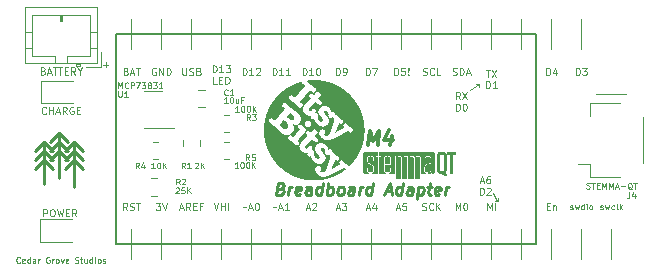
<source format=gto>
G04 #@! TF.GenerationSoftware,KiCad,Pcbnew,(6.0.0-0)*
G04 #@! TF.CreationDate,2023-05-15T09:27:01-07:00*
G04 #@! TF.ProjectId,ItsyBitsy breadboard,49747379-4269-4747-9379-206272656164,3.0.1*
G04 #@! TF.SameCoordinates,Original*
G04 #@! TF.FileFunction,Legend,Top*
G04 #@! TF.FilePolarity,Positive*
%FSLAX46Y46*%
G04 Gerber Fmt 4.6, Leading zero omitted, Abs format (unit mm)*
G04 Created by KiCad (PCBNEW (6.0.0-0)) date 2023-05-15 09:27:01*
%MOMM*%
%LPD*%
G01*
G04 APERTURE LIST*
%ADD10C,0.250000*%
%ADD11C,0.100000*%
%ADD12C,0.150000*%
%ADD13C,0.120000*%
%ADD14C,0.220000*%
%ADD15C,0.300000*%
%ADD16C,0.010000*%
G04 APERTURE END LIST*
D10*
X103607000Y-108969000D02*
X104369000Y-108207000D01*
X104877000Y-109731000D02*
X105639000Y-108969000D01*
D11*
X147320000Y-118110000D02*
X147320000Y-115570000D01*
X124460000Y-100330000D02*
X124460000Y-97790000D01*
X151130000Y-104140000D02*
X153670000Y-104140000D01*
X140462000Y-103759000D02*
X141224000Y-103251000D01*
X119380000Y-115570000D02*
X119380000Y-118110000D01*
X139700000Y-115570000D02*
X139700000Y-118110000D01*
X141224000Y-103251000D02*
X141224000Y-103505000D01*
X142240000Y-100330000D02*
X142240000Y-97790000D01*
X144780000Y-115570000D02*
X144780000Y-118110000D01*
X139700000Y-100330000D02*
X139700000Y-97790000D01*
X119380000Y-100330000D02*
X119380000Y-97790000D01*
X132080000Y-115570000D02*
X132080000Y-118110000D01*
D10*
X105131000Y-110493000D02*
X104369000Y-109731000D01*
D11*
X141224000Y-103251000D02*
X140970000Y-103251000D01*
X121920000Y-115570000D02*
X121920000Y-118110000D01*
D10*
X106909000Y-108207000D02*
X106909000Y-112017000D01*
X107671000Y-108969000D02*
X106909000Y-108207000D01*
D12*
X110490000Y-116840000D02*
X146050000Y-116840000D01*
D10*
X106147000Y-108969000D02*
X106909000Y-108207000D01*
D11*
X129540000Y-115570000D02*
X129540000Y-118110000D01*
X111760000Y-100330000D02*
X111760000Y-97790000D01*
X134620000Y-115570000D02*
X134620000Y-118110000D01*
D10*
X105131000Y-108969000D02*
X104369000Y-108207000D01*
X105131000Y-109731000D02*
X104369000Y-108969000D01*
X107671000Y-110493000D02*
X106909000Y-109731000D01*
D12*
X146050000Y-116840000D02*
X146050000Y-99060000D01*
D11*
X114300000Y-115570000D02*
X114300000Y-118110000D01*
X142367000Y-112522000D02*
X142748000Y-113157000D01*
X124460000Y-115570000D02*
X124460000Y-118110000D01*
D10*
X106147000Y-109731000D02*
X106909000Y-108969000D01*
D11*
X121920000Y-100330000D02*
X121920000Y-97790000D01*
D12*
X146050000Y-99060000D02*
X110490000Y-99060000D01*
D10*
X106401000Y-108969000D02*
X105639000Y-108207000D01*
X105639000Y-107445000D02*
X105639000Y-111255000D01*
D11*
X114300000Y-100330000D02*
X114300000Y-97790000D01*
X152400000Y-118110000D02*
X152400000Y-115570000D01*
X127000000Y-100330000D02*
X127000000Y-97790000D01*
D10*
X106401000Y-108207000D02*
X105639000Y-107445000D01*
X103607000Y-109731000D02*
X104369000Y-108969000D01*
D11*
X127000000Y-115570000D02*
X127000000Y-118110000D01*
X149860000Y-118110000D02*
X149860000Y-115570000D01*
X142240000Y-115570000D02*
X142240000Y-118110000D01*
X147320000Y-100330000D02*
X147320000Y-97790000D01*
X116840000Y-100330000D02*
X116840000Y-97790000D01*
D10*
X107671000Y-109731000D02*
X106909000Y-108969000D01*
X104369000Y-108207000D02*
X104369000Y-111763000D01*
D11*
X134620000Y-100330000D02*
X134620000Y-97790000D01*
X149860000Y-100330000D02*
X149860000Y-97790000D01*
D10*
X104877000Y-108969000D02*
X105639000Y-108207000D01*
X106147000Y-110493000D02*
X106909000Y-109731000D01*
D11*
X116840000Y-115570000D02*
X116840000Y-118110000D01*
D10*
X106401000Y-109731000D02*
X105639000Y-108969000D01*
D11*
X129540000Y-100330000D02*
X129540000Y-97790000D01*
X137160000Y-100330000D02*
X137160000Y-97790000D01*
X137160000Y-115570000D02*
X137160000Y-118110000D01*
D12*
X110490000Y-116840000D02*
X110490000Y-99060000D01*
D10*
X104877000Y-108207000D02*
X105639000Y-107445000D01*
D11*
X142771468Y-113153636D02*
X142771468Y-112899636D01*
D10*
X103607000Y-110493000D02*
X104369000Y-109731000D01*
D11*
X132080000Y-100330000D02*
X132080000Y-97790000D01*
X144780000Y-100330000D02*
X144780000Y-97790000D01*
X111760000Y-115570000D02*
X111760000Y-118110000D01*
X142771468Y-113153636D02*
X142517468Y-113153636D01*
X102335714Y-118378571D02*
X102311904Y-118402380D01*
X102240476Y-118426190D01*
X102192857Y-118426190D01*
X102121428Y-118402380D01*
X102073809Y-118354761D01*
X102050000Y-118307142D01*
X102026190Y-118211904D01*
X102026190Y-118140476D01*
X102050000Y-118045238D01*
X102073809Y-117997619D01*
X102121428Y-117950000D01*
X102192857Y-117926190D01*
X102240476Y-117926190D01*
X102311904Y-117950000D01*
X102335714Y-117973809D01*
X102740476Y-118402380D02*
X102692857Y-118426190D01*
X102597619Y-118426190D01*
X102550000Y-118402380D01*
X102526190Y-118354761D01*
X102526190Y-118164285D01*
X102550000Y-118116666D01*
X102597619Y-118092857D01*
X102692857Y-118092857D01*
X102740476Y-118116666D01*
X102764285Y-118164285D01*
X102764285Y-118211904D01*
X102526190Y-118259523D01*
X103192857Y-118426190D02*
X103192857Y-117926190D01*
X103192857Y-118402380D02*
X103145238Y-118426190D01*
X103050000Y-118426190D01*
X103002380Y-118402380D01*
X102978571Y-118378571D01*
X102954761Y-118330952D01*
X102954761Y-118188095D01*
X102978571Y-118140476D01*
X103002380Y-118116666D01*
X103050000Y-118092857D01*
X103145238Y-118092857D01*
X103192857Y-118116666D01*
X103645238Y-118426190D02*
X103645238Y-118164285D01*
X103621428Y-118116666D01*
X103573809Y-118092857D01*
X103478571Y-118092857D01*
X103430952Y-118116666D01*
X103645238Y-118402380D02*
X103597619Y-118426190D01*
X103478571Y-118426190D01*
X103430952Y-118402380D01*
X103407142Y-118354761D01*
X103407142Y-118307142D01*
X103430952Y-118259523D01*
X103478571Y-118235714D01*
X103597619Y-118235714D01*
X103645238Y-118211904D01*
X103883333Y-118426190D02*
X103883333Y-118092857D01*
X103883333Y-118188095D02*
X103907142Y-118140476D01*
X103930952Y-118116666D01*
X103978571Y-118092857D01*
X104026190Y-118092857D01*
X104835714Y-117950000D02*
X104788095Y-117926190D01*
X104716666Y-117926190D01*
X104645238Y-117950000D01*
X104597619Y-117997619D01*
X104573809Y-118045238D01*
X104550000Y-118140476D01*
X104550000Y-118211904D01*
X104573809Y-118307142D01*
X104597619Y-118354761D01*
X104645238Y-118402380D01*
X104716666Y-118426190D01*
X104764285Y-118426190D01*
X104835714Y-118402380D01*
X104859523Y-118378571D01*
X104859523Y-118211904D01*
X104764285Y-118211904D01*
X105073809Y-118426190D02*
X105073809Y-118092857D01*
X105073809Y-118188095D02*
X105097619Y-118140476D01*
X105121428Y-118116666D01*
X105169047Y-118092857D01*
X105216666Y-118092857D01*
X105454761Y-118426190D02*
X105407142Y-118402380D01*
X105383333Y-118378571D01*
X105359523Y-118330952D01*
X105359523Y-118188095D01*
X105383333Y-118140476D01*
X105407142Y-118116666D01*
X105454761Y-118092857D01*
X105526190Y-118092857D01*
X105573809Y-118116666D01*
X105597619Y-118140476D01*
X105621428Y-118188095D01*
X105621428Y-118330952D01*
X105597619Y-118378571D01*
X105573809Y-118402380D01*
X105526190Y-118426190D01*
X105454761Y-118426190D01*
X105788095Y-118092857D02*
X105907142Y-118426190D01*
X106026190Y-118092857D01*
X106407142Y-118402380D02*
X106359523Y-118426190D01*
X106264285Y-118426190D01*
X106216666Y-118402380D01*
X106192857Y-118354761D01*
X106192857Y-118164285D01*
X106216666Y-118116666D01*
X106264285Y-118092857D01*
X106359523Y-118092857D01*
X106407142Y-118116666D01*
X106430952Y-118164285D01*
X106430952Y-118211904D01*
X106192857Y-118259523D01*
X107002380Y-118402380D02*
X107073809Y-118426190D01*
X107192857Y-118426190D01*
X107240476Y-118402380D01*
X107264285Y-118378571D01*
X107288095Y-118330952D01*
X107288095Y-118283333D01*
X107264285Y-118235714D01*
X107240476Y-118211904D01*
X107192857Y-118188095D01*
X107097619Y-118164285D01*
X107050000Y-118140476D01*
X107026190Y-118116666D01*
X107002380Y-118069047D01*
X107002380Y-118021428D01*
X107026190Y-117973809D01*
X107050000Y-117950000D01*
X107097619Y-117926190D01*
X107216666Y-117926190D01*
X107288095Y-117950000D01*
X107430952Y-118092857D02*
X107621428Y-118092857D01*
X107502380Y-117926190D02*
X107502380Y-118354761D01*
X107526190Y-118402380D01*
X107573809Y-118426190D01*
X107621428Y-118426190D01*
X108002380Y-118092857D02*
X108002380Y-118426190D01*
X107788095Y-118092857D02*
X107788095Y-118354761D01*
X107811904Y-118402380D01*
X107859523Y-118426190D01*
X107930952Y-118426190D01*
X107978571Y-118402380D01*
X108002380Y-118378571D01*
X108454761Y-118426190D02*
X108454761Y-117926190D01*
X108454761Y-118402380D02*
X108407142Y-118426190D01*
X108311904Y-118426190D01*
X108264285Y-118402380D01*
X108240476Y-118378571D01*
X108216666Y-118330952D01*
X108216666Y-118188095D01*
X108240476Y-118140476D01*
X108264285Y-118116666D01*
X108311904Y-118092857D01*
X108407142Y-118092857D01*
X108454761Y-118116666D01*
X108692857Y-118426190D02*
X108692857Y-118092857D01*
X108692857Y-117926190D02*
X108669047Y-117950000D01*
X108692857Y-117973809D01*
X108716666Y-117950000D01*
X108692857Y-117926190D01*
X108692857Y-117973809D01*
X109002380Y-118426190D02*
X108954761Y-118402380D01*
X108930952Y-118378571D01*
X108907142Y-118330952D01*
X108907142Y-118188095D01*
X108930952Y-118140476D01*
X108954761Y-118116666D01*
X109002380Y-118092857D01*
X109073809Y-118092857D01*
X109121428Y-118116666D01*
X109145238Y-118140476D01*
X109169047Y-118188095D01*
X109169047Y-118330952D01*
X109145238Y-118378571D01*
X109121428Y-118402380D01*
X109073809Y-118426190D01*
X109002380Y-118426190D01*
X109359523Y-118402380D02*
X109407142Y-118426190D01*
X109502380Y-118426190D01*
X109550000Y-118402380D01*
X109573809Y-118354761D01*
X109573809Y-118330952D01*
X109550000Y-118283333D01*
X109502380Y-118259523D01*
X109430952Y-118259523D01*
X109383333Y-118235714D01*
X109359523Y-118188095D01*
X109359523Y-118164285D01*
X109383333Y-118116666D01*
X109430952Y-118092857D01*
X109502380Y-118092857D01*
X109550000Y-118116666D01*
X148919523Y-113867380D02*
X148967142Y-113891190D01*
X149062380Y-113891190D01*
X149110000Y-113867380D01*
X149133809Y-113819761D01*
X149133809Y-113795952D01*
X149110000Y-113748333D01*
X149062380Y-113724523D01*
X148990952Y-113724523D01*
X148943333Y-113700714D01*
X148919523Y-113653095D01*
X148919523Y-113629285D01*
X148943333Y-113581666D01*
X148990952Y-113557857D01*
X149062380Y-113557857D01*
X149110000Y-113581666D01*
X149300476Y-113557857D02*
X149395714Y-113891190D01*
X149490952Y-113653095D01*
X149586190Y-113891190D01*
X149681428Y-113557857D01*
X150086190Y-113891190D02*
X150086190Y-113391190D01*
X150086190Y-113867380D02*
X150038571Y-113891190D01*
X149943333Y-113891190D01*
X149895714Y-113867380D01*
X149871904Y-113843571D01*
X149848095Y-113795952D01*
X149848095Y-113653095D01*
X149871904Y-113605476D01*
X149895714Y-113581666D01*
X149943333Y-113557857D01*
X150038571Y-113557857D01*
X150086190Y-113581666D01*
X150324285Y-113891190D02*
X150324285Y-113557857D01*
X150324285Y-113391190D02*
X150300476Y-113415000D01*
X150324285Y-113438809D01*
X150348095Y-113415000D01*
X150324285Y-113391190D01*
X150324285Y-113438809D01*
X150633809Y-113891190D02*
X150586190Y-113867380D01*
X150562380Y-113843571D01*
X150538571Y-113795952D01*
X150538571Y-113653095D01*
X150562380Y-113605476D01*
X150586190Y-113581666D01*
X150633809Y-113557857D01*
X150705238Y-113557857D01*
X150752857Y-113581666D01*
X150776666Y-113605476D01*
X150800476Y-113653095D01*
X150800476Y-113795952D01*
X150776666Y-113843571D01*
X150752857Y-113867380D01*
X150705238Y-113891190D01*
X150633809Y-113891190D01*
X151483333Y-113867380D02*
X151530952Y-113891190D01*
X151626190Y-113891190D01*
X151673809Y-113867380D01*
X151697619Y-113819761D01*
X151697619Y-113795952D01*
X151673809Y-113748333D01*
X151626190Y-113724523D01*
X151554761Y-113724523D01*
X151507142Y-113700714D01*
X151483333Y-113653095D01*
X151483333Y-113629285D01*
X151507142Y-113581666D01*
X151554761Y-113557857D01*
X151626190Y-113557857D01*
X151673809Y-113581666D01*
X151864285Y-113557857D02*
X151959523Y-113891190D01*
X152054761Y-113653095D01*
X152150000Y-113891190D01*
X152245238Y-113557857D01*
X152650000Y-113867380D02*
X152602380Y-113891190D01*
X152507142Y-113891190D01*
X152459523Y-113867380D01*
X152435714Y-113843571D01*
X152411904Y-113795952D01*
X152411904Y-113653095D01*
X152435714Y-113605476D01*
X152459523Y-113581666D01*
X152507142Y-113557857D01*
X152602380Y-113557857D01*
X152650000Y-113581666D01*
X152935714Y-113891190D02*
X152888095Y-113867380D01*
X152864285Y-113819761D01*
X152864285Y-113391190D01*
X153126190Y-113891190D02*
X153126190Y-113391190D01*
X153173809Y-113700714D02*
X153316666Y-113891190D01*
X153316666Y-113557857D02*
X153126190Y-113748333D01*
D13*
X146902542Y-102506428D02*
X146902542Y-101906428D01*
X147045400Y-101906428D01*
X147131114Y-101935000D01*
X147188257Y-101992142D01*
X147216828Y-102049285D01*
X147245400Y-102163571D01*
X147245400Y-102249285D01*
X147216828Y-102363571D01*
X147188257Y-102420714D01*
X147131114Y-102477857D01*
X147045400Y-102506428D01*
X146902542Y-102506428D01*
X147759685Y-102106428D02*
X147759685Y-102506428D01*
X147616828Y-101877857D02*
X147473971Y-102306428D01*
X147845400Y-102306428D01*
X149417142Y-102506428D02*
X149417142Y-101906428D01*
X149560000Y-101906428D01*
X149645714Y-101935000D01*
X149702857Y-101992142D01*
X149731428Y-102049285D01*
X149760000Y-102163571D01*
X149760000Y-102249285D01*
X149731428Y-102363571D01*
X149702857Y-102420714D01*
X149645714Y-102477857D01*
X149560000Y-102506428D01*
X149417142Y-102506428D01*
X149960000Y-101906428D02*
X150331428Y-101906428D01*
X150131428Y-102135000D01*
X150217142Y-102135000D01*
X150274285Y-102163571D01*
X150302857Y-102192142D01*
X150331428Y-102249285D01*
X150331428Y-102392142D01*
X150302857Y-102449285D01*
X150274285Y-102477857D01*
X150217142Y-102506428D01*
X150045714Y-102506428D01*
X149988571Y-102477857D01*
X149960000Y-102449285D01*
X141782857Y-102058428D02*
X142125714Y-102058428D01*
X141954285Y-102658428D02*
X141954285Y-102058428D01*
X142268571Y-102058428D02*
X142668571Y-102658428D01*
X142668571Y-102058428D02*
X142268571Y-102658428D01*
X141797142Y-103624428D02*
X141797142Y-103024428D01*
X141940000Y-103024428D01*
X142025714Y-103053000D01*
X142082857Y-103110142D01*
X142111428Y-103167285D01*
X142140000Y-103281571D01*
X142140000Y-103367285D01*
X142111428Y-103481571D01*
X142082857Y-103538714D01*
X142025714Y-103595857D01*
X141940000Y-103624428D01*
X141797142Y-103624428D01*
X142711428Y-103624428D02*
X142368571Y-103624428D01*
X142540000Y-103624428D02*
X142540000Y-103024428D01*
X142482857Y-103110142D01*
X142425714Y-103167285D01*
X142368571Y-103195857D01*
X138971428Y-102477857D02*
X139057142Y-102506428D01*
X139200000Y-102506428D01*
X139257142Y-102477857D01*
X139285714Y-102449285D01*
X139314285Y-102392142D01*
X139314285Y-102335000D01*
X139285714Y-102277857D01*
X139257142Y-102249285D01*
X139200000Y-102220714D01*
X139085714Y-102192142D01*
X139028571Y-102163571D01*
X139000000Y-102135000D01*
X138971428Y-102077857D01*
X138971428Y-102020714D01*
X139000000Y-101963571D01*
X139028571Y-101935000D01*
X139085714Y-101906428D01*
X139228571Y-101906428D01*
X139314285Y-101935000D01*
X139571428Y-102506428D02*
X139571428Y-101906428D01*
X139714285Y-101906428D01*
X139800000Y-101935000D01*
X139857142Y-101992142D01*
X139885714Y-102049285D01*
X139914285Y-102163571D01*
X139914285Y-102249285D01*
X139885714Y-102363571D01*
X139857142Y-102420714D01*
X139800000Y-102477857D01*
X139714285Y-102506428D01*
X139571428Y-102506428D01*
X140142857Y-102335000D02*
X140428571Y-102335000D01*
X140085714Y-102506428D02*
X140285714Y-101906428D01*
X140485714Y-102506428D01*
X136445714Y-102477857D02*
X136531428Y-102506428D01*
X136674285Y-102506428D01*
X136731428Y-102477857D01*
X136760000Y-102449285D01*
X136788571Y-102392142D01*
X136788571Y-102335000D01*
X136760000Y-102277857D01*
X136731428Y-102249285D01*
X136674285Y-102220714D01*
X136560000Y-102192142D01*
X136502857Y-102163571D01*
X136474285Y-102135000D01*
X136445714Y-102077857D01*
X136445714Y-102020714D01*
X136474285Y-101963571D01*
X136502857Y-101935000D01*
X136560000Y-101906428D01*
X136702857Y-101906428D01*
X136788571Y-101935000D01*
X137388571Y-102449285D02*
X137360000Y-102477857D01*
X137274285Y-102506428D01*
X137217142Y-102506428D01*
X137131428Y-102477857D01*
X137074285Y-102420714D01*
X137045714Y-102363571D01*
X137017142Y-102249285D01*
X137017142Y-102163571D01*
X137045714Y-102049285D01*
X137074285Y-101992142D01*
X137131428Y-101935000D01*
X137217142Y-101906428D01*
X137274285Y-101906428D01*
X137360000Y-101935000D01*
X137388571Y-101963571D01*
X137931428Y-102506428D02*
X137645714Y-102506428D01*
X137645714Y-101906428D01*
X134034285Y-102506428D02*
X134034285Y-101906428D01*
X134177142Y-101906428D01*
X134262857Y-101935000D01*
X134320000Y-101992142D01*
X134348571Y-102049285D01*
X134377142Y-102163571D01*
X134377142Y-102249285D01*
X134348571Y-102363571D01*
X134320000Y-102420714D01*
X134262857Y-102477857D01*
X134177142Y-102506428D01*
X134034285Y-102506428D01*
X134920000Y-101906428D02*
X134634285Y-101906428D01*
X134605714Y-102192142D01*
X134634285Y-102163571D01*
X134691428Y-102135000D01*
X134834285Y-102135000D01*
X134891428Y-102163571D01*
X134920000Y-102192142D01*
X134948571Y-102249285D01*
X134948571Y-102392142D01*
X134920000Y-102449285D01*
X134891428Y-102477857D01*
X134834285Y-102506428D01*
X134691428Y-102506428D01*
X134634285Y-102477857D01*
X134605714Y-102449285D01*
X135205714Y-102449285D02*
X135234285Y-102477857D01*
X135205714Y-102506428D01*
X135177142Y-102477857D01*
X135205714Y-102449285D01*
X135205714Y-102506428D01*
X135205714Y-102277857D02*
X135177142Y-101935000D01*
X135205714Y-101906428D01*
X135234285Y-101935000D01*
X135205714Y-102277857D01*
X135205714Y-101906428D01*
X131637142Y-102506428D02*
X131637142Y-101906428D01*
X131780000Y-101906428D01*
X131865714Y-101935000D01*
X131922857Y-101992142D01*
X131951428Y-102049285D01*
X131980000Y-102163571D01*
X131980000Y-102249285D01*
X131951428Y-102363571D01*
X131922857Y-102420714D01*
X131865714Y-102477857D01*
X131780000Y-102506428D01*
X131637142Y-102506428D01*
X132180000Y-101906428D02*
X132580000Y-101906428D01*
X132322857Y-102506428D01*
X129097142Y-102506428D02*
X129097142Y-101906428D01*
X129240000Y-101906428D01*
X129325714Y-101935000D01*
X129382857Y-101992142D01*
X129411428Y-102049285D01*
X129440000Y-102163571D01*
X129440000Y-102249285D01*
X129411428Y-102363571D01*
X129382857Y-102420714D01*
X129325714Y-102477857D01*
X129240000Y-102506428D01*
X129097142Y-102506428D01*
X129725714Y-102506428D02*
X129840000Y-102506428D01*
X129897142Y-102477857D01*
X129925714Y-102449285D01*
X129982857Y-102363571D01*
X130011428Y-102249285D01*
X130011428Y-102020714D01*
X129982857Y-101963571D01*
X129954285Y-101935000D01*
X129897142Y-101906428D01*
X129782857Y-101906428D01*
X129725714Y-101935000D01*
X129697142Y-101963571D01*
X129668571Y-102020714D01*
X129668571Y-102163571D01*
X129697142Y-102220714D01*
X129725714Y-102249285D01*
X129782857Y-102277857D01*
X129897142Y-102277857D01*
X129954285Y-102249285D01*
X129982857Y-102220714D01*
X130011428Y-102163571D01*
X126271428Y-102506428D02*
X126271428Y-101906428D01*
X126414285Y-101906428D01*
X126500000Y-101935000D01*
X126557142Y-101992142D01*
X126585714Y-102049285D01*
X126614285Y-102163571D01*
X126614285Y-102249285D01*
X126585714Y-102363571D01*
X126557142Y-102420714D01*
X126500000Y-102477857D01*
X126414285Y-102506428D01*
X126271428Y-102506428D01*
X127185714Y-102506428D02*
X126842857Y-102506428D01*
X127014285Y-102506428D02*
X127014285Y-101906428D01*
X126957142Y-101992142D01*
X126900000Y-102049285D01*
X126842857Y-102077857D01*
X127557142Y-101906428D02*
X127614285Y-101906428D01*
X127671428Y-101935000D01*
X127700000Y-101963571D01*
X127728571Y-102020714D01*
X127757142Y-102135000D01*
X127757142Y-102277857D01*
X127728571Y-102392142D01*
X127700000Y-102449285D01*
X127671428Y-102477857D01*
X127614285Y-102506428D01*
X127557142Y-102506428D01*
X127500000Y-102477857D01*
X127471428Y-102449285D01*
X127442857Y-102392142D01*
X127414285Y-102277857D01*
X127414285Y-102135000D01*
X127442857Y-102020714D01*
X127471428Y-101963571D01*
X127500000Y-101935000D01*
X127557142Y-101906428D01*
X123731428Y-102506428D02*
X123731428Y-101906428D01*
X123874285Y-101906428D01*
X123960000Y-101935000D01*
X124017142Y-101992142D01*
X124045714Y-102049285D01*
X124074285Y-102163571D01*
X124074285Y-102249285D01*
X124045714Y-102363571D01*
X124017142Y-102420714D01*
X123960000Y-102477857D01*
X123874285Y-102506428D01*
X123731428Y-102506428D01*
X124645714Y-102506428D02*
X124302857Y-102506428D01*
X124474285Y-102506428D02*
X124474285Y-101906428D01*
X124417142Y-101992142D01*
X124360000Y-102049285D01*
X124302857Y-102077857D01*
X125217142Y-102506428D02*
X124874285Y-102506428D01*
X125045714Y-102506428D02*
X125045714Y-101906428D01*
X124988571Y-101992142D01*
X124931428Y-102049285D01*
X124874285Y-102077857D01*
X121191428Y-102506428D02*
X121191428Y-101906428D01*
X121334285Y-101906428D01*
X121420000Y-101935000D01*
X121477142Y-101992142D01*
X121505714Y-102049285D01*
X121534285Y-102163571D01*
X121534285Y-102249285D01*
X121505714Y-102363571D01*
X121477142Y-102420714D01*
X121420000Y-102477857D01*
X121334285Y-102506428D01*
X121191428Y-102506428D01*
X122105714Y-102506428D02*
X121762857Y-102506428D01*
X121934285Y-102506428D02*
X121934285Y-101906428D01*
X121877142Y-101992142D01*
X121820000Y-102049285D01*
X121762857Y-102077857D01*
X122334285Y-101963571D02*
X122362857Y-101935000D01*
X122420000Y-101906428D01*
X122562857Y-101906428D01*
X122620000Y-101935000D01*
X122648571Y-101963571D01*
X122677142Y-102020714D01*
X122677142Y-102077857D01*
X122648571Y-102163571D01*
X122305714Y-102506428D01*
X122677142Y-102506428D01*
X118651428Y-102288428D02*
X118651428Y-101688428D01*
X118794285Y-101688428D01*
X118880000Y-101717000D01*
X118937142Y-101774142D01*
X118965714Y-101831285D01*
X118994285Y-101945571D01*
X118994285Y-102031285D01*
X118965714Y-102145571D01*
X118937142Y-102202714D01*
X118880000Y-102259857D01*
X118794285Y-102288428D01*
X118651428Y-102288428D01*
X119565714Y-102288428D02*
X119222857Y-102288428D01*
X119394285Y-102288428D02*
X119394285Y-101688428D01*
X119337142Y-101774142D01*
X119280000Y-101831285D01*
X119222857Y-101859857D01*
X119765714Y-101688428D02*
X120137142Y-101688428D01*
X119937142Y-101917000D01*
X120022857Y-101917000D01*
X120080000Y-101945571D01*
X120108571Y-101974142D01*
X120137142Y-102031285D01*
X120137142Y-102174142D01*
X120108571Y-102231285D01*
X120080000Y-102259857D01*
X120022857Y-102288428D01*
X119851428Y-102288428D01*
X119794285Y-102259857D01*
X119765714Y-102231285D01*
X118994285Y-103254428D02*
X118708571Y-103254428D01*
X118708571Y-102654428D01*
X119194285Y-102940142D02*
X119394285Y-102940142D01*
X119480000Y-103254428D02*
X119194285Y-103254428D01*
X119194285Y-102654428D01*
X119480000Y-102654428D01*
X119737142Y-103254428D02*
X119737142Y-102654428D01*
X119880000Y-102654428D01*
X119965714Y-102683000D01*
X120022857Y-102740142D01*
X120051428Y-102797285D01*
X120080000Y-102911571D01*
X120080000Y-102997285D01*
X120051428Y-103111571D01*
X120022857Y-103168714D01*
X119965714Y-103225857D01*
X119880000Y-103254428D01*
X119737142Y-103254428D01*
X116082857Y-101906428D02*
X116082857Y-102392142D01*
X116111428Y-102449285D01*
X116140000Y-102477857D01*
X116197142Y-102506428D01*
X116311428Y-102506428D01*
X116368571Y-102477857D01*
X116397142Y-102449285D01*
X116425714Y-102392142D01*
X116425714Y-101906428D01*
X116682857Y-102477857D02*
X116768571Y-102506428D01*
X116911428Y-102506428D01*
X116968571Y-102477857D01*
X116997142Y-102449285D01*
X117025714Y-102392142D01*
X117025714Y-102335000D01*
X116997142Y-102277857D01*
X116968571Y-102249285D01*
X116911428Y-102220714D01*
X116797142Y-102192142D01*
X116740000Y-102163571D01*
X116711428Y-102135000D01*
X116682857Y-102077857D01*
X116682857Y-102020714D01*
X116711428Y-101963571D01*
X116740000Y-101935000D01*
X116797142Y-101906428D01*
X116940000Y-101906428D01*
X117025714Y-101935000D01*
X117482857Y-102192142D02*
X117568571Y-102220714D01*
X117597142Y-102249285D01*
X117625714Y-102306428D01*
X117625714Y-102392142D01*
X117597142Y-102449285D01*
X117568571Y-102477857D01*
X117511428Y-102506428D01*
X117282857Y-102506428D01*
X117282857Y-101906428D01*
X117482857Y-101906428D01*
X117540000Y-101935000D01*
X117568571Y-101963571D01*
X117597142Y-102020714D01*
X117597142Y-102077857D01*
X117568571Y-102135000D01*
X117540000Y-102163571D01*
X117482857Y-102192142D01*
X117282857Y-102192142D01*
X113842857Y-101935000D02*
X113785714Y-101906428D01*
X113700000Y-101906428D01*
X113614285Y-101935000D01*
X113557142Y-101992142D01*
X113528571Y-102049285D01*
X113500000Y-102163571D01*
X113500000Y-102249285D01*
X113528571Y-102363571D01*
X113557142Y-102420714D01*
X113614285Y-102477857D01*
X113700000Y-102506428D01*
X113757142Y-102506428D01*
X113842857Y-102477857D01*
X113871428Y-102449285D01*
X113871428Y-102249285D01*
X113757142Y-102249285D01*
X114128571Y-102506428D02*
X114128571Y-101906428D01*
X114471428Y-102506428D01*
X114471428Y-101906428D01*
X114757142Y-102506428D02*
X114757142Y-101906428D01*
X114900000Y-101906428D01*
X114985714Y-101935000D01*
X115042857Y-101992142D01*
X115071428Y-102049285D01*
X115100000Y-102163571D01*
X115100000Y-102249285D01*
X115071428Y-102363571D01*
X115042857Y-102420714D01*
X114985714Y-102477857D01*
X114900000Y-102506428D01*
X114757142Y-102506428D01*
X111317142Y-102192142D02*
X111402857Y-102220714D01*
X111431428Y-102249285D01*
X111460000Y-102306428D01*
X111460000Y-102392142D01*
X111431428Y-102449285D01*
X111402857Y-102477857D01*
X111345714Y-102506428D01*
X111117142Y-102506428D01*
X111117142Y-101906428D01*
X111317142Y-101906428D01*
X111374285Y-101935000D01*
X111402857Y-101963571D01*
X111431428Y-102020714D01*
X111431428Y-102077857D01*
X111402857Y-102135000D01*
X111374285Y-102163571D01*
X111317142Y-102192142D01*
X111117142Y-102192142D01*
X111688571Y-102335000D02*
X111974285Y-102335000D01*
X111631428Y-102506428D02*
X111831428Y-101906428D01*
X112031428Y-102506428D01*
X112145714Y-101906428D02*
X112488571Y-101906428D01*
X112317142Y-102506428D02*
X112317142Y-101906428D01*
X111431428Y-113936428D02*
X111231428Y-113650714D01*
X111088571Y-113936428D02*
X111088571Y-113336428D01*
X111317142Y-113336428D01*
X111374285Y-113365000D01*
X111402857Y-113393571D01*
X111431428Y-113450714D01*
X111431428Y-113536428D01*
X111402857Y-113593571D01*
X111374285Y-113622142D01*
X111317142Y-113650714D01*
X111088571Y-113650714D01*
X111660000Y-113907857D02*
X111745714Y-113936428D01*
X111888571Y-113936428D01*
X111945714Y-113907857D01*
X111974285Y-113879285D01*
X112002857Y-113822142D01*
X112002857Y-113765000D01*
X111974285Y-113707857D01*
X111945714Y-113679285D01*
X111888571Y-113650714D01*
X111774285Y-113622142D01*
X111717142Y-113593571D01*
X111688571Y-113565000D01*
X111660000Y-113507857D01*
X111660000Y-113450714D01*
X111688571Y-113393571D01*
X111717142Y-113365000D01*
X111774285Y-113336428D01*
X111917142Y-113336428D01*
X112002857Y-113365000D01*
X112174285Y-113336428D02*
X112517142Y-113336428D01*
X112345714Y-113936428D02*
X112345714Y-113336428D01*
X113842857Y-113336428D02*
X114214285Y-113336428D01*
X114014285Y-113565000D01*
X114100000Y-113565000D01*
X114157142Y-113593571D01*
X114185714Y-113622142D01*
X114214285Y-113679285D01*
X114214285Y-113822142D01*
X114185714Y-113879285D01*
X114157142Y-113907857D01*
X114100000Y-113936428D01*
X113928571Y-113936428D01*
X113871428Y-113907857D01*
X113842857Y-113879285D01*
X114385714Y-113336428D02*
X114585714Y-113936428D01*
X114785714Y-113336428D01*
X115868571Y-113765000D02*
X116154285Y-113765000D01*
X115811428Y-113936428D02*
X116011428Y-113336428D01*
X116211428Y-113936428D01*
X116754285Y-113936428D02*
X116554285Y-113650714D01*
X116411428Y-113936428D02*
X116411428Y-113336428D01*
X116640000Y-113336428D01*
X116697142Y-113365000D01*
X116725714Y-113393571D01*
X116754285Y-113450714D01*
X116754285Y-113536428D01*
X116725714Y-113593571D01*
X116697142Y-113622142D01*
X116640000Y-113650714D01*
X116411428Y-113650714D01*
X117011428Y-113622142D02*
X117211428Y-113622142D01*
X117297142Y-113936428D02*
X117011428Y-113936428D01*
X117011428Y-113336428D01*
X117297142Y-113336428D01*
X117754285Y-113622142D02*
X117554285Y-113622142D01*
X117554285Y-113936428D02*
X117554285Y-113336428D01*
X117840000Y-113336428D01*
X118722857Y-113336428D02*
X118922857Y-113936428D01*
X119122857Y-113336428D01*
X119322857Y-113936428D02*
X119322857Y-113336428D01*
X119322857Y-113622142D02*
X119665714Y-113622142D01*
X119665714Y-113936428D02*
X119665714Y-113336428D01*
X119951428Y-113936428D02*
X119951428Y-113336428D01*
X121220000Y-113707857D02*
X121248571Y-113679285D01*
X121305714Y-113650714D01*
X121420000Y-113707857D01*
X121477142Y-113679285D01*
X121505714Y-113650714D01*
X121705714Y-113765000D02*
X121991428Y-113765000D01*
X121648571Y-113936428D02*
X121848571Y-113336428D01*
X122048571Y-113936428D01*
X122362857Y-113336428D02*
X122420000Y-113336428D01*
X122477142Y-113365000D01*
X122505714Y-113393571D01*
X122534285Y-113450714D01*
X122562857Y-113565000D01*
X122562857Y-113707857D01*
X122534285Y-113822142D01*
X122505714Y-113879285D01*
X122477142Y-113907857D01*
X122420000Y-113936428D01*
X122362857Y-113936428D01*
X122305714Y-113907857D01*
X122277142Y-113879285D01*
X122248571Y-113822142D01*
X122220000Y-113707857D01*
X122220000Y-113565000D01*
X122248571Y-113450714D01*
X122277142Y-113393571D01*
X122305714Y-113365000D01*
X122362857Y-113336428D01*
X123760000Y-113707857D02*
X123788571Y-113679285D01*
X123845714Y-113650714D01*
X123960000Y-113707857D01*
X124017142Y-113679285D01*
X124045714Y-113650714D01*
X124245714Y-113765000D02*
X124531428Y-113765000D01*
X124188571Y-113936428D02*
X124388571Y-113336428D01*
X124588571Y-113936428D01*
X125102857Y-113936428D02*
X124760000Y-113936428D01*
X124931428Y-113936428D02*
X124931428Y-113336428D01*
X124874285Y-113422142D01*
X124817142Y-113479285D01*
X124760000Y-113507857D01*
X126571428Y-113765000D02*
X126857142Y-113765000D01*
X126514285Y-113936428D02*
X126714285Y-113336428D01*
X126914285Y-113936428D01*
X127085714Y-113393571D02*
X127114285Y-113365000D01*
X127171428Y-113336428D01*
X127314285Y-113336428D01*
X127371428Y-113365000D01*
X127400000Y-113393571D01*
X127428571Y-113450714D01*
X127428571Y-113507857D01*
X127400000Y-113593571D01*
X127057142Y-113936428D01*
X127428571Y-113936428D01*
X129111428Y-113765000D02*
X129397142Y-113765000D01*
X129054285Y-113936428D02*
X129254285Y-113336428D01*
X129454285Y-113936428D01*
X129597142Y-113336428D02*
X129968571Y-113336428D01*
X129768571Y-113565000D01*
X129854285Y-113565000D01*
X129911428Y-113593571D01*
X129940000Y-113622142D01*
X129968571Y-113679285D01*
X129968571Y-113822142D01*
X129940000Y-113879285D01*
X129911428Y-113907857D01*
X129854285Y-113936428D01*
X129682857Y-113936428D01*
X129625714Y-113907857D01*
X129597142Y-113879285D01*
X131651428Y-113765000D02*
X131937142Y-113765000D01*
X131594285Y-113936428D02*
X131794285Y-113336428D01*
X131994285Y-113936428D01*
X132451428Y-113536428D02*
X132451428Y-113936428D01*
X132308571Y-113307857D02*
X132165714Y-113736428D01*
X132537142Y-113736428D01*
X134191428Y-113765000D02*
X134477142Y-113765000D01*
X134134285Y-113936428D02*
X134334285Y-113336428D01*
X134534285Y-113936428D01*
X135020000Y-113336428D02*
X134734285Y-113336428D01*
X134705714Y-113622142D01*
X134734285Y-113593571D01*
X134791428Y-113565000D01*
X134934285Y-113565000D01*
X134991428Y-113593571D01*
X135020000Y-113622142D01*
X135048571Y-113679285D01*
X135048571Y-113822142D01*
X135020000Y-113879285D01*
X134991428Y-113907857D01*
X134934285Y-113936428D01*
X134791428Y-113936428D01*
X134734285Y-113907857D01*
X134705714Y-113879285D01*
X136388571Y-113907857D02*
X136474285Y-113936428D01*
X136617142Y-113936428D01*
X136674285Y-113907857D01*
X136702857Y-113879285D01*
X136731428Y-113822142D01*
X136731428Y-113765000D01*
X136702857Y-113707857D01*
X136674285Y-113679285D01*
X136617142Y-113650714D01*
X136502857Y-113622142D01*
X136445714Y-113593571D01*
X136417142Y-113565000D01*
X136388571Y-113507857D01*
X136388571Y-113450714D01*
X136417142Y-113393571D01*
X136445714Y-113365000D01*
X136502857Y-113336428D01*
X136645714Y-113336428D01*
X136731428Y-113365000D01*
X137331428Y-113879285D02*
X137302857Y-113907857D01*
X137217142Y-113936428D01*
X137160000Y-113936428D01*
X137074285Y-113907857D01*
X137017142Y-113850714D01*
X136988571Y-113793571D01*
X136960000Y-113679285D01*
X136960000Y-113593571D01*
X136988571Y-113479285D01*
X137017142Y-113422142D01*
X137074285Y-113365000D01*
X137160000Y-113336428D01*
X137217142Y-113336428D01*
X137302857Y-113365000D01*
X137331428Y-113393571D01*
X137588571Y-113936428D02*
X137588571Y-113336428D01*
X137931428Y-113936428D02*
X137674285Y-113593571D01*
X137931428Y-113336428D02*
X137588571Y-113679285D01*
X139214285Y-113936428D02*
X139214285Y-113336428D01*
X139414285Y-113765000D01*
X139614285Y-113336428D01*
X139614285Y-113936428D01*
X140014285Y-113336428D02*
X140071428Y-113336428D01*
X140128571Y-113365000D01*
X140157142Y-113393571D01*
X140185714Y-113450714D01*
X140214285Y-113565000D01*
X140214285Y-113707857D01*
X140185714Y-113822142D01*
X140157142Y-113879285D01*
X140128571Y-113907857D01*
X140071428Y-113936428D01*
X140014285Y-113936428D01*
X139957142Y-113907857D01*
X139928571Y-113879285D01*
X139900000Y-113822142D01*
X139871428Y-113707857D01*
X139871428Y-113565000D01*
X139900000Y-113450714D01*
X139928571Y-113393571D01*
X139957142Y-113365000D01*
X140014285Y-113336428D01*
X141897142Y-113936428D02*
X141897142Y-113336428D01*
X142097142Y-113765000D01*
X142297142Y-113336428D01*
X142297142Y-113936428D01*
X142582857Y-113936428D02*
X142582857Y-113336428D01*
X141303428Y-111504000D02*
X141589142Y-111504000D01*
X141246285Y-111675428D02*
X141446285Y-111075428D01*
X141646285Y-111675428D01*
X142103428Y-111075428D02*
X141989142Y-111075428D01*
X141932000Y-111104000D01*
X141903428Y-111132571D01*
X141846285Y-111218285D01*
X141817714Y-111332571D01*
X141817714Y-111561142D01*
X141846285Y-111618285D01*
X141874857Y-111646857D01*
X141932000Y-111675428D01*
X142046285Y-111675428D01*
X142103428Y-111646857D01*
X142132000Y-111618285D01*
X142160571Y-111561142D01*
X142160571Y-111418285D01*
X142132000Y-111361142D01*
X142103428Y-111332571D01*
X142046285Y-111304000D01*
X141932000Y-111304000D01*
X141874857Y-111332571D01*
X141846285Y-111361142D01*
X141817714Y-111418285D01*
X141289142Y-112641428D02*
X141289142Y-112041428D01*
X141432000Y-112041428D01*
X141517714Y-112070000D01*
X141574857Y-112127142D01*
X141603428Y-112184285D01*
X141632000Y-112298571D01*
X141632000Y-112384285D01*
X141603428Y-112498571D01*
X141574857Y-112555714D01*
X141517714Y-112612857D01*
X141432000Y-112641428D01*
X141289142Y-112641428D01*
X141860571Y-112098571D02*
X141889142Y-112070000D01*
X141946285Y-112041428D01*
X142089142Y-112041428D01*
X142146285Y-112070000D01*
X142174857Y-112098571D01*
X142203428Y-112155714D01*
X142203428Y-112212857D01*
X142174857Y-112298571D01*
X141832000Y-112641428D01*
X142203428Y-112641428D01*
X139600000Y-104563428D02*
X139400000Y-104277714D01*
X139257142Y-104563428D02*
X139257142Y-103963428D01*
X139485714Y-103963428D01*
X139542857Y-103992000D01*
X139571428Y-104020571D01*
X139600000Y-104077714D01*
X139600000Y-104163428D01*
X139571428Y-104220571D01*
X139542857Y-104249142D01*
X139485714Y-104277714D01*
X139257142Y-104277714D01*
X139800000Y-103963428D02*
X140200000Y-104563428D01*
X140200000Y-103963428D02*
X139800000Y-104563428D01*
X139257142Y-105529428D02*
X139257142Y-104929428D01*
X139400000Y-104929428D01*
X139485714Y-104958000D01*
X139542857Y-105015142D01*
X139571428Y-105072285D01*
X139600000Y-105186571D01*
X139600000Y-105272285D01*
X139571428Y-105386571D01*
X139542857Y-105443714D01*
X139485714Y-105500857D01*
X139400000Y-105529428D01*
X139257142Y-105529428D01*
X139971428Y-104929428D02*
X140028571Y-104929428D01*
X140085714Y-104958000D01*
X140114285Y-104986571D01*
X140142857Y-105043714D01*
X140171428Y-105158000D01*
X140171428Y-105300857D01*
X140142857Y-105415142D01*
X140114285Y-105472285D01*
X140085714Y-105500857D01*
X140028571Y-105529428D01*
X139971428Y-105529428D01*
X139914285Y-105500857D01*
X139885714Y-105472285D01*
X139857142Y-105415142D01*
X139828571Y-105300857D01*
X139828571Y-105158000D01*
X139857142Y-105043714D01*
X139885714Y-104986571D01*
X139914285Y-104958000D01*
X139971428Y-104929428D01*
D14*
X124439851Y-112128571D02*
X124576755Y-112176190D01*
X124618422Y-112223809D01*
X124654136Y-112319047D01*
X124636279Y-112461904D01*
X124576755Y-112557142D01*
X124523184Y-112604761D01*
X124421994Y-112652380D01*
X124041041Y-112652380D01*
X124166041Y-111652380D01*
X124499375Y-111652380D01*
X124588660Y-111700000D01*
X124630327Y-111747619D01*
X124666041Y-111842857D01*
X124654136Y-111938095D01*
X124594613Y-112033333D01*
X124541041Y-112080952D01*
X124439851Y-112128571D01*
X124106517Y-112128571D01*
X125041041Y-112652380D02*
X125124375Y-111985714D01*
X125100565Y-112176190D02*
X125160089Y-112080952D01*
X125213660Y-112033333D01*
X125314851Y-111985714D01*
X125410089Y-111985714D01*
X126046994Y-112604761D02*
X125945803Y-112652380D01*
X125755327Y-112652380D01*
X125666041Y-112604761D01*
X125630327Y-112509523D01*
X125677946Y-112128571D01*
X125737470Y-112033333D01*
X125838660Y-111985714D01*
X126029136Y-111985714D01*
X126118422Y-112033333D01*
X126154136Y-112128571D01*
X126142232Y-112223809D01*
X125654136Y-112319047D01*
X126945803Y-112652380D02*
X127011279Y-112128571D01*
X126975565Y-112033333D01*
X126886279Y-111985714D01*
X126695803Y-111985714D01*
X126594613Y-112033333D01*
X126951755Y-112604761D02*
X126850565Y-112652380D01*
X126612470Y-112652380D01*
X126523184Y-112604761D01*
X126487470Y-112509523D01*
X126499375Y-112414285D01*
X126558898Y-112319047D01*
X126660089Y-112271428D01*
X126898184Y-112271428D01*
X126999375Y-112223809D01*
X127850565Y-112652380D02*
X127975565Y-111652380D01*
X127856517Y-112604761D02*
X127755327Y-112652380D01*
X127564851Y-112652380D01*
X127475565Y-112604761D01*
X127433898Y-112557142D01*
X127398184Y-112461904D01*
X127433898Y-112176190D01*
X127493422Y-112080952D01*
X127546994Y-112033333D01*
X127648184Y-111985714D01*
X127838660Y-111985714D01*
X127927946Y-112033333D01*
X128326755Y-112652380D02*
X128451755Y-111652380D01*
X128404136Y-112033333D02*
X128505327Y-111985714D01*
X128695803Y-111985714D01*
X128785089Y-112033333D01*
X128826755Y-112080952D01*
X128862470Y-112176190D01*
X128826755Y-112461904D01*
X128767232Y-112557142D01*
X128713660Y-112604761D01*
X128612470Y-112652380D01*
X128421994Y-112652380D01*
X128332708Y-112604761D01*
X129374375Y-112652380D02*
X129285089Y-112604761D01*
X129243422Y-112557142D01*
X129207708Y-112461904D01*
X129243422Y-112176190D01*
X129302946Y-112080952D01*
X129356517Y-112033333D01*
X129457708Y-111985714D01*
X129600565Y-111985714D01*
X129689851Y-112033333D01*
X129731517Y-112080952D01*
X129767232Y-112176190D01*
X129731517Y-112461904D01*
X129671994Y-112557142D01*
X129618422Y-112604761D01*
X129517232Y-112652380D01*
X129374375Y-112652380D01*
X130564851Y-112652380D02*
X130630327Y-112128571D01*
X130594613Y-112033333D01*
X130505327Y-111985714D01*
X130314851Y-111985714D01*
X130213660Y-112033333D01*
X130570803Y-112604761D02*
X130469613Y-112652380D01*
X130231517Y-112652380D01*
X130142232Y-112604761D01*
X130106517Y-112509523D01*
X130118422Y-112414285D01*
X130177946Y-112319047D01*
X130279136Y-112271428D01*
X130517232Y-112271428D01*
X130618422Y-112223809D01*
X131041041Y-112652380D02*
X131124375Y-111985714D01*
X131100565Y-112176190D02*
X131160089Y-112080952D01*
X131213660Y-112033333D01*
X131314851Y-111985714D01*
X131410089Y-111985714D01*
X132088660Y-112652380D02*
X132213660Y-111652380D01*
X132094613Y-112604761D02*
X131993422Y-112652380D01*
X131802946Y-112652380D01*
X131713660Y-112604761D01*
X131671994Y-112557142D01*
X131636279Y-112461904D01*
X131671994Y-112176190D01*
X131731517Y-112080952D01*
X131785089Y-112033333D01*
X131886279Y-111985714D01*
X132076755Y-111985714D01*
X132166041Y-112033333D01*
X133314851Y-112366666D02*
X133791041Y-112366666D01*
X133183898Y-112652380D02*
X133642232Y-111652380D01*
X133850565Y-112652380D01*
X134612470Y-112652380D02*
X134737470Y-111652380D01*
X134618422Y-112604761D02*
X134517232Y-112652380D01*
X134326755Y-112652380D01*
X134237470Y-112604761D01*
X134195803Y-112557142D01*
X134160089Y-112461904D01*
X134195803Y-112176190D01*
X134255327Y-112080952D01*
X134308898Y-112033333D01*
X134410089Y-111985714D01*
X134600565Y-111985714D01*
X134689851Y-112033333D01*
X135517232Y-112652380D02*
X135582708Y-112128571D01*
X135546994Y-112033333D01*
X135457708Y-111985714D01*
X135267232Y-111985714D01*
X135166041Y-112033333D01*
X135523184Y-112604761D02*
X135421994Y-112652380D01*
X135183898Y-112652380D01*
X135094613Y-112604761D01*
X135058898Y-112509523D01*
X135070803Y-112414285D01*
X135130327Y-112319047D01*
X135231517Y-112271428D01*
X135469613Y-112271428D01*
X135570803Y-112223809D01*
X136076755Y-111985714D02*
X135951755Y-112985714D01*
X136070803Y-112033333D02*
X136171994Y-111985714D01*
X136362470Y-111985714D01*
X136451755Y-112033333D01*
X136493422Y-112080952D01*
X136529136Y-112176190D01*
X136493422Y-112461904D01*
X136433898Y-112557142D01*
X136380327Y-112604761D01*
X136279136Y-112652380D01*
X136088660Y-112652380D01*
X135999375Y-112604761D01*
X136838660Y-111985714D02*
X137219613Y-111985714D01*
X137023184Y-111652380D02*
X136916041Y-112509523D01*
X136951755Y-112604761D01*
X137041041Y-112652380D01*
X137136279Y-112652380D01*
X137856517Y-112604761D02*
X137755327Y-112652380D01*
X137564851Y-112652380D01*
X137475565Y-112604761D01*
X137439851Y-112509523D01*
X137487470Y-112128571D01*
X137546994Y-112033333D01*
X137648184Y-111985714D01*
X137838660Y-111985714D01*
X137927946Y-112033333D01*
X137963660Y-112128571D01*
X137951755Y-112223809D01*
X137463660Y-112319047D01*
X138326755Y-112652380D02*
X138410089Y-111985714D01*
X138386279Y-112176190D02*
X138445803Y-112080952D01*
X138499375Y-112033333D01*
X138600565Y-111985714D01*
X138695803Y-111985714D01*
D13*
X109372428Y-101642857D02*
X109829571Y-101642857D01*
X109601000Y-101871428D02*
X109601000Y-101414285D01*
D15*
X131814964Y-108442857D02*
X131964964Y-107242857D01*
X132257821Y-108100000D01*
X132764964Y-107242857D01*
X132614964Y-108442857D01*
X133800678Y-107642857D02*
X133700678Y-108442857D01*
X133572107Y-107185714D02*
X133179250Y-108042857D01*
X133922107Y-108042857D01*
D13*
X146945400Y-113622142D02*
X147145400Y-113622142D01*
X147231114Y-113936428D02*
X146945400Y-113936428D01*
X146945400Y-113336428D01*
X147231114Y-113336428D01*
X147488257Y-113536428D02*
X147488257Y-113936428D01*
X147488257Y-113593571D02*
X147516828Y-113565000D01*
X147573971Y-113536428D01*
X147659685Y-113536428D01*
X147716828Y-113565000D01*
X147745400Y-113622142D01*
X147745400Y-113936428D01*
X104300000Y-102157142D02*
X104385714Y-102185714D01*
X104414285Y-102214285D01*
X104442857Y-102271428D01*
X104442857Y-102357142D01*
X104414285Y-102414285D01*
X104385714Y-102442857D01*
X104328571Y-102471428D01*
X104100000Y-102471428D01*
X104100000Y-101871428D01*
X104300000Y-101871428D01*
X104357142Y-101900000D01*
X104385714Y-101928571D01*
X104414285Y-101985714D01*
X104414285Y-102042857D01*
X104385714Y-102100000D01*
X104357142Y-102128571D01*
X104300000Y-102157142D01*
X104100000Y-102157142D01*
X104671428Y-102300000D02*
X104957142Y-102300000D01*
X104614285Y-102471428D02*
X104814285Y-101871428D01*
X105014285Y-102471428D01*
X105128571Y-101871428D02*
X105471428Y-101871428D01*
X105300000Y-102471428D02*
X105300000Y-101871428D01*
X105585714Y-101871428D02*
X105928571Y-101871428D01*
X105757142Y-102471428D02*
X105757142Y-101871428D01*
X106128571Y-102157142D02*
X106328571Y-102157142D01*
X106414285Y-102471428D02*
X106128571Y-102471428D01*
X106128571Y-101871428D01*
X106414285Y-101871428D01*
X107014285Y-102471428D02*
X106814285Y-102185714D01*
X106671428Y-102471428D02*
X106671428Y-101871428D01*
X106900000Y-101871428D01*
X106957142Y-101900000D01*
X106985714Y-101928571D01*
X107014285Y-101985714D01*
X107014285Y-102071428D01*
X106985714Y-102128571D01*
X106957142Y-102157142D01*
X106900000Y-102185714D01*
X106671428Y-102185714D01*
X107385714Y-102185714D02*
X107385714Y-102471428D01*
X107185714Y-101871428D02*
X107385714Y-102185714D01*
X107585714Y-101871428D01*
D11*
X119916666Y-104178571D02*
X119892857Y-104202380D01*
X119821428Y-104226190D01*
X119773809Y-104226190D01*
X119702380Y-104202380D01*
X119654761Y-104154761D01*
X119630952Y-104107142D01*
X119607142Y-104011904D01*
X119607142Y-103940476D01*
X119630952Y-103845238D01*
X119654761Y-103797619D01*
X119702380Y-103750000D01*
X119773809Y-103726190D01*
X119821428Y-103726190D01*
X119892857Y-103750000D01*
X119916666Y-103773809D01*
X120392857Y-104226190D02*
X120107142Y-104226190D01*
X120250000Y-104226190D02*
X120250000Y-103726190D01*
X120202380Y-103797619D01*
X120154761Y-103845238D01*
X120107142Y-103869047D01*
X119914285Y-104876190D02*
X119628571Y-104876190D01*
X119771428Y-104876190D02*
X119771428Y-104376190D01*
X119723809Y-104447619D01*
X119676190Y-104495238D01*
X119628571Y-104519047D01*
X120223809Y-104376190D02*
X120271428Y-104376190D01*
X120319047Y-104400000D01*
X120342857Y-104423809D01*
X120366666Y-104471428D01*
X120390476Y-104566666D01*
X120390476Y-104685714D01*
X120366666Y-104780952D01*
X120342857Y-104828571D01*
X120319047Y-104852380D01*
X120271428Y-104876190D01*
X120223809Y-104876190D01*
X120176190Y-104852380D01*
X120152380Y-104828571D01*
X120128571Y-104780952D01*
X120104761Y-104685714D01*
X120104761Y-104566666D01*
X120128571Y-104471428D01*
X120152380Y-104423809D01*
X120176190Y-104400000D01*
X120223809Y-104376190D01*
X120819047Y-104542857D02*
X120819047Y-104876190D01*
X120604761Y-104542857D02*
X120604761Y-104804761D01*
X120628571Y-104852380D01*
X120676190Y-104876190D01*
X120747619Y-104876190D01*
X120795238Y-104852380D01*
X120819047Y-104828571D01*
X121223809Y-104614285D02*
X121057142Y-104614285D01*
X121057142Y-104876190D02*
X121057142Y-104376190D01*
X121295238Y-104376190D01*
D13*
X104542857Y-105764285D02*
X104514285Y-105792857D01*
X104428571Y-105821428D01*
X104371428Y-105821428D01*
X104285714Y-105792857D01*
X104228571Y-105735714D01*
X104200000Y-105678571D01*
X104171428Y-105564285D01*
X104171428Y-105478571D01*
X104200000Y-105364285D01*
X104228571Y-105307142D01*
X104285714Y-105250000D01*
X104371428Y-105221428D01*
X104428571Y-105221428D01*
X104514285Y-105250000D01*
X104542857Y-105278571D01*
X104800000Y-105821428D02*
X104800000Y-105221428D01*
X104800000Y-105507142D02*
X105142857Y-105507142D01*
X105142857Y-105821428D02*
X105142857Y-105221428D01*
X105400000Y-105650000D02*
X105685714Y-105650000D01*
X105342857Y-105821428D02*
X105542857Y-105221428D01*
X105742857Y-105821428D01*
X106285714Y-105821428D02*
X106085714Y-105535714D01*
X105942857Y-105821428D02*
X105942857Y-105221428D01*
X106171428Y-105221428D01*
X106228571Y-105250000D01*
X106257142Y-105278571D01*
X106285714Y-105335714D01*
X106285714Y-105421428D01*
X106257142Y-105478571D01*
X106228571Y-105507142D01*
X106171428Y-105535714D01*
X105942857Y-105535714D01*
X106857142Y-105250000D02*
X106800000Y-105221428D01*
X106714285Y-105221428D01*
X106628571Y-105250000D01*
X106571428Y-105307142D01*
X106542857Y-105364285D01*
X106514285Y-105478571D01*
X106514285Y-105564285D01*
X106542857Y-105678571D01*
X106571428Y-105735714D01*
X106628571Y-105792857D01*
X106714285Y-105821428D01*
X106771428Y-105821428D01*
X106857142Y-105792857D01*
X106885714Y-105764285D01*
X106885714Y-105564285D01*
X106771428Y-105564285D01*
X107142857Y-105507142D02*
X107342857Y-105507142D01*
X107428571Y-105821428D02*
X107142857Y-105821428D01*
X107142857Y-105221428D01*
X107428571Y-105221428D01*
X104314285Y-114471428D02*
X104314285Y-113871428D01*
X104542857Y-113871428D01*
X104600000Y-113900000D01*
X104628571Y-113928571D01*
X104657142Y-113985714D01*
X104657142Y-114071428D01*
X104628571Y-114128571D01*
X104600000Y-114157142D01*
X104542857Y-114185714D01*
X104314285Y-114185714D01*
X105028571Y-113871428D02*
X105142857Y-113871428D01*
X105200000Y-113900000D01*
X105257142Y-113957142D01*
X105285714Y-114071428D01*
X105285714Y-114271428D01*
X105257142Y-114385714D01*
X105200000Y-114442857D01*
X105142857Y-114471428D01*
X105028571Y-114471428D01*
X104971428Y-114442857D01*
X104914285Y-114385714D01*
X104885714Y-114271428D01*
X104885714Y-114071428D01*
X104914285Y-113957142D01*
X104971428Y-113900000D01*
X105028571Y-113871428D01*
X105485714Y-113871428D02*
X105628571Y-114471428D01*
X105742857Y-114042857D01*
X105857142Y-114471428D01*
X106000000Y-113871428D01*
X106228571Y-114157142D02*
X106428571Y-114157142D01*
X106514285Y-114471428D02*
X106228571Y-114471428D01*
X106228571Y-113871428D01*
X106514285Y-113871428D01*
X107114285Y-114471428D02*
X106914285Y-114185714D01*
X106771428Y-114471428D02*
X106771428Y-113871428D01*
X107000000Y-113871428D01*
X107057142Y-113900000D01*
X107085714Y-113928571D01*
X107114285Y-113985714D01*
X107114285Y-114071428D01*
X107085714Y-114128571D01*
X107057142Y-114157142D01*
X107000000Y-114185714D01*
X106771428Y-114185714D01*
D11*
X116316666Y-110426190D02*
X116150000Y-110188095D01*
X116030952Y-110426190D02*
X116030952Y-109926190D01*
X116221428Y-109926190D01*
X116269047Y-109950000D01*
X116292857Y-109973809D01*
X116316666Y-110021428D01*
X116316666Y-110092857D01*
X116292857Y-110140476D01*
X116269047Y-110164285D01*
X116221428Y-110188095D01*
X116030952Y-110188095D01*
X116792857Y-110426190D02*
X116507142Y-110426190D01*
X116650000Y-110426190D02*
X116650000Y-109926190D01*
X116602380Y-109997619D01*
X116554761Y-110045238D01*
X116507142Y-110069047D01*
X117157142Y-109973809D02*
X117180952Y-109950000D01*
X117228571Y-109926190D01*
X117347619Y-109926190D01*
X117395238Y-109950000D01*
X117419047Y-109973809D01*
X117442857Y-110021428D01*
X117442857Y-110069047D01*
X117419047Y-110140476D01*
X117133333Y-110426190D01*
X117442857Y-110426190D01*
X117657142Y-110426190D02*
X117657142Y-109926190D01*
X117942857Y-110426190D02*
X117728571Y-110140476D01*
X117942857Y-109926190D02*
X117657142Y-110211904D01*
X115866666Y-111776190D02*
X115700000Y-111538095D01*
X115580952Y-111776190D02*
X115580952Y-111276190D01*
X115771428Y-111276190D01*
X115819047Y-111300000D01*
X115842857Y-111323809D01*
X115866666Y-111371428D01*
X115866666Y-111442857D01*
X115842857Y-111490476D01*
X115819047Y-111514285D01*
X115771428Y-111538095D01*
X115580952Y-111538095D01*
X116057142Y-111323809D02*
X116080952Y-111300000D01*
X116128571Y-111276190D01*
X116247619Y-111276190D01*
X116295238Y-111300000D01*
X116319047Y-111323809D01*
X116342857Y-111371428D01*
X116342857Y-111419047D01*
X116319047Y-111490476D01*
X116033333Y-111776190D01*
X116342857Y-111776190D01*
X115519047Y-112073809D02*
X115542857Y-112050000D01*
X115590476Y-112026190D01*
X115709523Y-112026190D01*
X115757142Y-112050000D01*
X115780952Y-112073809D01*
X115804761Y-112121428D01*
X115804761Y-112169047D01*
X115780952Y-112240476D01*
X115495238Y-112526190D01*
X115804761Y-112526190D01*
X116257142Y-112026190D02*
X116019047Y-112026190D01*
X115995238Y-112264285D01*
X116019047Y-112240476D01*
X116066666Y-112216666D01*
X116185714Y-112216666D01*
X116233333Y-112240476D01*
X116257142Y-112264285D01*
X116280952Y-112311904D01*
X116280952Y-112430952D01*
X116257142Y-112478571D01*
X116233333Y-112502380D01*
X116185714Y-112526190D01*
X116066666Y-112526190D01*
X116019047Y-112502380D01*
X115995238Y-112478571D01*
X116495238Y-112526190D02*
X116495238Y-112026190D01*
X116780952Y-112526190D02*
X116566666Y-112240476D01*
X116780952Y-112026190D02*
X116495238Y-112311904D01*
X121816666Y-106326190D02*
X121650000Y-106088095D01*
X121530952Y-106326190D02*
X121530952Y-105826190D01*
X121721428Y-105826190D01*
X121769047Y-105850000D01*
X121792857Y-105873809D01*
X121816666Y-105921428D01*
X121816666Y-105992857D01*
X121792857Y-106040476D01*
X121769047Y-106064285D01*
X121721428Y-106088095D01*
X121530952Y-106088095D01*
X121983333Y-105826190D02*
X122292857Y-105826190D01*
X122126190Y-106016666D01*
X122197619Y-106016666D01*
X122245238Y-106040476D01*
X122269047Y-106064285D01*
X122292857Y-106111904D01*
X122292857Y-106230952D01*
X122269047Y-106278571D01*
X122245238Y-106302380D01*
X122197619Y-106326190D01*
X122054761Y-106326190D01*
X122007142Y-106302380D01*
X121983333Y-106278571D01*
X120866666Y-105626190D02*
X120580952Y-105626190D01*
X120723809Y-105626190D02*
X120723809Y-105126190D01*
X120676190Y-105197619D01*
X120628571Y-105245238D01*
X120580952Y-105269047D01*
X121176190Y-105126190D02*
X121223809Y-105126190D01*
X121271428Y-105150000D01*
X121295238Y-105173809D01*
X121319047Y-105221428D01*
X121342857Y-105316666D01*
X121342857Y-105435714D01*
X121319047Y-105530952D01*
X121295238Y-105578571D01*
X121271428Y-105602380D01*
X121223809Y-105626190D01*
X121176190Y-105626190D01*
X121128571Y-105602380D01*
X121104761Y-105578571D01*
X121080952Y-105530952D01*
X121057142Y-105435714D01*
X121057142Y-105316666D01*
X121080952Y-105221428D01*
X121104761Y-105173809D01*
X121128571Y-105150000D01*
X121176190Y-105126190D01*
X121652380Y-105126190D02*
X121700000Y-105126190D01*
X121747619Y-105150000D01*
X121771428Y-105173809D01*
X121795238Y-105221428D01*
X121819047Y-105316666D01*
X121819047Y-105435714D01*
X121795238Y-105530952D01*
X121771428Y-105578571D01*
X121747619Y-105602380D01*
X121700000Y-105626190D01*
X121652380Y-105626190D01*
X121604761Y-105602380D01*
X121580952Y-105578571D01*
X121557142Y-105530952D01*
X121533333Y-105435714D01*
X121533333Y-105316666D01*
X121557142Y-105221428D01*
X121580952Y-105173809D01*
X121604761Y-105150000D01*
X121652380Y-105126190D01*
X122033333Y-105626190D02*
X122033333Y-105126190D01*
X122319047Y-105626190D02*
X122104761Y-105340476D01*
X122319047Y-105126190D02*
X122033333Y-105411904D01*
X112416666Y-110426190D02*
X112250000Y-110188095D01*
X112130952Y-110426190D02*
X112130952Y-109926190D01*
X112321428Y-109926190D01*
X112369047Y-109950000D01*
X112392857Y-109973809D01*
X112416666Y-110021428D01*
X112416666Y-110092857D01*
X112392857Y-110140476D01*
X112369047Y-110164285D01*
X112321428Y-110188095D01*
X112130952Y-110188095D01*
X112845238Y-110092857D02*
X112845238Y-110426190D01*
X112726190Y-109902380D02*
X112607142Y-110259523D01*
X112916666Y-110259523D01*
X113754761Y-110426190D02*
X113469047Y-110426190D01*
X113611904Y-110426190D02*
X113611904Y-109926190D01*
X113564285Y-109997619D01*
X113516666Y-110045238D01*
X113469047Y-110069047D01*
X114064285Y-109926190D02*
X114111904Y-109926190D01*
X114159523Y-109950000D01*
X114183333Y-109973809D01*
X114207142Y-110021428D01*
X114230952Y-110116666D01*
X114230952Y-110235714D01*
X114207142Y-110330952D01*
X114183333Y-110378571D01*
X114159523Y-110402380D01*
X114111904Y-110426190D01*
X114064285Y-110426190D01*
X114016666Y-110402380D01*
X113992857Y-110378571D01*
X113969047Y-110330952D01*
X113945238Y-110235714D01*
X113945238Y-110116666D01*
X113969047Y-110021428D01*
X113992857Y-109973809D01*
X114016666Y-109950000D01*
X114064285Y-109926190D01*
X114445238Y-110426190D02*
X114445238Y-109926190D01*
X114730952Y-110426190D02*
X114516666Y-110140476D01*
X114730952Y-109926190D02*
X114445238Y-110211904D01*
X121766666Y-109726190D02*
X121600000Y-109488095D01*
X121480952Y-109726190D02*
X121480952Y-109226190D01*
X121671428Y-109226190D01*
X121719047Y-109250000D01*
X121742857Y-109273809D01*
X121766666Y-109321428D01*
X121766666Y-109392857D01*
X121742857Y-109440476D01*
X121719047Y-109464285D01*
X121671428Y-109488095D01*
X121480952Y-109488095D01*
X122219047Y-109226190D02*
X121980952Y-109226190D01*
X121957142Y-109464285D01*
X121980952Y-109440476D01*
X122028571Y-109416666D01*
X122147619Y-109416666D01*
X122195238Y-109440476D01*
X122219047Y-109464285D01*
X122242857Y-109511904D01*
X122242857Y-109630952D01*
X122219047Y-109678571D01*
X122195238Y-109702380D01*
X122147619Y-109726190D01*
X122028571Y-109726190D01*
X121980952Y-109702380D01*
X121957142Y-109678571D01*
X120816666Y-110376190D02*
X120530952Y-110376190D01*
X120673809Y-110376190D02*
X120673809Y-109876190D01*
X120626190Y-109947619D01*
X120578571Y-109995238D01*
X120530952Y-110019047D01*
X121126190Y-109876190D02*
X121173809Y-109876190D01*
X121221428Y-109900000D01*
X121245238Y-109923809D01*
X121269047Y-109971428D01*
X121292857Y-110066666D01*
X121292857Y-110185714D01*
X121269047Y-110280952D01*
X121245238Y-110328571D01*
X121221428Y-110352380D01*
X121173809Y-110376190D01*
X121126190Y-110376190D01*
X121078571Y-110352380D01*
X121054761Y-110328571D01*
X121030952Y-110280952D01*
X121007142Y-110185714D01*
X121007142Y-110066666D01*
X121030952Y-109971428D01*
X121054761Y-109923809D01*
X121078571Y-109900000D01*
X121126190Y-109876190D01*
X121602380Y-109876190D02*
X121650000Y-109876190D01*
X121697619Y-109900000D01*
X121721428Y-109923809D01*
X121745238Y-109971428D01*
X121769047Y-110066666D01*
X121769047Y-110185714D01*
X121745238Y-110280952D01*
X121721428Y-110328571D01*
X121697619Y-110352380D01*
X121650000Y-110376190D01*
X121602380Y-110376190D01*
X121554761Y-110352380D01*
X121530952Y-110328571D01*
X121507142Y-110280952D01*
X121483333Y-110185714D01*
X121483333Y-110066666D01*
X121507142Y-109971428D01*
X121530952Y-109923809D01*
X121554761Y-109900000D01*
X121602380Y-109876190D01*
X121983333Y-110376190D02*
X121983333Y-109876190D01*
X122269047Y-110376190D02*
X122054761Y-110090476D01*
X122269047Y-109876190D02*
X121983333Y-110161904D01*
X110669047Y-103876190D02*
X110669047Y-104280952D01*
X110692857Y-104328571D01*
X110716666Y-104352380D01*
X110764285Y-104376190D01*
X110859523Y-104376190D01*
X110907142Y-104352380D01*
X110930952Y-104328571D01*
X110954761Y-104280952D01*
X110954761Y-103876190D01*
X111454761Y-104376190D02*
X111169047Y-104376190D01*
X111311904Y-104376190D02*
X111311904Y-103876190D01*
X111264285Y-103947619D01*
X111216666Y-103995238D01*
X111169047Y-104019047D01*
X110642857Y-103626190D02*
X110642857Y-103126190D01*
X110809523Y-103483333D01*
X110976190Y-103126190D01*
X110976190Y-103626190D01*
X111500000Y-103578571D02*
X111476190Y-103602380D01*
X111404761Y-103626190D01*
X111357142Y-103626190D01*
X111285714Y-103602380D01*
X111238095Y-103554761D01*
X111214285Y-103507142D01*
X111190476Y-103411904D01*
X111190476Y-103340476D01*
X111214285Y-103245238D01*
X111238095Y-103197619D01*
X111285714Y-103150000D01*
X111357142Y-103126190D01*
X111404761Y-103126190D01*
X111476190Y-103150000D01*
X111500000Y-103173809D01*
X111714285Y-103626190D02*
X111714285Y-103126190D01*
X111904761Y-103126190D01*
X111952380Y-103150000D01*
X111976190Y-103173809D01*
X112000000Y-103221428D01*
X112000000Y-103292857D01*
X111976190Y-103340476D01*
X111952380Y-103364285D01*
X111904761Y-103388095D01*
X111714285Y-103388095D01*
X112166666Y-103126190D02*
X112500000Y-103126190D01*
X112285714Y-103626190D01*
X112642857Y-103126190D02*
X112952380Y-103126190D01*
X112785714Y-103316666D01*
X112857142Y-103316666D01*
X112904761Y-103340476D01*
X112928571Y-103364285D01*
X112952380Y-103411904D01*
X112952380Y-103530952D01*
X112928571Y-103578571D01*
X112904761Y-103602380D01*
X112857142Y-103626190D01*
X112714285Y-103626190D01*
X112666666Y-103602380D01*
X112642857Y-103578571D01*
X113238095Y-103340476D02*
X113190476Y-103316666D01*
X113166666Y-103292857D01*
X113142857Y-103245238D01*
X113142857Y-103221428D01*
X113166666Y-103173809D01*
X113190476Y-103150000D01*
X113238095Y-103126190D01*
X113333333Y-103126190D01*
X113380952Y-103150000D01*
X113404761Y-103173809D01*
X113428571Y-103221428D01*
X113428571Y-103245238D01*
X113404761Y-103292857D01*
X113380952Y-103316666D01*
X113333333Y-103340476D01*
X113238095Y-103340476D01*
X113190476Y-103364285D01*
X113166666Y-103388095D01*
X113142857Y-103435714D01*
X113142857Y-103530952D01*
X113166666Y-103578571D01*
X113190476Y-103602380D01*
X113238095Y-103626190D01*
X113333333Y-103626190D01*
X113380952Y-103602380D01*
X113404761Y-103578571D01*
X113428571Y-103530952D01*
X113428571Y-103435714D01*
X113404761Y-103388095D01*
X113380952Y-103364285D01*
X113333333Y-103340476D01*
X113595238Y-103126190D02*
X113904761Y-103126190D01*
X113738095Y-103316666D01*
X113809523Y-103316666D01*
X113857142Y-103340476D01*
X113880952Y-103364285D01*
X113904761Y-103411904D01*
X113904761Y-103530952D01*
X113880952Y-103578571D01*
X113857142Y-103602380D01*
X113809523Y-103626190D01*
X113666666Y-103626190D01*
X113619047Y-103602380D01*
X113595238Y-103578571D01*
X114380952Y-103626190D02*
X114095238Y-103626190D01*
X114238095Y-103626190D02*
X114238095Y-103126190D01*
X114190476Y-103197619D01*
X114142857Y-103245238D01*
X114095238Y-103269047D01*
X153933333Y-112426190D02*
X153933333Y-112783333D01*
X153909523Y-112854761D01*
X153861904Y-112902380D01*
X153790476Y-112926190D01*
X153742857Y-112926190D01*
X154385714Y-112592857D02*
X154385714Y-112926190D01*
X154266666Y-112402380D02*
X154147619Y-112759523D01*
X154457142Y-112759523D01*
X150292857Y-112102380D02*
X150364285Y-112126190D01*
X150483333Y-112126190D01*
X150530952Y-112102380D01*
X150554761Y-112078571D01*
X150578571Y-112030952D01*
X150578571Y-111983333D01*
X150554761Y-111935714D01*
X150530952Y-111911904D01*
X150483333Y-111888095D01*
X150388095Y-111864285D01*
X150340476Y-111840476D01*
X150316666Y-111816666D01*
X150292857Y-111769047D01*
X150292857Y-111721428D01*
X150316666Y-111673809D01*
X150340476Y-111650000D01*
X150388095Y-111626190D01*
X150507142Y-111626190D01*
X150578571Y-111650000D01*
X150721428Y-111626190D02*
X151007142Y-111626190D01*
X150864285Y-112126190D02*
X150864285Y-111626190D01*
X151173809Y-111864285D02*
X151340476Y-111864285D01*
X151411904Y-112126190D02*
X151173809Y-112126190D01*
X151173809Y-111626190D01*
X151411904Y-111626190D01*
X151626190Y-112126190D02*
X151626190Y-111626190D01*
X151792857Y-111983333D01*
X151959523Y-111626190D01*
X151959523Y-112126190D01*
X152197619Y-112126190D02*
X152197619Y-111626190D01*
X152364285Y-111983333D01*
X152530952Y-111626190D01*
X152530952Y-112126190D01*
X152745238Y-111983333D02*
X152983333Y-111983333D01*
X152697619Y-112126190D02*
X152864285Y-111626190D01*
X153030952Y-112126190D01*
X153197619Y-111935714D02*
X153578571Y-111935714D01*
X154150000Y-112173809D02*
X154102380Y-112150000D01*
X154054761Y-112102380D01*
X153983333Y-112030952D01*
X153935714Y-112007142D01*
X153888095Y-112007142D01*
X153911904Y-112126190D02*
X153864285Y-112102380D01*
X153816666Y-112054761D01*
X153792857Y-111959523D01*
X153792857Y-111792857D01*
X153816666Y-111697619D01*
X153864285Y-111650000D01*
X153911904Y-111626190D01*
X154007142Y-111626190D01*
X154054761Y-111650000D01*
X154102380Y-111697619D01*
X154126190Y-111792857D01*
X154126190Y-111959523D01*
X154102380Y-112054761D01*
X154054761Y-112102380D01*
X154007142Y-112126190D01*
X153911904Y-112126190D01*
X154269047Y-111626190D02*
X154554761Y-111626190D01*
X154411904Y-112126190D02*
X154411904Y-111626190D01*
D13*
X107100000Y-101510000D02*
X107100000Y-101710000D01*
X107400000Y-101710000D02*
X107400000Y-101510000D01*
X106300000Y-100900000D02*
X108250000Y-100900000D01*
X103350000Y-97400000D02*
X103350000Y-100900000D01*
X108860000Y-98900000D02*
X108250000Y-98900000D01*
X102740000Y-98900000D02*
X103350000Y-98900000D01*
X108250000Y-100900000D02*
X108250000Y-97400000D01*
X108250000Y-97400000D02*
X103350000Y-97400000D01*
X106300000Y-101510000D02*
X106300000Y-100900000D01*
X105700000Y-97900000D02*
X105700000Y-97400000D01*
X102740000Y-101510000D02*
X108860000Y-101510000D01*
X105900000Y-97400000D02*
X105900000Y-97900000D01*
X105800000Y-97400000D02*
X105800000Y-97900000D01*
X107910000Y-101810000D02*
X109160000Y-101810000D01*
X107100000Y-101710000D02*
X107400000Y-101710000D01*
X105300000Y-100900000D02*
X105300000Y-101510000D01*
X107100000Y-101610000D02*
X107400000Y-101610000D01*
X108860000Y-100200000D02*
X108250000Y-100200000D01*
X109160000Y-101810000D02*
X109160000Y-100560000D01*
X102740000Y-100200000D02*
X103350000Y-100200000D01*
X102740000Y-96790000D02*
X102740000Y-101510000D01*
X105900000Y-97900000D02*
X105700000Y-97900000D01*
X103350000Y-100900000D02*
X105300000Y-100900000D01*
X108860000Y-96790000D02*
X102740000Y-96790000D01*
X108860000Y-101510000D02*
X108860000Y-96790000D01*
X117438748Y-105235000D02*
X117961252Y-105235000D01*
X117438748Y-103765000D02*
X117961252Y-103765000D01*
X104115000Y-104910000D02*
X106800000Y-104910000D01*
X106800000Y-102990000D02*
X104115000Y-102990000D01*
X104115000Y-102990000D02*
X104115000Y-104910000D01*
X104065000Y-114690000D02*
X104065000Y-116610000D01*
X106750000Y-114690000D02*
X104065000Y-114690000D01*
X104065000Y-116610000D02*
X106750000Y-116610000D01*
X116144000Y-108492064D02*
X116144000Y-108037936D01*
X117614000Y-108492064D02*
X117614000Y-108037936D01*
X113927064Y-112735000D02*
X113472936Y-112735000D01*
X113927064Y-111265000D02*
X113472936Y-111265000D01*
X119572936Y-107349000D02*
X120027064Y-107349000D01*
X119572936Y-105879000D02*
X120027064Y-105879000D01*
X113603936Y-109635000D02*
X114058064Y-109635000D01*
X113603936Y-108165000D02*
X114058064Y-108165000D01*
X120027064Y-109635000D02*
X119572936Y-109635000D01*
X120027064Y-108165000D02*
X119572936Y-108165000D01*
X113600000Y-106960000D02*
X115400000Y-106960000D01*
X113600000Y-103840000D02*
X114400000Y-103840000D01*
X113600000Y-103840000D02*
X112800000Y-103840000D01*
X113600000Y-106960000D02*
X112800000Y-106960000D01*
G36*
X129658912Y-110723034D02*
G01*
X129150931Y-110723034D01*
X129150931Y-110701869D01*
X129658912Y-110701869D01*
X129658912Y-110723034D01*
G37*
G36*
X130442047Y-110024563D02*
G01*
X129891737Y-110024563D01*
X129891737Y-110003394D01*
X130442047Y-110003394D01*
X130442047Y-110024563D01*
G37*
G36*
X128621787Y-109474250D02*
G01*
X128198472Y-109474250D01*
X128198472Y-109453084D01*
X128621787Y-109453084D01*
X128621787Y-109474250D01*
G37*
G36*
X126251216Y-103082172D02*
G01*
X126187719Y-103082172D01*
X126187719Y-103061006D01*
X126251216Y-103061006D01*
X126251216Y-103082172D01*
G37*
G36*
X127817484Y-107167175D02*
G01*
X127394169Y-107167175D01*
X127394169Y-107146009D01*
X127817484Y-107146009D01*
X127817484Y-107167175D01*
G37*
G36*
X124896603Y-107061347D02*
G01*
X124706109Y-107061347D01*
X124706109Y-107040181D01*
X124896603Y-107040181D01*
X124896603Y-107061347D01*
G37*
G36*
X129426087Y-110003394D02*
G01*
X128918109Y-110003394D01*
X128918109Y-109982228D01*
X129426087Y-109982228D01*
X129426087Y-110003394D01*
G37*
G36*
X131458006Y-107929144D02*
G01*
X128833447Y-107929144D01*
X128833447Y-107907978D01*
X131458006Y-107907978D01*
X131458006Y-107929144D01*
G37*
G36*
X130188059Y-104098131D02*
G01*
X127796319Y-104098131D01*
X127796319Y-104076966D01*
X130188059Y-104076966D01*
X130188059Y-104098131D01*
G37*
G36*
X128367797Y-111315675D02*
G01*
X126124222Y-111315675D01*
X126124222Y-111294509D01*
X128367797Y-111294509D01*
X128367797Y-111315675D01*
G37*
G36*
X123986472Y-106955519D02*
G01*
X122991678Y-106955519D01*
X122991678Y-106934350D01*
X123986472Y-106934350D01*
X123986472Y-106955519D01*
G37*
G36*
X123711316Y-106722694D02*
G01*
X123012844Y-106722694D01*
X123012844Y-106701528D01*
X123711316Y-106701528D01*
X123711316Y-106722694D01*
G37*
G36*
X129743575Y-106849688D02*
G01*
X129256759Y-106849688D01*
X129256759Y-106828522D01*
X129743575Y-106828522D01*
X129743575Y-106849688D01*
G37*
G36*
X131288678Y-108585284D02*
G01*
X128325466Y-108585284D01*
X128325466Y-108564119D01*
X131288678Y-108564119D01*
X131288678Y-108585284D01*
G37*
G36*
X129150931Y-107336503D02*
G01*
X129066269Y-107336503D01*
X129066269Y-107315338D01*
X129150931Y-107315338D01*
X129150931Y-107336503D01*
G37*
G36*
X125764400Y-105071759D02*
G01*
X125044762Y-105071759D01*
X125044762Y-105050594D01*
X125764400Y-105050594D01*
X125764400Y-105071759D01*
G37*
G36*
X126039556Y-108733447D02*
G01*
X123266834Y-108733447D01*
X123266834Y-108712281D01*
X126039556Y-108712281D01*
X126039556Y-108733447D01*
G37*
G36*
X130082228Y-104013469D02*
G01*
X127711656Y-104013469D01*
X127711656Y-103992303D01*
X130082228Y-103992303D01*
X130082228Y-104013469D01*
G37*
G36*
X127605828Y-105643238D02*
G01*
X127351837Y-105643238D01*
X127351837Y-105622072D01*
X127605828Y-105622072D01*
X127605828Y-105643238D01*
G37*
G36*
X126949684Y-104521447D02*
G01*
X126272381Y-104521447D01*
X126272381Y-104500281D01*
X126949684Y-104500281D01*
X126949684Y-104521447D01*
G37*
G36*
X131436841Y-106405206D02*
G01*
X129701244Y-106405206D01*
X129701244Y-106384041D01*
X131436841Y-106384041D01*
X131436841Y-106405206D01*
G37*
G36*
X126018391Y-107124844D02*
G01*
X125531575Y-107124844D01*
X125531575Y-107103678D01*
X126018391Y-107103678D01*
X126018391Y-107124844D01*
G37*
G36*
X127986812Y-105156422D02*
G01*
X126992019Y-105156422D01*
X126992019Y-105135256D01*
X127986812Y-105135256D01*
X127986812Y-105156422D01*
G37*
G36*
X128325466Y-110342047D02*
G01*
X127796319Y-110342047D01*
X127796319Y-110320881D01*
X128325466Y-110320881D01*
X128325466Y-110342047D01*
G37*
G36*
X126314712Y-108077306D02*
G01*
X125849066Y-108077306D01*
X125849066Y-108056141D01*
X126314712Y-108056141D01*
X126314712Y-108077306D01*
G37*
G36*
X125933728Y-105262253D02*
G01*
X125235253Y-105262253D01*
X125235253Y-105241084D01*
X125933728Y-105241084D01*
X125933728Y-105262253D01*
G37*
G36*
X127267175Y-108119638D02*
G01*
X126907356Y-108119638D01*
X126907356Y-108098472D01*
X127267175Y-108098472D01*
X127267175Y-108119638D01*
G37*
G36*
X125933728Y-107251838D02*
G01*
X125489247Y-107251838D01*
X125489247Y-107230672D01*
X125933728Y-107230672D01*
X125933728Y-107251838D01*
G37*
G36*
X126314712Y-105304584D02*
G01*
X125277587Y-105304584D01*
X125277587Y-105283419D01*
X126314712Y-105283419D01*
X126314712Y-105304584D01*
G37*
G36*
X126441706Y-103484322D02*
G01*
X125171759Y-103484322D01*
X125171759Y-103463156D01*
X126441706Y-103463156D01*
X126441706Y-103484322D01*
G37*
G36*
X126208884Y-103759478D02*
G01*
X124748441Y-103759478D01*
X124748441Y-103738313D01*
X126208884Y-103738313D01*
X126208884Y-103759478D01*
G37*
G36*
X127224844Y-109855234D02*
G01*
X123922975Y-109855234D01*
X123922975Y-109834069D01*
X127224844Y-109834069D01*
X127224844Y-109855234D01*
G37*
G36*
X128558291Y-106130050D02*
G01*
X128410125Y-106130050D01*
X128410125Y-106108884D01*
X128558291Y-106108884D01*
X128558291Y-106130050D01*
G37*
G36*
X128600622Y-109516581D02*
G01*
X128219637Y-109516581D01*
X128219637Y-109495416D01*
X128600622Y-109495416D01*
X128600622Y-109516581D01*
G37*
G36*
X127626994Y-105516241D02*
G01*
X127394169Y-105516241D01*
X127394169Y-105495075D01*
X127626994Y-105495075D01*
X127626994Y-105516241D01*
G37*
G36*
X127013184Y-106214713D02*
G01*
X126124222Y-106214713D01*
X126124222Y-106193547D01*
X127013184Y-106193547D01*
X127013184Y-106214713D01*
G37*
G36*
X124282794Y-105960725D02*
G01*
X123182172Y-105960725D01*
X123182172Y-105939559D01*
X124282794Y-105939559D01*
X124282794Y-105960725D01*
G37*
G36*
X125997225Y-103992303D02*
G01*
X124452122Y-103992303D01*
X124452122Y-103971138D01*
X125997225Y-103971138D01*
X125997225Y-103992303D01*
G37*
G36*
X126462875Y-105050594D02*
G01*
X126272381Y-105050594D01*
X126272381Y-105029428D01*
X126462875Y-105029428D01*
X126462875Y-105050594D01*
G37*
G36*
X127394169Y-110744200D02*
G01*
X124875437Y-110744200D01*
X124875437Y-110723034D01*
X127394169Y-110723034D01*
X127394169Y-110744200D01*
G37*
G36*
X128621787Y-109495416D02*
G01*
X128198472Y-109495416D01*
X128198472Y-109474250D01*
X128621787Y-109474250D01*
X128621787Y-109495416D01*
G37*
G36*
X123541991Y-106595697D02*
G01*
X123034009Y-106595697D01*
X123034009Y-106574531D01*
X123541991Y-106574531D01*
X123541991Y-106595697D01*
G37*
G36*
X128748781Y-103209166D02*
G01*
X126822694Y-103209166D01*
X126822694Y-103188000D01*
X128748781Y-103188000D01*
X128748781Y-103209166D01*
G37*
G36*
X129447253Y-103547819D02*
G01*
X127246006Y-103547819D01*
X127246006Y-103526653D01*
X129447253Y-103526653D01*
X129447253Y-103547819D01*
G37*
G36*
X129891737Y-103844141D02*
G01*
X127394169Y-103844141D01*
X127394169Y-103822975D01*
X129891737Y-103822975D01*
X129891737Y-103844141D01*
G37*
G36*
X127478834Y-109156763D02*
G01*
X127267175Y-109156763D01*
X127267175Y-109135597D01*
X127478834Y-109135597D01*
X127478834Y-109156763D01*
G37*
G36*
X128071475Y-108775778D02*
G01*
X127796319Y-108775778D01*
X127796319Y-108754613D01*
X128071475Y-108754613D01*
X128071475Y-108775778D01*
G37*
G36*
X128452459Y-109961063D02*
G01*
X128007978Y-109961063D01*
X128007978Y-109939897D01*
X128452459Y-109939897D01*
X128452459Y-109961063D01*
G37*
G36*
X124409787Y-105812563D02*
G01*
X123224500Y-105812563D01*
X123224500Y-105791397D01*
X124409787Y-105791397D01*
X124409787Y-105812563D01*
G37*
G36*
X124536784Y-105114091D02*
G01*
X123541991Y-105114091D01*
X123541991Y-105092925D01*
X124536784Y-105092925D01*
X124536784Y-105114091D01*
G37*
G36*
X130801866Y-104838934D02*
G01*
X127880984Y-104838934D01*
X127880984Y-104817769D01*
X130801866Y-104817769D01*
X130801866Y-104838934D01*
G37*
G36*
X130823031Y-109537747D02*
G01*
X129362591Y-109537747D01*
X129362591Y-109516581D01*
X130823031Y-109516581D01*
X130823031Y-109537747D01*
G37*
G36*
X126716862Y-109389588D02*
G01*
X123584322Y-109389588D01*
X123584322Y-109368422D01*
X126716862Y-109368422D01*
X126716862Y-109389588D01*
G37*
G36*
X131098187Y-105346916D02*
G01*
X128558291Y-105346916D01*
X128558291Y-105325750D01*
X131098187Y-105325750D01*
X131098187Y-105346916D01*
G37*
G36*
X129553081Y-103611319D02*
G01*
X127330672Y-103611319D01*
X127330672Y-103590153D01*
X129553081Y-103590153D01*
X129553081Y-103611319D01*
G37*
G36*
X128833447Y-111167516D02*
G01*
X125679737Y-111167516D01*
X125679737Y-111146350D01*
X128833447Y-111146350D01*
X128833447Y-111167516D01*
G37*
G36*
X128812278Y-106765025D02*
G01*
X128325466Y-106765025D01*
X128325466Y-106743859D01*
X128812278Y-106743859D01*
X128812278Y-106765025D01*
G37*
G36*
X126738028Y-109177928D02*
G01*
X123478491Y-109177928D01*
X123478491Y-109156763D01*
X126738028Y-109156763D01*
X126738028Y-109177928D01*
G37*
G36*
X126547537Y-107442331D02*
G01*
X126378206Y-107442331D01*
X126378206Y-107421166D01*
X126547537Y-107421166D01*
X126547537Y-107442331D01*
G37*
G36*
X125573909Y-106151216D02*
G01*
X125023597Y-106151216D01*
X125023597Y-106130050D01*
X125573909Y-106130050D01*
X125573909Y-106151216D01*
G37*
G36*
X128452459Y-105727900D02*
G01*
X128113806Y-105727900D01*
X128113806Y-105706734D01*
X128452459Y-105706734D01*
X128452459Y-105727900D01*
G37*
G36*
X128537125Y-106108884D02*
G01*
X128388959Y-106108884D01*
X128388959Y-106087719D01*
X128537125Y-106087719D01*
X128537125Y-106108884D01*
G37*
G36*
X125637406Y-107590491D02*
G01*
X125065928Y-107590491D01*
X125065928Y-107569325D01*
X125637406Y-107569325D01*
X125637406Y-107590491D01*
G37*
G36*
X127013184Y-103865306D02*
G01*
X126843859Y-103865306D01*
X126843859Y-103844141D01*
X127013184Y-103844141D01*
X127013184Y-103865306D01*
G37*
G36*
X125637406Y-104944766D02*
G01*
X124917769Y-104944766D01*
X124917769Y-104923600D01*
X125637406Y-104923600D01*
X125637406Y-104944766D01*
G37*
G36*
X127373003Y-110405547D02*
G01*
X124430956Y-110405547D01*
X124430956Y-110384381D01*
X127373003Y-110384381D01*
X127373003Y-110405547D01*
G37*
G36*
X131500337Y-107569325D02*
G01*
X129531919Y-107569325D01*
X129531919Y-107548159D01*
X131500337Y-107548159D01*
X131500337Y-107569325D01*
G37*
G36*
X129426087Y-107167175D02*
G01*
X129129766Y-107167175D01*
X129129766Y-107146009D01*
X129426087Y-107146009D01*
X129426087Y-107167175D01*
G37*
G36*
X126357044Y-109072100D02*
G01*
X123414997Y-109072100D01*
X123414997Y-109050934D01*
X126357044Y-109050934D01*
X126357044Y-109072100D01*
G37*
G36*
X131415675Y-106299378D02*
G01*
X129574250Y-106299378D01*
X129574250Y-106278213D01*
X131415675Y-106278213D01*
X131415675Y-106299378D01*
G37*
G36*
X128706450Y-107124844D02*
G01*
X128007978Y-107124844D01*
X128007978Y-107103678D01*
X128706450Y-107103678D01*
X128706450Y-107124844D01*
G37*
G36*
X123499656Y-106235878D02*
G01*
X123097509Y-106235878D01*
X123097509Y-106214713D01*
X123499656Y-106214713D01*
X123499656Y-106235878D01*
G37*
G36*
X126441706Y-105071759D02*
G01*
X126272381Y-105071759D01*
X126272381Y-105050594D01*
X126441706Y-105050594D01*
X126441706Y-105071759D01*
G37*
G36*
X126378206Y-108013809D02*
G01*
X125891397Y-108013809D01*
X125891397Y-107992644D01*
X126378206Y-107992644D01*
X126378206Y-108013809D01*
G37*
G36*
X128452459Y-107611656D02*
G01*
X128134972Y-107611656D01*
X128134972Y-107590491D01*
X128452459Y-107590491D01*
X128452459Y-107611656D01*
G37*
G36*
X127436500Y-109072100D02*
G01*
X127267175Y-109072100D01*
X127267175Y-109050934D01*
X127436500Y-109050934D01*
X127436500Y-109072100D01*
G37*
G36*
X125404581Y-105854894D02*
G01*
X125087094Y-105854894D01*
X125087094Y-105833728D01*
X125404581Y-105833728D01*
X125404581Y-105854894D01*
G37*
G36*
X127732822Y-106828522D02*
G01*
X126949684Y-106828522D01*
X126949684Y-106807356D01*
X127732822Y-106807356D01*
X127732822Y-106828522D01*
G37*
G36*
X129256759Y-107273003D02*
G01*
X129087434Y-107273003D01*
X129087434Y-107251838D01*
X129256759Y-107251838D01*
X129256759Y-107273003D01*
G37*
G36*
X127944481Y-106193547D02*
G01*
X127542328Y-106193547D01*
X127542328Y-106172381D01*
X127944481Y-106172381D01*
X127944481Y-106193547D01*
G37*
G36*
X127415334Y-106574531D02*
G01*
X126992019Y-106574531D01*
X126992019Y-106553366D01*
X127415334Y-106553366D01*
X127415334Y-106574531D01*
G37*
G36*
X127563497Y-104965931D02*
G01*
X127182512Y-104965931D01*
X127182512Y-104944766D01*
X127563497Y-104944766D01*
X127563497Y-104965931D01*
G37*
G36*
X127351837Y-110680700D02*
G01*
X124790775Y-110680700D01*
X124790775Y-110659534D01*
X127351837Y-110659534D01*
X127351837Y-110680700D01*
G37*
G36*
X131415675Y-106278213D02*
G01*
X129553081Y-106278213D01*
X129553081Y-106257044D01*
X131415675Y-106257044D01*
X131415675Y-106278213D01*
G37*
G36*
X126335878Y-105262253D02*
G01*
X126166553Y-105262253D01*
X126166553Y-105241084D01*
X126335878Y-105241084D01*
X126335878Y-105262253D01*
G37*
G36*
X127351837Y-108945103D02*
G01*
X127182512Y-108945103D01*
X127182512Y-108923938D01*
X127351837Y-108923938D01*
X127351837Y-108945103D01*
G37*
G36*
X125912562Y-107019016D02*
G01*
X125552744Y-107019016D01*
X125552744Y-106997850D01*
X125912562Y-106997850D01*
X125912562Y-107019016D01*
G37*
G36*
X127076681Y-105960725D02*
G01*
X126949684Y-105960725D01*
X126949684Y-105939559D01*
X127076681Y-105939559D01*
X127076681Y-105960725D01*
G37*
G36*
X123986472Y-106299378D02*
G01*
X123795978Y-106299378D01*
X123795978Y-106278213D01*
X123986472Y-106278213D01*
X123986472Y-106299378D01*
G37*
G36*
X128706450Y-107103678D02*
G01*
X126568703Y-107103678D01*
X126568703Y-107082513D01*
X128706450Y-107082513D01*
X128706450Y-107103678D01*
G37*
G36*
X126081887Y-103886472D02*
G01*
X124579116Y-103886472D01*
X124579116Y-103865306D01*
X126081887Y-103865306D01*
X126081887Y-103886472D01*
G37*
G36*
X129108600Y-103357328D02*
G01*
X126992019Y-103357328D01*
X126992019Y-103336163D01*
X129108600Y-103336163D01*
X129108600Y-103357328D01*
G37*
G36*
X127309506Y-108796944D02*
G01*
X127076681Y-108796944D01*
X127076681Y-108775778D01*
X127309506Y-108775778D01*
X127309506Y-108796944D01*
G37*
G36*
X126314712Y-109050934D02*
G01*
X123414997Y-109050934D01*
X123414997Y-109029769D01*
X126314712Y-109029769D01*
X126314712Y-109050934D01*
G37*
G36*
X128092641Y-105135256D02*
G01*
X127013184Y-105135256D01*
X127013184Y-105114091D01*
X128092641Y-105114091D01*
X128092641Y-105135256D01*
G37*
G36*
X127690491Y-105389247D02*
G01*
X127309506Y-105389247D01*
X127309506Y-105368081D01*
X127690491Y-105368081D01*
X127690491Y-105389247D01*
G37*
G36*
X126484041Y-105029428D02*
G01*
X126272381Y-105029428D01*
X126272381Y-105008263D01*
X126484041Y-105008263D01*
X126484041Y-105029428D01*
G37*
G36*
X129087434Y-107378834D02*
G01*
X129045103Y-107378834D01*
X129045103Y-107357669D01*
X129087434Y-107357669D01*
X129087434Y-107378834D01*
G37*
G36*
X130293887Y-104203959D02*
G01*
X127817484Y-104203959D01*
X127817484Y-104182794D01*
X130293887Y-104182794D01*
X130293887Y-104203959D01*
G37*
G36*
X125954894Y-107230672D02*
G01*
X125510409Y-107230672D01*
X125510409Y-107209506D01*
X125954894Y-107209506D01*
X125954894Y-107230672D01*
G37*
G36*
X125891397Y-104119297D02*
G01*
X124303959Y-104119297D01*
X124303959Y-104098131D01*
X125891397Y-104098131D01*
X125891397Y-104119297D01*
G37*
G36*
X127309506Y-108818109D02*
G01*
X127055516Y-108818109D01*
X127055516Y-108796944D01*
X127309506Y-108796944D01*
X127309506Y-108818109D01*
G37*
G36*
X131521503Y-107251838D02*
G01*
X130505544Y-107251838D01*
X130505544Y-107230672D01*
X131521503Y-107230672D01*
X131521503Y-107251838D01*
G37*
G36*
X127055516Y-109622409D02*
G01*
X123732481Y-109622409D01*
X123732481Y-109601244D01*
X127055516Y-109601244D01*
X127055516Y-109622409D01*
G37*
G36*
X127669325Y-107378834D02*
G01*
X127542328Y-107378834D01*
X127542328Y-107357669D01*
X127669325Y-107357669D01*
X127669325Y-107378834D01*
G37*
G36*
X125827900Y-104182794D02*
G01*
X124240462Y-104182794D01*
X124240462Y-104161628D01*
X125827900Y-104161628D01*
X125827900Y-104182794D01*
G37*
G36*
X131479172Y-107802150D02*
G01*
X129087434Y-107802150D01*
X129087434Y-107780984D01*
X131479172Y-107780984D01*
X131479172Y-107802150D01*
G37*
G36*
X128177306Y-108945103D02*
G01*
X127838650Y-108945103D01*
X127838650Y-108923938D01*
X128177306Y-108923938D01*
X128177306Y-108945103D01*
G37*
G36*
X124727275Y-105452744D02*
G01*
X123372662Y-105452744D01*
X123372662Y-105431578D01*
X124727275Y-105431578D01*
X124727275Y-105452744D01*
G37*
G36*
X129404922Y-107188341D02*
G01*
X129129766Y-107188341D01*
X129129766Y-107167175D01*
X129404922Y-107167175D01*
X129404922Y-107188341D01*
G37*
G36*
X129743575Y-106976684D02*
G01*
X129214431Y-106976684D01*
X129214431Y-106955519D01*
X129743575Y-106955519D01*
X129743575Y-106976684D01*
G37*
G36*
X124579116Y-105008263D02*
G01*
X123605487Y-105008263D01*
X123605487Y-104987097D01*
X124579116Y-104987097D01*
X124579116Y-105008263D01*
G37*
G36*
X125129428Y-104542613D02*
G01*
X123922975Y-104542613D01*
X123922975Y-104521447D01*
X125129428Y-104521447D01*
X125129428Y-104542613D01*
G37*
G36*
X125997225Y-108585284D02*
G01*
X123224500Y-108585284D01*
X123224500Y-108564119D01*
X125997225Y-108564119D01*
X125997225Y-108585284D01*
G37*
G36*
X127965647Y-107886813D02*
G01*
X127478834Y-107886813D01*
X127478834Y-107865647D01*
X127965647Y-107865647D01*
X127965647Y-107886813D01*
G37*
G36*
X130823031Y-104860100D02*
G01*
X127902150Y-104860100D01*
X127902150Y-104838934D01*
X130823031Y-104838934D01*
X130823031Y-104860100D01*
G37*
G36*
X125912562Y-107273003D02*
G01*
X125489247Y-107273003D01*
X125489247Y-107251838D01*
X125912562Y-107251838D01*
X125912562Y-107273003D01*
G37*
G36*
X131013525Y-109199094D02*
G01*
X128960441Y-109199094D01*
X128960441Y-109177928D01*
X131013525Y-109177928D01*
X131013525Y-109199094D01*
G37*
G36*
X128769947Y-106913184D02*
G01*
X126843859Y-106913184D01*
X126843859Y-106892019D01*
X128769947Y-106892019D01*
X128769947Y-106913184D01*
G37*
G36*
X131436841Y-108077306D02*
G01*
X127605828Y-108077306D01*
X127605828Y-108056141D01*
X131436841Y-108056141D01*
X131436841Y-108077306D01*
G37*
G36*
X126314712Y-105558572D02*
G01*
X125616241Y-105558572D01*
X125616241Y-105537406D01*
X126314712Y-105537406D01*
X126314712Y-105558572D01*
G37*
G36*
X131182850Y-105558572D02*
G01*
X128706450Y-105558572D01*
X128706450Y-105537406D01*
X131182850Y-105537406D01*
X131182850Y-105558572D01*
G37*
G36*
X126611034Y-106405206D02*
G01*
X126103053Y-106405206D01*
X126103053Y-106384041D01*
X126611034Y-106384041D01*
X126611034Y-106405206D01*
G37*
G36*
X128537125Y-109749406D02*
G01*
X128177306Y-109749406D01*
X128177306Y-109728241D01*
X128537125Y-109728241D01*
X128537125Y-109749406D01*
G37*
G36*
X131098187Y-109072100D02*
G01*
X128833447Y-109072100D01*
X128833447Y-109050934D01*
X131098187Y-109050934D01*
X131098187Y-109072100D01*
G37*
G36*
X131204016Y-108818109D02*
G01*
X128600622Y-108818109D01*
X128600622Y-108796944D01*
X131204016Y-108796944D01*
X131204016Y-108818109D01*
G37*
G36*
X128410125Y-110130391D02*
G01*
X124155800Y-110130391D01*
X124155800Y-110109225D01*
X128410125Y-110109225D01*
X128410125Y-110130391D01*
G37*
G36*
X127436500Y-110828863D02*
G01*
X125002431Y-110828863D01*
X125002431Y-110807697D01*
X127436500Y-110807697D01*
X127436500Y-110828863D01*
G37*
G36*
X126420541Y-105727900D02*
G01*
X125827900Y-105727900D01*
X125827900Y-105706734D01*
X126420541Y-105706734D01*
X126420541Y-105727900D01*
G37*
G36*
X126378206Y-103547819D02*
G01*
X125065928Y-103547819D01*
X125065928Y-103526653D01*
X126378206Y-103526653D01*
X126378206Y-103547819D01*
G37*
G36*
X124155800Y-107124844D02*
G01*
X122991678Y-107124844D01*
X122991678Y-107103678D01*
X124155800Y-107103678D01*
X124155800Y-107124844D01*
G37*
G36*
X130801866Y-109580078D02*
G01*
X129383756Y-109580078D01*
X129383756Y-109558913D01*
X130801866Y-109558913D01*
X130801866Y-109580078D01*
G37*
G36*
X126632200Y-104860100D02*
G01*
X126081887Y-104860100D01*
X126081887Y-104838934D01*
X126632200Y-104838934D01*
X126632200Y-104860100D01*
G37*
G36*
X131246347Y-105685569D02*
G01*
X128960441Y-105685569D01*
X128960441Y-105664403D01*
X131246347Y-105664403D01*
X131246347Y-105685569D01*
G37*
G36*
X123584322Y-106638031D02*
G01*
X123034009Y-106638031D01*
X123034009Y-106616866D01*
X123584322Y-106616866D01*
X123584322Y-106638031D01*
G37*
G36*
X131140516Y-105431578D02*
G01*
X128621787Y-105431578D01*
X128621787Y-105410413D01*
X131140516Y-105410413D01*
X131140516Y-105431578D01*
G37*
G36*
X127161347Y-107146009D02*
G01*
X126611034Y-107146009D01*
X126611034Y-107124844D01*
X127161347Y-107124844D01*
X127161347Y-107146009D01*
G37*
G36*
X129383756Y-110892359D02*
G01*
X128833447Y-110892359D01*
X128833447Y-110871194D01*
X129383756Y-110871194D01*
X129383756Y-110892359D01*
G37*
G36*
X127309506Y-108775778D02*
G01*
X127076681Y-108775778D01*
X127076681Y-108754613D01*
X127309506Y-108754613D01*
X127309506Y-108775778D01*
G37*
G36*
X123414997Y-106384041D02*
G01*
X123076344Y-106384041D01*
X123076344Y-106362875D01*
X123414997Y-106362875D01*
X123414997Y-106384041D01*
G37*
G36*
X130378550Y-104309791D02*
G01*
X127753987Y-104309791D01*
X127753987Y-104288625D01*
X130378550Y-104288625D01*
X130378550Y-104309791D01*
G37*
G36*
X126547537Y-107484663D02*
G01*
X126357044Y-107484663D01*
X126357044Y-107463497D01*
X126547537Y-107463497D01*
X126547537Y-107484663D01*
G37*
G36*
X131246347Y-108691116D02*
G01*
X128388959Y-108691116D01*
X128388959Y-108669950D01*
X131246347Y-108669950D01*
X131246347Y-108691116D01*
G37*
G36*
X123626653Y-106659197D02*
G01*
X123034009Y-106659197D01*
X123034009Y-106638031D01*
X123626653Y-106638031D01*
X123626653Y-106659197D01*
G37*
G36*
X129256759Y-103441991D02*
G01*
X127097847Y-103441991D01*
X127097847Y-103420825D01*
X129256759Y-103420825D01*
X129256759Y-103441991D01*
G37*
G36*
X128283134Y-110469044D02*
G01*
X127859819Y-110469044D01*
X127859819Y-110447878D01*
X128283134Y-110447878D01*
X128283134Y-110469044D01*
G37*
G36*
X127351837Y-110638369D02*
G01*
X124727275Y-110638369D01*
X124727275Y-110617203D01*
X127351837Y-110617203D01*
X127351837Y-110638369D01*
G37*
G36*
X131436841Y-106384041D02*
G01*
X129680078Y-106384041D01*
X129680078Y-106362875D01*
X131436841Y-106362875D01*
X131436841Y-106384041D01*
G37*
G36*
X129320259Y-107230672D02*
G01*
X129108600Y-107230672D01*
X129108600Y-107209506D01*
X129320259Y-107209506D01*
X129320259Y-107230672D01*
G37*
G36*
X125679737Y-104352122D02*
G01*
X125510409Y-104352122D01*
X125510409Y-104330956D01*
X125679737Y-104330956D01*
X125679737Y-104352122D01*
G37*
G36*
X130103394Y-104034634D02*
G01*
X127732822Y-104034634D01*
X127732822Y-104013469D01*
X130103394Y-104013469D01*
X130103394Y-104034634D01*
G37*
G36*
X128579456Y-106151216D02*
G01*
X128410125Y-106151216D01*
X128410125Y-106130050D01*
X128579456Y-106130050D01*
X128579456Y-106151216D01*
G37*
G36*
X125108262Y-104436784D02*
G01*
X124007637Y-104436784D01*
X124007637Y-104415619D01*
X125108262Y-104415619D01*
X125108262Y-104436784D01*
G37*
G36*
X127986812Y-107907978D02*
G01*
X127500000Y-107907978D01*
X127500000Y-107886813D01*
X127986812Y-107886813D01*
X127986812Y-107907978D01*
G37*
G36*
X129743575Y-106722694D02*
G01*
X129320259Y-106722694D01*
X129320259Y-106701528D01*
X129743575Y-106701528D01*
X129743575Y-106722694D01*
G37*
G36*
X127415334Y-109982228D02*
G01*
X124028803Y-109982228D01*
X124028803Y-109961063D01*
X127415334Y-109961063D01*
X127415334Y-109982228D01*
G37*
G36*
X128621787Y-109389588D02*
G01*
X128177306Y-109389588D01*
X128177306Y-109368422D01*
X128621787Y-109368422D01*
X128621787Y-109389588D01*
G37*
G36*
X129193266Y-110998188D02*
G01*
X128621787Y-110998188D01*
X128621787Y-110977022D01*
X129193266Y-110977022D01*
X129193266Y-110998188D01*
G37*
G36*
X128727616Y-107061347D02*
G01*
X126505206Y-107061347D01*
X126505206Y-107040181D01*
X128727616Y-107040181D01*
X128727616Y-107061347D01*
G37*
G36*
X125849066Y-106934350D02*
G01*
X125531575Y-106934350D01*
X125531575Y-106913184D01*
X125849066Y-106913184D01*
X125849066Y-106934350D01*
G37*
G36*
X126484041Y-106807356D02*
G01*
X126230050Y-106807356D01*
X126230050Y-106786191D01*
X126484041Y-106786191D01*
X126484041Y-106807356D01*
G37*
G36*
X123944141Y-106913184D02*
G01*
X123012844Y-106913184D01*
X123012844Y-106892019D01*
X123944141Y-106892019D01*
X123944141Y-106913184D01*
G37*
G36*
X130738369Y-104733106D02*
G01*
X127796319Y-104733106D01*
X127796319Y-104711941D01*
X130738369Y-104711941D01*
X130738369Y-104733106D01*
G37*
G36*
X124960097Y-107019016D02*
G01*
X124600281Y-107019016D01*
X124600281Y-106997850D01*
X124960097Y-106997850D01*
X124960097Y-107019016D01*
G37*
G36*
X125827900Y-105156422D02*
G01*
X125129428Y-105156422D01*
X125129428Y-105135256D01*
X125827900Y-105135256D01*
X125827900Y-105156422D01*
G37*
G36*
X125319919Y-108119638D02*
G01*
X123097509Y-108119638D01*
X123097509Y-108098472D01*
X125319919Y-108098472D01*
X125319919Y-108119638D01*
G37*
G36*
X128494794Y-106045388D02*
G01*
X128346631Y-106045388D01*
X128346631Y-106024222D01*
X128494794Y-106024222D01*
X128494794Y-106045388D01*
G37*
G36*
X129722409Y-106765025D02*
G01*
X129299094Y-106765025D01*
X129299094Y-106743859D01*
X129722409Y-106743859D01*
X129722409Y-106765025D01*
G37*
G36*
X124727275Y-106362875D02*
G01*
X124642609Y-106362875D01*
X124642609Y-106341709D01*
X124727275Y-106341709D01*
X124727275Y-106362875D01*
G37*
G36*
X128748781Y-106997850D02*
G01*
X126420541Y-106997850D01*
X126420541Y-106976684D01*
X128748781Y-106976684D01*
X128748781Y-106997850D01*
G37*
G36*
X124409787Y-105833728D02*
G01*
X123224500Y-105833728D01*
X123224500Y-105812563D01*
X124409787Y-105812563D01*
X124409787Y-105833728D01*
G37*
G36*
X124409787Y-107357669D02*
G01*
X122991678Y-107357669D01*
X122991678Y-107336503D01*
X124409787Y-107336503D01*
X124409787Y-107357669D01*
G37*
G36*
X126653362Y-107294172D02*
G01*
X126505206Y-107294172D01*
X126505206Y-107273003D01*
X126653362Y-107273003D01*
X126653362Y-107294172D01*
G37*
G36*
X126886191Y-104182794D02*
G01*
X126568703Y-104182794D01*
X126568703Y-104161628D01*
X126886191Y-104161628D01*
X126886191Y-104182794D01*
G37*
G36*
X125383416Y-104754272D02*
G01*
X123774812Y-104754272D01*
X123774812Y-104733106D01*
X125383416Y-104733106D01*
X125383416Y-104754272D01*
G37*
G36*
X131246347Y-105706734D02*
G01*
X128981603Y-105706734D01*
X128981603Y-105685569D01*
X131246347Y-105685569D01*
X131246347Y-105706734D01*
G37*
G36*
X129468419Y-106616866D02*
G01*
X129383756Y-106616866D01*
X129383756Y-106595697D01*
X129468419Y-106595697D01*
X129468419Y-106616866D01*
G37*
G36*
X131182850Y-108839275D02*
G01*
X128642953Y-108839275D01*
X128642953Y-108818109D01*
X131182850Y-108818109D01*
X131182850Y-108839275D01*
G37*
G36*
X125616241Y-104923600D02*
G01*
X124896603Y-104923600D01*
X124896603Y-104902431D01*
X125616241Y-104902431D01*
X125616241Y-104923600D01*
G37*
G36*
X126018391Y-108521788D02*
G01*
X123203334Y-108521788D01*
X123203334Y-108500622D01*
X126018391Y-108500622D01*
X126018391Y-108521788D01*
G37*
G36*
X125573909Y-106130050D02*
G01*
X125002431Y-106130050D01*
X125002431Y-106108884D01*
X125573909Y-106108884D01*
X125573909Y-106130050D01*
G37*
G36*
X129764741Y-106955519D02*
G01*
X129214431Y-106955519D01*
X129214431Y-106934350D01*
X129764741Y-106934350D01*
X129764741Y-106955519D01*
G37*
G36*
X128346631Y-103082172D02*
G01*
X126695697Y-103082172D01*
X126695697Y-103061006D01*
X128346631Y-103061006D01*
X128346631Y-103082172D01*
G37*
G36*
X131458006Y-106468703D02*
G01*
X129722409Y-106468703D01*
X129722409Y-106447538D01*
X131458006Y-106447538D01*
X131458006Y-106468703D01*
G37*
G36*
X124092300Y-106193547D02*
G01*
X123711316Y-106193547D01*
X123711316Y-106172381D01*
X124092300Y-106172381D01*
X124092300Y-106193547D01*
G37*
G36*
X129595416Y-110765366D02*
G01*
X129066269Y-110765366D01*
X129066269Y-110744200D01*
X129595416Y-110744200D01*
X129595416Y-110765366D01*
G37*
G36*
X131394509Y-108246631D02*
G01*
X126780359Y-108246631D01*
X126780359Y-108225466D01*
X131394509Y-108225466D01*
X131394509Y-108246631D01*
G37*
G36*
X127944481Y-106214713D02*
G01*
X127563497Y-106214713D01*
X127563497Y-106193547D01*
X127944481Y-106193547D01*
X127944481Y-106214713D01*
G37*
G36*
X130992359Y-105156422D02*
G01*
X128261969Y-105156422D01*
X128261969Y-105135256D01*
X130992359Y-105135256D01*
X130992359Y-105156422D01*
G37*
G36*
X124049969Y-106235878D02*
G01*
X123753650Y-106235878D01*
X123753650Y-106214713D01*
X124049969Y-106214713D01*
X124049969Y-106235878D01*
G37*
G36*
X125044762Y-106743859D02*
G01*
X124388622Y-106743859D01*
X124388622Y-106722694D01*
X125044762Y-106722694D01*
X125044762Y-106743859D01*
G37*
G36*
X126484041Y-105791397D02*
G01*
X125891397Y-105791397D01*
X125891397Y-105770231D01*
X126484041Y-105770231D01*
X126484041Y-105791397D01*
G37*
G36*
X127923316Y-105177588D02*
G01*
X126992019Y-105177588D01*
X126992019Y-105156422D01*
X127923316Y-105156422D01*
X127923316Y-105177588D01*
G37*
G36*
X127288341Y-106341709D02*
G01*
X126124222Y-106341709D01*
X126124222Y-106320544D01*
X127288341Y-106320544D01*
X127288341Y-106341709D01*
G37*
G36*
X126970850Y-109431919D02*
G01*
X126907356Y-109431919D01*
X126907356Y-109410753D01*
X126970850Y-109410753D01*
X126970850Y-109431919D01*
G37*
G36*
X125891397Y-105219919D02*
G01*
X125192925Y-105219919D01*
X125192925Y-105198753D01*
X125891397Y-105198753D01*
X125891397Y-105219919D01*
G37*
G36*
X126949684Y-104500281D02*
G01*
X126293547Y-104500281D01*
X126293547Y-104479116D01*
X126949684Y-104479116D01*
X126949684Y-104500281D01*
G37*
G36*
X128367797Y-110236219D02*
G01*
X124261628Y-110236219D01*
X124261628Y-110215053D01*
X128367797Y-110215053D01*
X128367797Y-110236219D01*
G37*
G36*
X126420541Y-105114091D02*
G01*
X126272381Y-105114091D01*
X126272381Y-105092925D01*
X126420541Y-105092925D01*
X126420541Y-105114091D01*
G37*
G36*
X127753987Y-107675156D02*
G01*
X127309506Y-107675156D01*
X127309506Y-107653991D01*
X127753987Y-107653991D01*
X127753987Y-107675156D01*
G37*
G36*
X130886531Y-104965931D02*
G01*
X127880984Y-104965931D01*
X127880984Y-104944766D01*
X130886531Y-104944766D01*
X130886531Y-104965931D01*
G37*
G36*
X127626994Y-109347256D02*
G01*
X127246006Y-109347256D01*
X127246006Y-109326091D01*
X127626994Y-109326091D01*
X127626994Y-109347256D01*
G37*
G36*
X124811941Y-106426372D02*
G01*
X124579116Y-106426372D01*
X124579116Y-106405206D01*
X124811941Y-106405206D01*
X124811941Y-106426372D01*
G37*
G36*
X128833447Y-106087719D02*
G01*
X128769947Y-106087719D01*
X128769947Y-106066553D01*
X128833447Y-106066553D01*
X128833447Y-106087719D01*
G37*
G36*
X131331012Y-105981891D02*
G01*
X129214431Y-105981891D01*
X129214431Y-105960725D01*
X131331012Y-105960725D01*
X131331012Y-105981891D01*
G37*
G36*
X127669325Y-109410753D02*
G01*
X127267175Y-109410753D01*
X127267175Y-109389588D01*
X127669325Y-109389588D01*
X127669325Y-109410753D01*
G37*
G36*
X128410125Y-105664403D02*
G01*
X128092641Y-105664403D01*
X128092641Y-105643238D01*
X128410125Y-105643238D01*
X128410125Y-105664403D01*
G37*
G36*
X126759194Y-109410753D02*
G01*
X123605487Y-109410753D01*
X123605487Y-109389588D01*
X126759194Y-109389588D01*
X126759194Y-109410753D01*
G37*
G36*
X128960441Y-106320544D02*
G01*
X128494794Y-106320544D01*
X128494794Y-106299378D01*
X128960441Y-106299378D01*
X128960441Y-106320544D01*
G37*
G36*
X127415334Y-108521788D02*
G01*
X126547537Y-108521788D01*
X126547537Y-108500622D01*
X127415334Y-108500622D01*
X127415334Y-108521788D01*
G37*
G36*
X130759534Y-109622409D02*
G01*
X129383756Y-109622409D01*
X129383756Y-109601244D01*
X130759534Y-109601244D01*
X130759534Y-109622409D01*
G37*
G36*
X128219637Y-110638369D02*
G01*
X127775153Y-110638369D01*
X127775153Y-110617203D01*
X128219637Y-110617203D01*
X128219637Y-110638369D01*
G37*
G36*
X127838650Y-105219919D02*
G01*
X126949684Y-105219919D01*
X126949684Y-105198753D01*
X127838650Y-105198753D01*
X127838650Y-105219919D01*
G37*
G36*
X131521503Y-107400000D02*
G01*
X129849403Y-107400000D01*
X129849403Y-107378834D01*
X131521503Y-107378834D01*
X131521503Y-107400000D01*
G37*
G36*
X126293547Y-105431578D02*
G01*
X125446916Y-105431578D01*
X125446916Y-105410413D01*
X126293547Y-105410413D01*
X126293547Y-105431578D01*
G37*
G36*
X126399375Y-107971478D02*
G01*
X125933728Y-107971478D01*
X125933728Y-107950309D01*
X126399375Y-107950309D01*
X126399375Y-107971478D01*
G37*
G36*
X129468419Y-107146009D02*
G01*
X129129766Y-107146009D01*
X129129766Y-107124844D01*
X129468419Y-107124844D01*
X129468419Y-107146009D01*
G37*
G36*
X126335878Y-108056141D02*
G01*
X125870231Y-108056141D01*
X125870231Y-108034975D01*
X126335878Y-108034975D01*
X126335878Y-108056141D01*
G37*
G36*
X125700903Y-107526994D02*
G01*
X125235253Y-107526994D01*
X125235253Y-107505828D01*
X125700903Y-107505828D01*
X125700903Y-107526994D01*
G37*
G36*
X126484041Y-106786191D02*
G01*
X126208884Y-106786191D01*
X126208884Y-106765025D01*
X126484041Y-106765025D01*
X126484041Y-106786191D01*
G37*
G36*
X126780359Y-109135597D02*
G01*
X126653362Y-109135597D01*
X126653362Y-109114431D01*
X126780359Y-109114431D01*
X126780359Y-109135597D01*
G37*
G36*
X131415675Y-108119638D02*
G01*
X127605828Y-108119638D01*
X127605828Y-108098472D01*
X131415675Y-108098472D01*
X131415675Y-108119638D01*
G37*
G36*
X128473625Y-109918731D02*
G01*
X128050309Y-109918731D01*
X128050309Y-109897566D01*
X128473625Y-109897566D01*
X128473625Y-109918731D01*
G37*
G36*
X128388959Y-107632825D02*
G01*
X128177306Y-107632825D01*
X128177306Y-107611656D01*
X128388959Y-107611656D01*
X128388959Y-107632825D01*
G37*
G36*
X124981266Y-106997850D02*
G01*
X124579116Y-106997850D01*
X124579116Y-106976684D01*
X124981266Y-106976684D01*
X124981266Y-106997850D01*
G37*
G36*
X131500337Y-107675156D02*
G01*
X129341425Y-107675156D01*
X129341425Y-107653991D01*
X131500337Y-107653991D01*
X131500337Y-107675156D01*
G37*
G36*
X126674528Y-109326091D02*
G01*
X123563156Y-109326091D01*
X123563156Y-109304922D01*
X126674528Y-109304922D01*
X126674528Y-109326091D01*
G37*
G36*
X127351837Y-106489869D02*
G01*
X126949684Y-106489869D01*
X126949684Y-106468703D01*
X127351837Y-106468703D01*
X127351837Y-106489869D01*
G37*
G36*
X124600281Y-104965931D02*
G01*
X123626653Y-104965931D01*
X123626653Y-104944766D01*
X124600281Y-104944766D01*
X124600281Y-104965931D01*
G37*
G36*
X131394509Y-108225466D02*
G01*
X127500000Y-108225466D01*
X127500000Y-108204300D01*
X131394509Y-108204300D01*
X131394509Y-108225466D01*
G37*
G36*
X124430956Y-107378834D02*
G01*
X122991678Y-107378834D01*
X122991678Y-107357669D01*
X124430956Y-107357669D01*
X124430956Y-107378834D01*
G37*
G36*
X128875778Y-106172381D02*
G01*
X128431294Y-106172381D01*
X128431294Y-106151216D01*
X128875778Y-106151216D01*
X128875778Y-106172381D01*
G37*
G36*
X126632200Y-105897225D02*
G01*
X125976059Y-105897225D01*
X125976059Y-105876059D01*
X126632200Y-105876059D01*
X126632200Y-105897225D01*
G37*
G36*
X128791112Y-106870853D02*
G01*
X128092641Y-106870853D01*
X128092641Y-106849688D01*
X128791112Y-106849688D01*
X128791112Y-106870853D01*
G37*
G36*
X127711656Y-109537747D02*
G01*
X127373003Y-109537747D01*
X127373003Y-109516581D01*
X127711656Y-109516581D01*
X127711656Y-109537747D01*
G37*
G36*
X128515959Y-109791738D02*
G01*
X128156141Y-109791738D01*
X128156141Y-109770572D01*
X128515959Y-109770572D01*
X128515959Y-109791738D01*
G37*
G36*
X126081887Y-108818109D02*
G01*
X123309166Y-108818109D01*
X123309166Y-108796944D01*
X126081887Y-108796944D01*
X126081887Y-108818109D01*
G37*
G36*
X129510753Y-107124844D02*
G01*
X129150931Y-107124844D01*
X129150931Y-107103678D01*
X129510753Y-107103678D01*
X129510753Y-107124844D01*
G37*
G36*
X126357044Y-105198753D02*
G01*
X126230050Y-105198753D01*
X126230050Y-105177588D01*
X126357044Y-105177588D01*
X126357044Y-105198753D01*
G37*
G36*
X127267175Y-106235878D02*
G01*
X127224844Y-106235878D01*
X127224844Y-106214713D01*
X127267175Y-106214713D01*
X127267175Y-106235878D01*
G37*
G36*
X131288678Y-105833728D02*
G01*
X129023937Y-105833728D01*
X129023937Y-105812563D01*
X131288678Y-105812563D01*
X131288678Y-105833728D01*
G37*
G36*
X127034350Y-109601244D02*
G01*
X123732481Y-109601244D01*
X123732481Y-109580078D01*
X127034350Y-109580078D01*
X127034350Y-109601244D01*
G37*
G36*
X125214087Y-104627278D02*
G01*
X123859478Y-104627278D01*
X123859478Y-104606113D01*
X125214087Y-104606113D01*
X125214087Y-104627278D01*
G37*
G36*
X125933728Y-106765025D02*
G01*
X125468081Y-106765025D01*
X125468081Y-106743859D01*
X125933728Y-106743859D01*
X125933728Y-106765025D01*
G37*
G36*
X131373344Y-106087719D02*
G01*
X129320259Y-106087719D01*
X129320259Y-106066553D01*
X131373344Y-106066553D01*
X131373344Y-106087719D01*
G37*
G36*
X129510753Y-106638031D02*
G01*
X129362591Y-106638031D01*
X129362591Y-106616866D01*
X129510753Y-106616866D01*
X129510753Y-106638031D01*
G37*
G36*
X127309506Y-108754613D02*
G01*
X127097847Y-108754613D01*
X127097847Y-108733447D01*
X127309506Y-108733447D01*
X127309506Y-108754613D01*
G37*
G36*
X128007978Y-106341709D02*
G01*
X127648159Y-106341709D01*
X127648159Y-106320544D01*
X128007978Y-106320544D01*
X128007978Y-106341709D01*
G37*
G36*
X127478834Y-110892359D02*
G01*
X125108262Y-110892359D01*
X125108262Y-110871194D01*
X127478834Y-110871194D01*
X127478834Y-110892359D01*
G37*
G36*
X127415334Y-110786531D02*
G01*
X124938931Y-110786531D01*
X124938931Y-110765366D01*
X127415334Y-110765366D01*
X127415334Y-110786531D01*
G37*
G36*
X124473287Y-107400000D02*
G01*
X122991678Y-107400000D01*
X122991678Y-107378834D01*
X124473287Y-107378834D01*
X124473287Y-107400000D01*
G37*
G36*
X130632537Y-109812903D02*
G01*
X129701244Y-109812903D01*
X129701244Y-109791738D01*
X130632537Y-109791738D01*
X130632537Y-109812903D01*
G37*
G36*
X129743575Y-106828522D02*
G01*
X129277928Y-106828522D01*
X129277928Y-106807356D01*
X129743575Y-106807356D01*
X129743575Y-106828522D01*
G37*
G36*
X131182850Y-108860441D02*
G01*
X128664119Y-108860441D01*
X128664119Y-108839275D01*
X131182850Y-108839275D01*
X131182850Y-108860441D01*
G37*
G36*
X127457666Y-110003394D02*
G01*
X124028803Y-110003394D01*
X124028803Y-109982228D01*
X127457666Y-109982228D01*
X127457666Y-110003394D01*
G37*
G36*
X127267175Y-104182794D02*
G01*
X127161347Y-104182794D01*
X127161347Y-104161628D01*
X127267175Y-104161628D01*
X127267175Y-104182794D01*
G37*
G36*
X130844197Y-104902431D02*
G01*
X127902150Y-104902431D01*
X127902150Y-104881266D01*
X130844197Y-104881266D01*
X130844197Y-104902431D01*
G37*
G36*
X124790775Y-106405206D02*
G01*
X124600281Y-106405206D01*
X124600281Y-106384041D01*
X124790775Y-106384041D01*
X124790775Y-106405206D01*
G37*
G36*
X126589869Y-107780984D02*
G01*
X126103053Y-107780984D01*
X126103053Y-107759819D01*
X126589869Y-107759819D01*
X126589869Y-107780984D01*
G37*
G36*
X128896944Y-106553366D02*
G01*
X128473625Y-106553366D01*
X128473625Y-106532200D01*
X128896944Y-106532200D01*
X128896944Y-106553366D01*
G37*
G36*
X126674528Y-107675156D02*
G01*
X126187719Y-107675156D01*
X126187719Y-107653991D01*
X126674528Y-107653991D01*
X126674528Y-107675156D01*
G37*
G36*
X125044762Y-106828522D02*
G01*
X124409787Y-106828522D01*
X124409787Y-106807356D01*
X125044762Y-106807356D01*
X125044762Y-106828522D01*
G37*
G36*
X127351837Y-110447878D02*
G01*
X124494453Y-110447878D01*
X124494453Y-110426713D01*
X127351837Y-110426713D01*
X127351837Y-110447878D01*
G37*
G36*
X131373344Y-108310131D02*
G01*
X127880984Y-108310131D01*
X127880984Y-108288963D01*
X131373344Y-108288963D01*
X131373344Y-108310131D01*
G37*
G36*
X131500337Y-106828522D02*
G01*
X130166891Y-106828522D01*
X130166891Y-106807356D01*
X131500337Y-106807356D01*
X131500337Y-106828522D01*
G37*
G36*
X126441706Y-109114431D02*
G01*
X123436162Y-109114431D01*
X123436162Y-109093266D01*
X126441706Y-109093266D01*
X126441706Y-109114431D01*
G37*
G36*
X128177306Y-109072100D02*
G01*
X127944481Y-109072100D01*
X127944481Y-109050934D01*
X128177306Y-109050934D01*
X128177306Y-109072100D01*
G37*
G36*
X131034691Y-105219919D02*
G01*
X128410125Y-105219919D01*
X128410125Y-105198753D01*
X131034691Y-105198753D01*
X131034691Y-105219919D01*
G37*
G36*
X127351837Y-108923938D02*
G01*
X127161347Y-108923938D01*
X127161347Y-108902772D01*
X127351837Y-108902772D01*
X127351837Y-108923938D01*
G37*
G36*
X125616241Y-107611656D02*
G01*
X123012844Y-107611656D01*
X123012844Y-107590491D01*
X125616241Y-107590491D01*
X125616241Y-107611656D01*
G37*
G36*
X125997225Y-108648784D02*
G01*
X123245669Y-108648784D01*
X123245669Y-108627616D01*
X125997225Y-108627616D01*
X125997225Y-108648784D01*
G37*
G36*
X128918109Y-110405547D02*
G01*
X128748781Y-110405547D01*
X128748781Y-110384381D01*
X128918109Y-110384381D01*
X128918109Y-110405547D01*
G37*
G36*
X130823031Y-104881266D02*
G01*
X127902150Y-104881266D01*
X127902150Y-104860100D01*
X130823031Y-104860100D01*
X130823031Y-104881266D01*
G37*
G36*
X125552744Y-107696322D02*
G01*
X125362250Y-107696322D01*
X125362250Y-107675156D01*
X125552744Y-107675156D01*
X125552744Y-107696322D01*
G37*
G36*
X129955234Y-103907641D02*
G01*
X127351837Y-103907641D01*
X127351837Y-103886472D01*
X129955234Y-103886472D01*
X129955234Y-103907641D01*
G37*
G36*
X126399375Y-103336163D02*
G01*
X125468081Y-103336163D01*
X125468081Y-103314997D01*
X126399375Y-103314997D01*
X126399375Y-103336163D01*
G37*
G36*
X127330672Y-108733447D02*
G01*
X127097847Y-108733447D01*
X127097847Y-108712281D01*
X127330672Y-108712281D01*
X127330672Y-108733447D01*
G37*
G36*
X123478491Y-106532200D02*
G01*
X123055175Y-106532200D01*
X123055175Y-106511034D01*
X123478491Y-106511034D01*
X123478491Y-106532200D01*
G37*
G36*
X129828237Y-106638031D02*
G01*
X129616581Y-106638031D01*
X129616581Y-106616866D01*
X129828237Y-106616866D01*
X129828237Y-106638031D01*
G37*
G36*
X127034350Y-103886472D02*
G01*
X126822694Y-103886472D01*
X126822694Y-103865306D01*
X127034350Y-103865306D01*
X127034350Y-103886472D01*
G37*
G36*
X126441706Y-106595697D02*
G01*
X125997225Y-106595697D01*
X125997225Y-106574531D01*
X126441706Y-106574531D01*
X126441706Y-106595697D01*
G37*
G36*
X127880984Y-105198753D02*
G01*
X126970850Y-105198753D01*
X126970850Y-105177588D01*
X127880984Y-105177588D01*
X127880984Y-105198753D01*
G37*
G36*
X125044762Y-106870853D02*
G01*
X124452122Y-106870853D01*
X124452122Y-106849688D01*
X125044762Y-106849688D01*
X125044762Y-106870853D01*
G37*
G36*
X125044762Y-106807356D02*
G01*
X124409787Y-106807356D01*
X124409787Y-106786191D01*
X125044762Y-106786191D01*
X125044762Y-106807356D01*
G37*
G36*
X128367797Y-105600906D02*
G01*
X128092641Y-105600906D01*
X128092641Y-105579738D01*
X128367797Y-105579738D01*
X128367797Y-105600906D01*
G37*
G36*
X131521503Y-107082513D02*
G01*
X130484378Y-107082513D01*
X130484378Y-107061347D01*
X131521503Y-107061347D01*
X131521503Y-107082513D01*
G37*
G36*
X126441706Y-105749066D02*
G01*
X125849066Y-105749066D01*
X125849066Y-105727900D01*
X126441706Y-105727900D01*
X126441706Y-105749066D01*
G37*
G36*
X127394169Y-108564119D02*
G01*
X127013184Y-108564119D01*
X127013184Y-108542953D01*
X127394169Y-108542953D01*
X127394169Y-108564119D01*
G37*
G36*
X125468081Y-106299378D02*
G01*
X125235253Y-106299378D01*
X125235253Y-106278213D01*
X125468081Y-106278213D01*
X125468081Y-106299378D01*
G37*
G36*
X131458006Y-107971478D02*
G01*
X128706450Y-107971478D01*
X128706450Y-107950309D01*
X131458006Y-107950309D01*
X131458006Y-107971478D01*
G37*
G36*
X127626994Y-106765025D02*
G01*
X126992019Y-106765025D01*
X126992019Y-106743859D01*
X127626994Y-106743859D01*
X127626994Y-106765025D01*
G37*
G36*
X126568703Y-104923600D02*
G01*
X126187719Y-104923600D01*
X126187719Y-104902431D01*
X126568703Y-104902431D01*
X126568703Y-104923600D01*
G37*
G36*
X131458006Y-106511034D02*
G01*
X129722409Y-106511034D01*
X129722409Y-106489869D01*
X131458006Y-106489869D01*
X131458006Y-106511034D01*
G37*
G36*
X129722409Y-106743859D02*
G01*
X129320259Y-106743859D01*
X129320259Y-106722694D01*
X129722409Y-106722694D01*
X129722409Y-106743859D01*
G37*
G36*
X127373003Y-110723034D02*
G01*
X124854272Y-110723034D01*
X124854272Y-110701869D01*
X127373003Y-110701869D01*
X127373003Y-110723034D01*
G37*
G36*
X127859819Y-107802150D02*
G01*
X127373003Y-107802150D01*
X127373003Y-107780984D01*
X127859819Y-107780984D01*
X127859819Y-107802150D01*
G37*
G36*
X126589869Y-107526994D02*
G01*
X126314712Y-107526994D01*
X126314712Y-107505828D01*
X126589869Y-107505828D01*
X126589869Y-107526994D01*
G37*
G36*
X124240462Y-107209506D02*
G01*
X122991678Y-107209506D01*
X122991678Y-107188341D01*
X124240462Y-107188341D01*
X124240462Y-107209506D01*
G37*
G36*
X126568703Y-107400000D02*
G01*
X126420541Y-107400000D01*
X126420541Y-107378834D01*
X126568703Y-107378834D01*
X126568703Y-107400000D01*
G37*
G36*
X130357384Y-104267459D02*
G01*
X127775153Y-104267459D01*
X127775153Y-104246294D01*
X130357384Y-104246294D01*
X130357384Y-104267459D01*
G37*
G36*
X129383756Y-109918731D02*
G01*
X128960441Y-109918731D01*
X128960441Y-109897566D01*
X129383756Y-109897566D01*
X129383756Y-109918731D01*
G37*
G36*
X128388959Y-105622072D02*
G01*
X128092641Y-105622072D01*
X128092641Y-105600906D01*
X128388959Y-105600906D01*
X128388959Y-105622072D01*
G37*
G36*
X131246347Y-105727900D02*
G01*
X128981603Y-105727900D01*
X128981603Y-105706734D01*
X131246347Y-105706734D01*
X131246347Y-105727900D01*
G37*
G36*
X128071475Y-107950309D02*
G01*
X127542328Y-107950309D01*
X127542328Y-107929144D01*
X128071475Y-107929144D01*
X128071475Y-107950309D01*
G37*
G36*
X126230050Y-103738313D02*
G01*
X124769609Y-103738313D01*
X124769609Y-103717147D01*
X126230050Y-103717147D01*
X126230050Y-103738313D01*
G37*
G36*
X124642609Y-104923600D02*
G01*
X123647819Y-104923600D01*
X123647819Y-104902431D01*
X124642609Y-104902431D01*
X124642609Y-104923600D01*
G37*
G36*
X128833447Y-106108884D02*
G01*
X128748781Y-106108884D01*
X128748781Y-106087719D01*
X128833447Y-106087719D01*
X128833447Y-106108884D01*
G37*
G36*
X126335878Y-103611319D02*
G01*
X124960097Y-103611319D01*
X124960097Y-103590153D01*
X126335878Y-103590153D01*
X126335878Y-103611319D01*
G37*
G36*
X128875778Y-106616866D02*
G01*
X128452459Y-106616866D01*
X128452459Y-106595697D01*
X128875778Y-106595697D01*
X128875778Y-106616866D01*
G37*
G36*
X130738369Y-109664741D02*
G01*
X129362591Y-109664741D01*
X129362591Y-109643575D01*
X130738369Y-109643575D01*
X130738369Y-109664741D01*
G37*
G36*
X126441706Y-103399659D02*
G01*
X125341084Y-103399659D01*
X125341084Y-103378494D01*
X126441706Y-103378494D01*
X126441706Y-103399659D01*
G37*
G36*
X125468081Y-108246631D02*
G01*
X123118675Y-108246631D01*
X123118675Y-108225466D01*
X125468081Y-108225466D01*
X125468081Y-108246631D01*
G37*
G36*
X128156141Y-108881606D02*
G01*
X127796319Y-108881606D01*
X127796319Y-108860441D01*
X128156141Y-108860441D01*
X128156141Y-108881606D01*
G37*
G36*
X129383756Y-109876400D02*
G01*
X128981603Y-109876400D01*
X128981603Y-109855234D01*
X129383756Y-109855234D01*
X129383756Y-109876400D01*
G37*
G36*
X126568703Y-107378834D02*
G01*
X126441706Y-107378834D01*
X126441706Y-107357669D01*
X126568703Y-107357669D01*
X126568703Y-107378834D01*
G37*
G36*
X125870231Y-106849688D02*
G01*
X125510409Y-106849688D01*
X125510409Y-106828522D01*
X125870231Y-106828522D01*
X125870231Y-106849688D01*
G37*
G36*
X126124222Y-103844141D02*
G01*
X124642609Y-103844141D01*
X124642609Y-103822975D01*
X126124222Y-103822975D01*
X126124222Y-103844141D01*
G37*
G36*
X127753987Y-107230672D02*
G01*
X127457666Y-107230672D01*
X127457666Y-107209506D01*
X127753987Y-107209506D01*
X127753987Y-107230672D01*
G37*
G36*
X126674528Y-109304922D02*
G01*
X123541991Y-109304922D01*
X123541991Y-109283756D01*
X126674528Y-109283756D01*
X126674528Y-109304922D01*
G37*
G36*
X125743234Y-107463497D02*
G01*
X125319919Y-107463497D01*
X125319919Y-107442331D01*
X125743234Y-107442331D01*
X125743234Y-107463497D01*
G37*
G36*
X127648159Y-105452744D02*
G01*
X127373003Y-105452744D01*
X127373003Y-105431578D01*
X127648159Y-105431578D01*
X127648159Y-105452744D01*
G37*
G36*
X127309506Y-106405206D02*
G01*
X126843859Y-106405206D01*
X126843859Y-106384041D01*
X127309506Y-106384041D01*
X127309506Y-106405206D01*
G37*
G36*
X127415334Y-104013469D02*
G01*
X126716862Y-104013469D01*
X126716862Y-103992303D01*
X127415334Y-103992303D01*
X127415334Y-104013469D01*
G37*
G36*
X127626994Y-105495075D02*
G01*
X127394169Y-105495075D01*
X127394169Y-105473909D01*
X127626994Y-105473909D01*
X127626994Y-105495075D01*
G37*
G36*
X127394169Y-104034634D02*
G01*
X126695697Y-104034634D01*
X126695697Y-104013469D01*
X127394169Y-104013469D01*
X127394169Y-104034634D01*
G37*
G36*
X131521503Y-106997850D02*
G01*
X130378550Y-106997850D01*
X130378550Y-106976684D01*
X131521503Y-106976684D01*
X131521503Y-106997850D01*
G37*
G36*
X125997225Y-108564119D02*
G01*
X123224500Y-108564119D01*
X123224500Y-108542953D01*
X125997225Y-108542953D01*
X125997225Y-108564119D01*
G37*
G36*
X131436841Y-108013809D02*
G01*
X128515959Y-108013809D01*
X128515959Y-107992644D01*
X131436841Y-107992644D01*
X131436841Y-108013809D01*
G37*
G36*
X127542328Y-104944766D02*
G01*
X127182512Y-104944766D01*
X127182512Y-104923600D01*
X127542328Y-104923600D01*
X127542328Y-104944766D01*
G37*
G36*
X128473625Y-105833728D02*
G01*
X128177306Y-105833728D01*
X128177306Y-105812563D01*
X128473625Y-105812563D01*
X128473625Y-105833728D01*
G37*
G36*
X126928522Y-104542613D02*
G01*
X126251216Y-104542613D01*
X126251216Y-104521447D01*
X126928522Y-104521447D01*
X126928522Y-104542613D01*
G37*
G36*
X126293547Y-105495075D02*
G01*
X125531575Y-105495075D01*
X125531575Y-105473909D01*
X126293547Y-105473909D01*
X126293547Y-105495075D01*
G37*
G36*
X125785569Y-104246294D02*
G01*
X125404581Y-104246294D01*
X125404581Y-104225125D01*
X125785569Y-104225125D01*
X125785569Y-104246294D01*
G37*
G36*
X128177306Y-109177928D02*
G01*
X128029144Y-109177928D01*
X128029144Y-109156763D01*
X128177306Y-109156763D01*
X128177306Y-109177928D01*
G37*
G36*
X127859819Y-111421506D02*
G01*
X126653362Y-111421506D01*
X126653362Y-111400341D01*
X127859819Y-111400341D01*
X127859819Y-111421506D01*
G37*
G36*
X123520822Y-106574531D02*
G01*
X123034009Y-106574531D01*
X123034009Y-106553366D01*
X123520822Y-106553366D01*
X123520822Y-106574531D01*
G37*
G36*
X127648159Y-109368422D02*
G01*
X127267175Y-109368422D01*
X127267175Y-109347256D01*
X127648159Y-109347256D01*
X127648159Y-109368422D01*
G37*
G36*
X125235253Y-108056141D02*
G01*
X123076344Y-108056141D01*
X123076344Y-108034975D01*
X125235253Y-108034975D01*
X125235253Y-108056141D01*
G37*
G36*
X127690491Y-109431919D02*
G01*
X127288341Y-109431919D01*
X127288341Y-109410753D01*
X127690491Y-109410753D01*
X127690491Y-109431919D01*
G37*
G36*
X127584662Y-108373628D02*
G01*
X126674528Y-108373628D01*
X126674528Y-108352463D01*
X127584662Y-108352463D01*
X127584662Y-108373628D01*
G37*
G36*
X128304300Y-110447878D02*
G01*
X127859819Y-110447878D01*
X127859819Y-110426713D01*
X128304300Y-110426713D01*
X128304300Y-110447878D01*
G37*
G36*
X127309506Y-108161969D02*
G01*
X126865025Y-108161969D01*
X126865025Y-108140803D01*
X127309506Y-108140803D01*
X127309506Y-108161969D01*
G37*
G36*
X127013184Y-104098131D02*
G01*
X126632200Y-104098131D01*
X126632200Y-104076966D01*
X127013184Y-104076966D01*
X127013184Y-104098131D01*
G37*
G36*
X126293547Y-108098472D02*
G01*
X125849066Y-108098472D01*
X125849066Y-108077306D01*
X126293547Y-108077306D01*
X126293547Y-108098472D01*
G37*
G36*
X131415675Y-108161969D02*
G01*
X127563497Y-108161969D01*
X127563497Y-108140803D01*
X131415675Y-108140803D01*
X131415675Y-108161969D01*
G37*
G36*
X127373003Y-106511034D02*
G01*
X126970850Y-106511034D01*
X126970850Y-106489869D01*
X127373003Y-106489869D01*
X127373003Y-106511034D01*
G37*
G36*
X125362250Y-105812563D02*
G01*
X125108262Y-105812563D01*
X125108262Y-105791397D01*
X125362250Y-105791397D01*
X125362250Y-105812563D01*
G37*
G36*
X128156141Y-108902772D02*
G01*
X127817484Y-108902772D01*
X127817484Y-108881606D01*
X128156141Y-108881606D01*
X128156141Y-108902772D01*
G37*
G36*
X130907697Y-109389588D02*
G01*
X129193266Y-109389588D01*
X129193266Y-109368422D01*
X130907697Y-109368422D01*
X130907697Y-109389588D01*
G37*
G36*
X126251216Y-108140803D02*
G01*
X125849066Y-108140803D01*
X125849066Y-108119638D01*
X126251216Y-108119638D01*
X126251216Y-108140803D01*
G37*
G36*
X131267512Y-105749066D02*
G01*
X129002772Y-105749066D01*
X129002772Y-105727900D01*
X131267512Y-105727900D01*
X131267512Y-105749066D01*
G37*
G36*
X131521503Y-107273003D02*
G01*
X130484378Y-107273003D01*
X130484378Y-107251838D01*
X131521503Y-107251838D01*
X131521503Y-107273003D01*
G37*
G36*
X127500000Y-108437125D02*
G01*
X126611034Y-108437125D01*
X126611034Y-108415959D01*
X127500000Y-108415959D01*
X127500000Y-108437125D01*
G37*
G36*
X131458006Y-106489869D02*
G01*
X129722409Y-106489869D01*
X129722409Y-106468703D01*
X131458006Y-106468703D01*
X131458006Y-106489869D01*
G37*
G36*
X130061062Y-103992303D02*
G01*
X127669325Y-103992303D01*
X127669325Y-103971138D01*
X130061062Y-103971138D01*
X130061062Y-103992303D01*
G37*
G36*
X124536784Y-105664403D02*
G01*
X123288000Y-105664403D01*
X123288000Y-105643238D01*
X124536784Y-105643238D01*
X124536784Y-105664403D01*
G37*
G36*
X130971194Y-109304922D02*
G01*
X129066269Y-109304922D01*
X129066269Y-109283756D01*
X130971194Y-109283756D01*
X130971194Y-109304922D01*
G37*
G36*
X128240803Y-110617203D02*
G01*
X127796319Y-110617203D01*
X127796319Y-110596038D01*
X128240803Y-110596038D01*
X128240803Y-110617203D01*
G37*
G36*
X125764400Y-108500622D02*
G01*
X123203334Y-108500622D01*
X123203334Y-108479456D01*
X125764400Y-108479456D01*
X125764400Y-108500622D01*
G37*
G36*
X126378206Y-105156422D02*
G01*
X126251216Y-105156422D01*
X126251216Y-105135256D01*
X126378206Y-105135256D01*
X126378206Y-105156422D01*
G37*
G36*
X128431294Y-103103338D02*
G01*
X126716862Y-103103338D01*
X126716862Y-103082172D01*
X128431294Y-103082172D01*
X128431294Y-103103338D01*
G37*
G36*
X129426087Y-110088059D02*
G01*
X128875778Y-110088059D01*
X128875778Y-110066894D01*
X129426087Y-110066894D01*
X129426087Y-110088059D01*
G37*
G36*
X126695697Y-109347256D02*
G01*
X123563156Y-109347256D01*
X123563156Y-109326091D01*
X126695697Y-109326091D01*
X126695697Y-109347256D01*
G37*
G36*
X128198472Y-109220259D02*
G01*
X128050309Y-109220259D01*
X128050309Y-109199094D01*
X128198472Y-109199094D01*
X128198472Y-109220259D01*
G37*
G36*
X124621447Y-105241084D02*
G01*
X123478491Y-105241084D01*
X123478491Y-105219919D01*
X124621447Y-105219919D01*
X124621447Y-105241084D01*
G37*
G36*
X124113469Y-107082513D02*
G01*
X122991678Y-107082513D01*
X122991678Y-107061347D01*
X124113469Y-107061347D01*
X124113469Y-107082513D01*
G37*
G36*
X130801866Y-109558913D02*
G01*
X129383756Y-109558913D01*
X129383756Y-109537747D01*
X130801866Y-109537747D01*
X130801866Y-109558913D01*
G37*
G36*
X130907697Y-104987097D02*
G01*
X127859819Y-104987097D01*
X127859819Y-104965931D01*
X130907697Y-104965931D01*
X130907697Y-104987097D01*
G37*
G36*
X125129428Y-104373288D02*
G01*
X124071134Y-104373288D01*
X124071134Y-104352122D01*
X125129428Y-104352122D01*
X125129428Y-104373288D01*
G37*
G36*
X126992019Y-106045388D02*
G01*
X126081887Y-106045388D01*
X126081887Y-106024222D01*
X126992019Y-106024222D01*
X126992019Y-106045388D01*
G37*
G36*
X126399375Y-105685569D02*
G01*
X125764400Y-105685569D01*
X125764400Y-105664403D01*
X126399375Y-105664403D01*
X126399375Y-105685569D01*
G37*
G36*
X129828237Y-103801809D02*
G01*
X127415334Y-103801809D01*
X127415334Y-103780644D01*
X129828237Y-103780644D01*
X129828237Y-103801809D01*
G37*
G36*
X126843859Y-104267459D02*
G01*
X126484041Y-104267459D01*
X126484041Y-104246294D01*
X126843859Y-104246294D01*
X126843859Y-104267459D01*
G37*
G36*
X131521503Y-107103678D02*
G01*
X130505544Y-107103678D01*
X130505544Y-107082513D01*
X131521503Y-107082513D01*
X131521503Y-107103678D01*
G37*
G36*
X128812278Y-106807356D02*
G01*
X128261969Y-106807356D01*
X128261969Y-106786191D01*
X128812278Y-106786191D01*
X128812278Y-106807356D01*
G37*
G36*
X125658572Y-107569325D02*
G01*
X125150594Y-107569325D01*
X125150594Y-107548159D01*
X125658572Y-107548159D01*
X125658572Y-107569325D01*
G37*
G36*
X124007637Y-106976684D02*
G01*
X122991678Y-106976684D01*
X122991678Y-106955519D01*
X124007637Y-106955519D01*
X124007637Y-106976684D01*
G37*
G36*
X129299094Y-107251838D02*
G01*
X129087434Y-107251838D01*
X129087434Y-107230672D01*
X129299094Y-107230672D01*
X129299094Y-107251838D01*
G37*
G36*
X128473625Y-105960725D02*
G01*
X128283134Y-105960725D01*
X128283134Y-105939559D01*
X128473625Y-105939559D01*
X128473625Y-105960725D01*
G37*
G36*
X128346631Y-110320881D02*
G01*
X127775153Y-110320881D01*
X127775153Y-110299716D01*
X128346631Y-110299716D01*
X128346631Y-110320881D01*
G37*
G36*
X125023597Y-106701528D02*
G01*
X124388622Y-106701528D01*
X124388622Y-106680363D01*
X125023597Y-106680363D01*
X125023597Y-106701528D01*
G37*
G36*
X126822694Y-104669609D02*
G01*
X126145387Y-104669609D01*
X126145387Y-104648444D01*
X126822694Y-104648444D01*
X126822694Y-104669609D01*
G37*
G36*
X129934069Y-110511375D02*
G01*
X129553081Y-110511375D01*
X129553081Y-110490209D01*
X129934069Y-110490209D01*
X129934069Y-110511375D01*
G37*
G36*
X128156141Y-110723034D02*
G01*
X127775153Y-110723034D01*
X127775153Y-110701869D01*
X128156141Y-110701869D01*
X128156141Y-110723034D01*
G37*
G36*
X124303959Y-105939559D02*
G01*
X123182172Y-105939559D01*
X123182172Y-105918391D01*
X124303959Y-105918391D01*
X124303959Y-105939559D01*
G37*
G36*
X126822694Y-109453084D02*
G01*
X123626653Y-109453084D01*
X123626653Y-109431919D01*
X126822694Y-109431919D01*
X126822694Y-109453084D01*
G37*
G36*
X126018391Y-107082513D02*
G01*
X125552744Y-107082513D01*
X125552744Y-107061347D01*
X126018391Y-107061347D01*
X126018391Y-107082513D01*
G37*
G36*
X129404922Y-109982228D02*
G01*
X128939275Y-109982228D01*
X128939275Y-109961063D01*
X129404922Y-109961063D01*
X129404922Y-109982228D01*
G37*
G36*
X128494794Y-109876400D02*
G01*
X128092641Y-109876400D01*
X128092641Y-109855234D01*
X128494794Y-109855234D01*
X128494794Y-109876400D01*
G37*
G36*
X128367797Y-110215053D02*
G01*
X124240462Y-110215053D01*
X124240462Y-110193888D01*
X128367797Y-110193888D01*
X128367797Y-110215053D01*
G37*
G36*
X125870231Y-106976684D02*
G01*
X125531575Y-106976684D01*
X125531575Y-106955519D01*
X125870231Y-106955519D01*
X125870231Y-106976684D01*
G37*
G36*
X128007978Y-106362875D02*
G01*
X127669325Y-106362875D01*
X127669325Y-106341709D01*
X128007978Y-106341709D01*
X128007978Y-106362875D01*
G37*
G36*
X127690491Y-109580078D02*
G01*
X127415334Y-109580078D01*
X127415334Y-109558913D01*
X127690491Y-109558913D01*
X127690491Y-109580078D01*
G37*
G36*
X127330672Y-110532541D02*
G01*
X124600281Y-110532541D01*
X124600281Y-110511375D01*
X127330672Y-110511375D01*
X127330672Y-110532541D01*
G37*
G36*
X127521162Y-106680363D02*
G01*
X127013184Y-106680363D01*
X127013184Y-106659197D01*
X127521162Y-106659197D01*
X127521162Y-106680363D01*
G37*
G36*
X124028803Y-106257044D02*
G01*
X123774812Y-106257044D01*
X123774812Y-106235878D01*
X124028803Y-106235878D01*
X124028803Y-106257044D01*
G37*
G36*
X128304300Y-105558572D02*
G01*
X128134972Y-105558572D01*
X128134972Y-105537406D01*
X128304300Y-105537406D01*
X128304300Y-105558572D01*
G37*
G36*
X127457666Y-106616866D02*
G01*
X127013184Y-106616866D01*
X127013184Y-106595697D01*
X127457666Y-106595697D01*
X127457666Y-106616866D01*
G37*
G36*
X129235597Y-103420825D02*
G01*
X127076681Y-103420825D01*
X127076681Y-103399659D01*
X129235597Y-103399659D01*
X129235597Y-103420825D01*
G37*
G36*
X129383756Y-109939897D02*
G01*
X128939275Y-109939897D01*
X128939275Y-109918731D01*
X129383756Y-109918731D01*
X129383756Y-109939897D01*
G37*
G36*
X128558291Y-103145669D02*
G01*
X126759194Y-103145669D01*
X126759194Y-103124503D01*
X128558291Y-103124503D01*
X128558291Y-103145669D01*
G37*
G36*
X127648159Y-105029428D02*
G01*
X127119012Y-105029428D01*
X127119012Y-105008263D01*
X127648159Y-105008263D01*
X127648159Y-105029428D01*
G37*
G36*
X128537125Y-109304922D02*
G01*
X128452459Y-109304922D01*
X128452459Y-109283756D01*
X128537125Y-109283756D01*
X128537125Y-109304922D01*
G37*
G36*
X124176966Y-107146009D02*
G01*
X122991678Y-107146009D01*
X122991678Y-107124844D01*
X124176966Y-107124844D01*
X124176966Y-107146009D01*
G37*
G36*
X125214087Y-104267459D02*
G01*
X124155800Y-104267459D01*
X124155800Y-104246294D01*
X125214087Y-104246294D01*
X125214087Y-104267459D01*
G37*
G36*
X128600622Y-109558913D02*
G01*
X128219637Y-109558913D01*
X128219637Y-109537747D01*
X128600622Y-109537747D01*
X128600622Y-109558913D01*
G37*
G36*
X126970850Y-109410753D02*
G01*
X126928522Y-109410753D01*
X126928522Y-109389588D01*
X126970850Y-109389588D01*
X126970850Y-109410753D01*
G37*
G36*
X130039897Y-103971138D02*
G01*
X127648159Y-103971138D01*
X127648159Y-103949972D01*
X130039897Y-103949972D01*
X130039897Y-103971138D01*
G37*
G36*
X125108262Y-104415619D02*
G01*
X124028803Y-104415619D01*
X124028803Y-104394453D01*
X125108262Y-104394453D01*
X125108262Y-104415619D01*
G37*
G36*
X129891737Y-110553706D02*
G01*
X129468419Y-110553706D01*
X129468419Y-110532541D01*
X129891737Y-110532541D01*
X129891737Y-110553706D01*
G37*
G36*
X126399375Y-107992644D02*
G01*
X125912562Y-107992644D01*
X125912562Y-107971478D01*
X126399375Y-107971478D01*
X126399375Y-107992644D01*
G37*
G36*
X129383756Y-109897566D02*
G01*
X128960441Y-109897566D01*
X128960441Y-109876400D01*
X129383756Y-109876400D01*
X129383756Y-109897566D01*
G37*
G36*
X131288678Y-105791397D02*
G01*
X129023937Y-105791397D01*
X129023937Y-105770231D01*
X131288678Y-105770231D01*
X131288678Y-105791397D01*
G37*
G36*
X126018391Y-108479456D02*
G01*
X125870231Y-108479456D01*
X125870231Y-108458291D01*
X126018391Y-108458291D01*
X126018391Y-108479456D01*
G37*
G36*
X125891397Y-106828522D02*
G01*
X125489247Y-106828522D01*
X125489247Y-106807356D01*
X125891397Y-106807356D01*
X125891397Y-106828522D01*
G37*
G36*
X126547537Y-107421166D02*
G01*
X126399375Y-107421166D01*
X126399375Y-107400000D01*
X126547537Y-107400000D01*
X126547537Y-107421166D01*
G37*
G36*
X127690491Y-106807356D02*
G01*
X126970850Y-106807356D01*
X126970850Y-106786191D01*
X127690491Y-106786191D01*
X127690491Y-106807356D01*
G37*
G36*
X131225181Y-108754613D02*
G01*
X128410125Y-108754613D01*
X128410125Y-108733447D01*
X131225181Y-108733447D01*
X131225181Y-108754613D01*
G37*
G36*
X130696034Y-104690775D02*
G01*
X127732822Y-104690775D01*
X127732822Y-104669609D01*
X130696034Y-104669609D01*
X130696034Y-104690775D01*
G37*
G36*
X126907356Y-104140463D02*
G01*
X126589869Y-104140463D01*
X126589869Y-104119297D01*
X126907356Y-104119297D01*
X126907356Y-104140463D01*
G37*
G36*
X124557950Y-105029428D02*
G01*
X123584322Y-105029428D01*
X123584322Y-105008263D01*
X124557950Y-105008263D01*
X124557950Y-105029428D01*
G37*
G36*
X129489584Y-103568988D02*
G01*
X127267175Y-103568988D01*
X127267175Y-103547819D01*
X129489584Y-103547819D01*
X129489584Y-103568988D01*
G37*
G36*
X131521503Y-107357669D02*
G01*
X130399716Y-107357669D01*
X130399716Y-107336503D01*
X131521503Y-107336503D01*
X131521503Y-107357669D01*
G37*
G36*
X126907356Y-104563778D02*
G01*
X126230050Y-104563778D01*
X126230050Y-104542613D01*
X126907356Y-104542613D01*
X126907356Y-104563778D01*
G37*
G36*
X125065928Y-107823316D02*
G01*
X123034009Y-107823316D01*
X123034009Y-107802150D01*
X125065928Y-107802150D01*
X125065928Y-107823316D01*
G37*
G36*
X130865366Y-109474250D02*
G01*
X129299094Y-109474250D01*
X129299094Y-109453084D01*
X130865366Y-109453084D01*
X130865366Y-109474250D01*
G37*
G36*
X127796319Y-106003056D02*
G01*
X127542328Y-106003056D01*
X127542328Y-105981891D01*
X127796319Y-105981891D01*
X127796319Y-106003056D01*
G37*
G36*
X126018391Y-108691116D02*
G01*
X123266834Y-108691116D01*
X123266834Y-108669950D01*
X126018391Y-108669950D01*
X126018391Y-108691116D01*
G37*
G36*
X126653362Y-107611656D02*
G01*
X126230050Y-107611656D01*
X126230050Y-107590491D01*
X126653362Y-107590491D01*
X126653362Y-107611656D01*
G37*
G36*
X129426087Y-110045728D02*
G01*
X128896944Y-110045728D01*
X128896944Y-110024563D01*
X129426087Y-110024563D01*
X129426087Y-110045728D01*
G37*
G36*
X126018391Y-108500622D02*
G01*
X125806731Y-108500622D01*
X125806731Y-108479456D01*
X126018391Y-108479456D01*
X126018391Y-108500622D01*
G37*
G36*
X127690491Y-107357669D02*
G01*
X127542328Y-107357669D01*
X127542328Y-107336503D01*
X127690491Y-107336503D01*
X127690491Y-107357669D01*
G37*
G36*
X126251216Y-103230334D02*
G01*
X125722069Y-103230334D01*
X125722069Y-103209166D01*
X126251216Y-103209166D01*
X126251216Y-103230334D01*
G37*
G36*
X126208884Y-108183134D02*
G01*
X125912562Y-108183134D01*
X125912562Y-108161969D01*
X126208884Y-108161969D01*
X126208884Y-108183134D01*
G37*
G36*
X131500337Y-106870853D02*
G01*
X130209225Y-106870853D01*
X130209225Y-106849688D01*
X131500337Y-106849688D01*
X131500337Y-106870853D01*
G37*
G36*
X128769947Y-106892019D02*
G01*
X126886191Y-106892019D01*
X126886191Y-106870853D01*
X128769947Y-106870853D01*
X128769947Y-106892019D01*
G37*
G36*
X131521503Y-107294172D02*
G01*
X130484378Y-107294172D01*
X130484378Y-107273003D01*
X131521503Y-107273003D01*
X131521503Y-107294172D01*
G37*
G36*
X127669325Y-105833728D02*
G01*
X127521162Y-105833728D01*
X127521162Y-105812563D01*
X127669325Y-105812563D01*
X127669325Y-105833728D01*
G37*
G36*
X127351837Y-104098131D02*
G01*
X127034350Y-104098131D01*
X127034350Y-104076966D01*
X127351837Y-104076966D01*
X127351837Y-104098131D01*
G37*
G36*
X126145387Y-108246631D02*
G01*
X125976059Y-108246631D01*
X125976059Y-108225466D01*
X126145387Y-108225466D01*
X126145387Y-108246631D01*
G37*
G36*
X130992359Y-109241425D02*
G01*
X129002772Y-109241425D01*
X129002772Y-109220259D01*
X130992359Y-109220259D01*
X130992359Y-109241425D01*
G37*
G36*
X124388622Y-107336503D02*
G01*
X122991678Y-107336503D01*
X122991678Y-107315338D01*
X124388622Y-107315338D01*
X124388622Y-107336503D01*
G37*
G36*
X127394169Y-104817769D02*
G01*
X127309506Y-104817769D01*
X127309506Y-104796603D01*
X127394169Y-104796603D01*
X127394169Y-104817769D01*
G37*
G36*
X128896944Y-106532200D02*
G01*
X128494794Y-106532200D01*
X128494794Y-106511034D01*
X128896944Y-106511034D01*
X128896944Y-106532200D01*
G37*
G36*
X126695697Y-104796603D02*
G01*
X126081887Y-104796603D01*
X126081887Y-104775438D01*
X126695697Y-104775438D01*
X126695697Y-104796603D01*
G37*
G36*
X129404922Y-110109225D02*
G01*
X128875778Y-110109225D01*
X128875778Y-110088059D01*
X129404922Y-110088059D01*
X129404922Y-110109225D01*
G37*
G36*
X129531919Y-110807697D02*
G01*
X129002772Y-110807697D01*
X129002772Y-110786531D01*
X129531919Y-110786531D01*
X129531919Y-110807697D01*
G37*
G36*
X127880984Y-106108884D02*
G01*
X127542328Y-106108884D01*
X127542328Y-106087719D01*
X127880984Y-106087719D01*
X127880984Y-106108884D01*
G37*
G36*
X124579116Y-105622072D02*
G01*
X123288000Y-105622072D01*
X123288000Y-105600906D01*
X124579116Y-105600906D01*
X124579116Y-105622072D01*
G37*
G36*
X131013525Y-109220259D02*
G01*
X128981603Y-109220259D01*
X128981603Y-109199094D01*
X131013525Y-109199094D01*
X131013525Y-109220259D01*
G37*
G36*
X128833447Y-106701528D02*
G01*
X128388959Y-106701528D01*
X128388959Y-106680363D01*
X128833447Y-106680363D01*
X128833447Y-106701528D01*
G37*
G36*
X125468081Y-105918391D02*
G01*
X125023597Y-105918391D01*
X125023597Y-105897225D01*
X125468081Y-105897225D01*
X125468081Y-105918391D01*
G37*
G36*
X131479172Y-107844481D02*
G01*
X129002772Y-107844481D01*
X129002772Y-107823316D01*
X131479172Y-107823316D01*
X131479172Y-107844481D01*
G37*
G36*
X126484041Y-106511034D02*
G01*
X126060722Y-106511034D01*
X126060722Y-106489869D01*
X126484041Y-106489869D01*
X126484041Y-106511034D01*
G37*
G36*
X129426087Y-110066894D02*
G01*
X128896944Y-110066894D01*
X128896944Y-110045728D01*
X129426087Y-110045728D01*
X129426087Y-110066894D01*
G37*
G36*
X127563497Y-108394794D02*
G01*
X126653362Y-108394794D01*
X126653362Y-108373628D01*
X127563497Y-108373628D01*
X127563497Y-108394794D01*
G37*
G36*
X127563497Y-109241425D02*
G01*
X127246006Y-109241425D01*
X127246006Y-109220259D01*
X127563497Y-109220259D01*
X127563497Y-109241425D01*
G37*
G36*
X126653362Y-106384041D02*
G01*
X126124222Y-106384041D01*
X126124222Y-106362875D01*
X126653362Y-106362875D01*
X126653362Y-106384041D01*
G37*
G36*
X127415334Y-110807697D02*
G01*
X124981266Y-110807697D01*
X124981266Y-110786531D01*
X127415334Y-110786531D01*
X127415334Y-110807697D01*
G37*
G36*
X131267512Y-108648784D02*
G01*
X128367797Y-108648784D01*
X128367797Y-108627616D01*
X131267512Y-108627616D01*
X131267512Y-108648784D01*
G37*
G36*
X126886191Y-104373288D02*
G01*
X126399375Y-104373288D01*
X126399375Y-104352122D01*
X126886191Y-104352122D01*
X126886191Y-104373288D01*
G37*
G36*
X125065928Y-107865647D02*
G01*
X123055175Y-107865647D01*
X123055175Y-107844481D01*
X125065928Y-107844481D01*
X125065928Y-107865647D01*
G37*
G36*
X127605828Y-105579738D02*
G01*
X127373003Y-105579738D01*
X127373003Y-105558572D01*
X127605828Y-105558572D01*
X127605828Y-105579738D01*
G37*
G36*
X123563156Y-106616866D02*
G01*
X123034009Y-106616866D01*
X123034009Y-106595697D01*
X123563156Y-106595697D01*
X123563156Y-106616866D01*
G37*
G36*
X127986812Y-111400341D02*
G01*
X126505206Y-111400341D01*
X126505206Y-111379175D01*
X127986812Y-111379175D01*
X127986812Y-111400341D01*
G37*
G36*
X126187719Y-108945103D02*
G01*
X123372662Y-108945103D01*
X123372662Y-108923938D01*
X126187719Y-108923938D01*
X126187719Y-108945103D01*
G37*
G36*
X124219297Y-107188341D02*
G01*
X122991678Y-107188341D01*
X122991678Y-107167175D01*
X124219297Y-107167175D01*
X124219297Y-107188341D01*
G37*
G36*
X127457666Y-103971138D02*
G01*
X127288341Y-103971138D01*
X127288341Y-103949972D01*
X127457666Y-103949972D01*
X127457666Y-103971138D01*
G37*
G36*
X127796319Y-107717488D02*
G01*
X127309506Y-107717488D01*
X127309506Y-107696322D01*
X127796319Y-107696322D01*
X127796319Y-107717488D01*
G37*
G36*
X127034350Y-107294172D02*
G01*
X126801528Y-107294172D01*
X126801528Y-107273003D01*
X127034350Y-107273003D01*
X127034350Y-107294172D01*
G37*
G36*
X129870572Y-110447878D02*
G01*
X129658912Y-110447878D01*
X129658912Y-110426713D01*
X129870572Y-110426713D01*
X129870572Y-110447878D01*
G37*
G36*
X131352178Y-108415959D02*
G01*
X128156141Y-108415959D01*
X128156141Y-108394794D01*
X131352178Y-108394794D01*
X131352178Y-108415959D01*
G37*
G36*
X129616581Y-107061347D02*
G01*
X129172100Y-107061347D01*
X129172100Y-107040181D01*
X129616581Y-107040181D01*
X129616581Y-107061347D01*
G37*
G36*
X126251216Y-103188000D02*
G01*
X125827900Y-103188000D01*
X125827900Y-103166834D01*
X126251216Y-103166834D01*
X126251216Y-103188000D01*
G37*
G36*
X127753987Y-105304584D02*
G01*
X126865025Y-105304584D01*
X126865025Y-105283419D01*
X127753987Y-105283419D01*
X127753987Y-105304584D01*
G37*
G36*
X125595075Y-108373628D02*
G01*
X123161006Y-108373628D01*
X123161006Y-108352463D01*
X125595075Y-108352463D01*
X125595075Y-108373628D01*
G37*
G36*
X131034691Y-105241084D02*
G01*
X128431294Y-105241084D01*
X128431294Y-105219919D01*
X131034691Y-105219919D01*
X131034691Y-105241084D01*
G37*
G36*
X128685281Y-103188000D02*
G01*
X126801528Y-103188000D01*
X126801528Y-103166834D01*
X128685281Y-103166834D01*
X128685281Y-103188000D01*
G37*
G36*
X128833447Y-106722694D02*
G01*
X128367797Y-106722694D01*
X128367797Y-106701528D01*
X128833447Y-106701528D01*
X128833447Y-106722694D01*
G37*
G36*
X130907697Y-105008263D02*
G01*
X127838650Y-105008263D01*
X127838650Y-104987097D01*
X130907697Y-104987097D01*
X130907697Y-105008263D01*
G37*
G36*
X125298753Y-108098472D02*
G01*
X123097509Y-108098472D01*
X123097509Y-108077306D01*
X125298753Y-108077306D01*
X125298753Y-108098472D01*
G37*
G36*
X129447253Y-109791738D02*
G01*
X129002772Y-109791738D01*
X129002772Y-109770572D01*
X129447253Y-109770572D01*
X129447253Y-109791738D01*
G37*
G36*
X125764400Y-107442331D02*
G01*
X125362250Y-107442331D01*
X125362250Y-107421166D01*
X125764400Y-107421166D01*
X125764400Y-107442331D01*
G37*
G36*
X127732822Y-111082853D02*
G01*
X125489247Y-111082853D01*
X125489247Y-111061688D01*
X127732822Y-111061688D01*
X127732822Y-111082853D01*
G37*
G36*
X126357044Y-108034975D02*
G01*
X125870231Y-108034975D01*
X125870231Y-108013809D01*
X126357044Y-108013809D01*
X126357044Y-108034975D01*
G37*
G36*
X126568703Y-104944766D02*
G01*
X126208884Y-104944766D01*
X126208884Y-104923600D01*
X126568703Y-104923600D01*
X126568703Y-104944766D01*
G37*
G36*
X127817484Y-102976344D02*
G01*
X126738028Y-102976344D01*
X126738028Y-102955178D01*
X127817484Y-102955178D01*
X127817484Y-102976344D01*
G37*
G36*
X125891397Y-107315338D02*
G01*
X125468081Y-107315338D01*
X125468081Y-107294172D01*
X125891397Y-107294172D01*
X125891397Y-107315338D01*
G37*
G36*
X125552744Y-108331297D02*
G01*
X123139841Y-108331297D01*
X123139841Y-108310131D01*
X125552744Y-108310131D01*
X125552744Y-108331297D01*
G37*
G36*
X127838650Y-107780984D02*
G01*
X127351837Y-107780984D01*
X127351837Y-107759819D01*
X127838650Y-107759819D01*
X127838650Y-107780984D01*
G37*
G36*
X130865366Y-104944766D02*
G01*
X127880984Y-104944766D01*
X127880984Y-104923600D01*
X130865366Y-104923600D01*
X130865366Y-104944766D01*
G37*
G36*
X125235253Y-104648444D02*
G01*
X123838312Y-104648444D01*
X123838312Y-104627278D01*
X125235253Y-104627278D01*
X125235253Y-104648444D01*
G37*
G36*
X130696034Y-104669609D02*
G01*
X127711656Y-104669609D01*
X127711656Y-104648444D01*
X130696034Y-104648444D01*
X130696034Y-104669609D01*
G37*
G36*
X125192925Y-104288625D02*
G01*
X124155800Y-104288625D01*
X124155800Y-104267459D01*
X125192925Y-104267459D01*
X125192925Y-104288625D01*
G37*
G36*
X128346631Y-110299716D02*
G01*
X127753987Y-110299716D01*
X127753987Y-110278550D01*
X128346631Y-110278550D01*
X128346631Y-110299716D01*
G37*
G36*
X128431294Y-110045728D02*
G01*
X127796319Y-110045728D01*
X127796319Y-110024563D01*
X128431294Y-110024563D01*
X128431294Y-110045728D01*
G37*
G36*
X124557950Y-105050594D02*
G01*
X123584322Y-105050594D01*
X123584322Y-105029428D01*
X124557950Y-105029428D01*
X124557950Y-105050594D01*
G37*
G36*
X125065928Y-107780984D02*
G01*
X123034009Y-107780984D01*
X123034009Y-107759819D01*
X125065928Y-107759819D01*
X125065928Y-107780984D01*
G37*
G36*
X126547537Y-107463497D02*
G01*
X126378206Y-107463497D01*
X126378206Y-107442331D01*
X126547537Y-107442331D01*
X126547537Y-107463497D01*
G37*
G36*
X126441706Y-107929144D02*
G01*
X125954894Y-107929144D01*
X125954894Y-107907978D01*
X126441706Y-107907978D01*
X126441706Y-107929144D01*
G37*
G36*
X123922975Y-106892019D02*
G01*
X123012844Y-106892019D01*
X123012844Y-106870853D01*
X123922975Y-106870853D01*
X123922975Y-106892019D01*
G37*
G36*
X128579456Y-109580078D02*
G01*
X128219637Y-109580078D01*
X128219637Y-109558913D01*
X128579456Y-109558913D01*
X128579456Y-109580078D01*
G37*
G36*
X131479172Y-106616866D02*
G01*
X129934069Y-106616866D01*
X129934069Y-106595697D01*
X131479172Y-106595697D01*
X131479172Y-106616866D01*
G37*
G36*
X125933728Y-104076966D02*
G01*
X124367456Y-104076966D01*
X124367456Y-104055800D01*
X125933728Y-104055800D01*
X125933728Y-104076966D01*
G37*
G36*
X123647819Y-106680363D02*
G01*
X123034009Y-106680363D01*
X123034009Y-106659197D01*
X123647819Y-106659197D01*
X123647819Y-106680363D01*
G37*
G36*
X129002772Y-103314997D02*
G01*
X126928522Y-103314997D01*
X126928522Y-103293831D01*
X129002772Y-103293831D01*
X129002772Y-103314997D01*
G37*
G36*
X125510409Y-108288963D02*
G01*
X123139841Y-108288963D01*
X123139841Y-108267797D01*
X125510409Y-108267797D01*
X125510409Y-108288963D01*
G37*
G36*
X127309506Y-108839275D02*
G01*
X127055516Y-108839275D01*
X127055516Y-108818109D01*
X127309506Y-108818109D01*
X127309506Y-108839275D01*
G37*
G36*
X129404922Y-109961063D02*
G01*
X128939275Y-109961063D01*
X128939275Y-109939897D01*
X129404922Y-109939897D01*
X129404922Y-109961063D01*
G37*
G36*
X128367797Y-110257384D02*
G01*
X127669325Y-110257384D01*
X127669325Y-110236219D01*
X128367797Y-110236219D01*
X128367797Y-110257384D01*
G37*
G36*
X127457666Y-104860100D02*
G01*
X127267175Y-104860100D01*
X127267175Y-104838934D01*
X127457666Y-104838934D01*
X127457666Y-104860100D01*
G37*
G36*
X127394169Y-109008603D02*
G01*
X127224844Y-109008603D01*
X127224844Y-108987438D01*
X127394169Y-108987438D01*
X127394169Y-109008603D01*
G37*
G36*
X127351837Y-110490209D02*
G01*
X124536784Y-110490209D01*
X124536784Y-110469044D01*
X127351837Y-110469044D01*
X127351837Y-110490209D01*
G37*
G36*
X127140181Y-109770572D02*
G01*
X123859478Y-109770572D01*
X123859478Y-109749406D01*
X127140181Y-109749406D01*
X127140181Y-109770572D01*
G37*
G36*
X127457666Y-110871194D02*
G01*
X125087094Y-110871194D01*
X125087094Y-110850028D01*
X127457666Y-110850028D01*
X127457666Y-110871194D01*
G37*
G36*
X126653362Y-104838934D02*
G01*
X126081887Y-104838934D01*
X126081887Y-104817769D01*
X126653362Y-104817769D01*
X126653362Y-104838934D01*
G37*
G36*
X131500337Y-106849688D02*
G01*
X130188059Y-106849688D01*
X130188059Y-106828522D01*
X131500337Y-106828522D01*
X131500337Y-106849688D01*
G37*
G36*
X127732822Y-105918391D02*
G01*
X127542328Y-105918391D01*
X127542328Y-105897225D01*
X127732822Y-105897225D01*
X127732822Y-105918391D01*
G37*
G36*
X126568703Y-107802150D02*
G01*
X126081887Y-107802150D01*
X126081887Y-107780984D01*
X126568703Y-107780984D01*
X126568703Y-107802150D01*
G37*
G36*
X130230391Y-107336503D02*
G01*
X129976400Y-107336503D01*
X129976400Y-107315338D01*
X130230391Y-107315338D01*
X130230391Y-107336503D01*
G37*
G36*
X126230050Y-103166834D02*
G01*
X125891397Y-103166834D01*
X125891397Y-103145669D01*
X126230050Y-103145669D01*
X126230050Y-103166834D01*
G37*
G36*
X128579456Y-107463497D02*
G01*
X128156141Y-107463497D01*
X128156141Y-107442331D01*
X128579456Y-107442331D01*
X128579456Y-107463497D01*
G37*
G36*
X124600281Y-105600906D02*
G01*
X123309166Y-105600906D01*
X123309166Y-105579738D01*
X124600281Y-105579738D01*
X124600281Y-105600906D01*
G37*
G36*
X129785906Y-106659197D02*
G01*
X129341425Y-106659197D01*
X129341425Y-106638031D01*
X129785906Y-106638031D01*
X129785906Y-106659197D01*
G37*
G36*
X124557950Y-105156422D02*
G01*
X123520822Y-105156422D01*
X123520822Y-105135256D01*
X124557950Y-105135256D01*
X124557950Y-105156422D01*
G37*
G36*
X131267512Y-105770231D02*
G01*
X129023937Y-105770231D01*
X129023937Y-105749066D01*
X131267512Y-105749066D01*
X131267512Y-105770231D01*
G37*
G36*
X130209225Y-107315338D02*
G01*
X129997566Y-107315338D01*
X129997566Y-107294172D01*
X130209225Y-107294172D01*
X130209225Y-107315338D01*
G37*
G36*
X126611034Y-106913184D02*
G01*
X126335878Y-106913184D01*
X126335878Y-106892019D01*
X126611034Y-106892019D01*
X126611034Y-106913184D01*
G37*
G36*
X127902150Y-106468703D02*
G01*
X127838650Y-106468703D01*
X127838650Y-106447538D01*
X127902150Y-106447538D01*
X127902150Y-106468703D01*
G37*
G36*
X130230391Y-110257384D02*
G01*
X130166891Y-110257384D01*
X130166891Y-110236219D01*
X130230391Y-110236219D01*
X130230391Y-110257384D01*
G37*
G36*
X127055516Y-105495075D02*
G01*
X126780359Y-105495075D01*
X126780359Y-105473909D01*
X127055516Y-105473909D01*
X127055516Y-105495075D01*
G37*
G36*
X131352178Y-108373628D02*
G01*
X128071475Y-108373628D01*
X128071475Y-108352463D01*
X131352178Y-108352463D01*
X131352178Y-108373628D01*
G37*
G36*
X128134972Y-108839275D02*
G01*
X127796319Y-108839275D01*
X127796319Y-108818109D01*
X128134972Y-108818109D01*
X128134972Y-108839275D01*
G37*
G36*
X127690491Y-107526994D02*
G01*
X127415334Y-107526994D01*
X127415334Y-107505828D01*
X127690491Y-107505828D01*
X127690491Y-107526994D01*
G37*
G36*
X125044762Y-106786191D02*
G01*
X124388622Y-106786191D01*
X124388622Y-106765025D01*
X125044762Y-106765025D01*
X125044762Y-106786191D01*
G37*
G36*
X128600622Y-107442331D02*
G01*
X128177306Y-107442331D01*
X128177306Y-107421166D01*
X128600622Y-107421166D01*
X128600622Y-107442331D01*
G37*
G36*
X124494453Y-105727900D02*
G01*
X123245669Y-105727900D01*
X123245669Y-105706734D01*
X124494453Y-105706734D01*
X124494453Y-105727900D01*
G37*
G36*
X124579116Y-105198753D02*
G01*
X123499656Y-105198753D01*
X123499656Y-105177588D01*
X124579116Y-105177588D01*
X124579116Y-105198753D01*
G37*
G36*
X128177306Y-109114431D02*
G01*
X127965647Y-109114431D01*
X127965647Y-109093266D01*
X128177306Y-109093266D01*
X128177306Y-109114431D01*
G37*
G36*
X127500000Y-110024563D02*
G01*
X124049969Y-110024563D01*
X124049969Y-110003394D01*
X127500000Y-110003394D01*
X127500000Y-110024563D01*
G37*
G36*
X126293547Y-105346916D02*
G01*
X125341084Y-105346916D01*
X125341084Y-105325750D01*
X126293547Y-105325750D01*
X126293547Y-105346916D01*
G37*
G36*
X128537125Y-109707075D02*
G01*
X128198472Y-109707075D01*
X128198472Y-109685909D01*
X128537125Y-109685909D01*
X128537125Y-109707075D01*
G37*
G36*
X129193266Y-109770572D02*
G01*
X129023937Y-109770572D01*
X129023937Y-109749406D01*
X129193266Y-109749406D01*
X129193266Y-109770572D01*
G37*
G36*
X127500000Y-110278550D02*
G01*
X124303959Y-110278550D01*
X124303959Y-110257384D01*
X127500000Y-110257384D01*
X127500000Y-110278550D01*
G37*
G36*
X124346287Y-105897225D02*
G01*
X123203334Y-105897225D01*
X123203334Y-105876059D01*
X124346287Y-105876059D01*
X124346287Y-105897225D01*
G37*
G36*
X126103053Y-108331297D02*
G01*
X125997225Y-108331297D01*
X125997225Y-108310131D01*
X126103053Y-108310131D01*
X126103053Y-108331297D01*
G37*
G36*
X127796319Y-107738653D02*
G01*
X127309506Y-107738653D01*
X127309506Y-107717488D01*
X127796319Y-107717488D01*
X127796319Y-107738653D01*
G37*
G36*
X127669325Y-107400000D02*
G01*
X127521162Y-107400000D01*
X127521162Y-107378834D01*
X127669325Y-107378834D01*
X127669325Y-107400000D01*
G37*
G36*
X124536784Y-105685569D02*
G01*
X123266834Y-105685569D01*
X123266834Y-105664403D01*
X124536784Y-105664403D01*
X124536784Y-105685569D01*
G37*
G36*
X131373344Y-108331297D02*
G01*
X127986812Y-108331297D01*
X127986812Y-108310131D01*
X131373344Y-108310131D01*
X131373344Y-108331297D01*
G37*
G36*
X129172100Y-110257384D02*
G01*
X128812278Y-110257384D01*
X128812278Y-110236219D01*
X129172100Y-110236219D01*
X129172100Y-110257384D01*
G37*
G36*
X127013184Y-105537406D02*
G01*
X126780359Y-105537406D01*
X126780359Y-105516241D01*
X127013184Y-105516241D01*
X127013184Y-105537406D01*
G37*
G36*
X130420878Y-104352122D02*
G01*
X127711656Y-104352122D01*
X127711656Y-104330956D01*
X130420878Y-104330956D01*
X130420878Y-104352122D01*
G37*
G36*
X124113469Y-106151216D02*
G01*
X123118675Y-106151216D01*
X123118675Y-106130050D01*
X124113469Y-106130050D01*
X124113469Y-106151216D01*
G37*
G36*
X130717203Y-109685909D02*
G01*
X129362591Y-109685909D01*
X129362591Y-109664741D01*
X130717203Y-109664741D01*
X130717203Y-109685909D01*
G37*
G36*
X131500337Y-106765025D02*
G01*
X130103394Y-106765025D01*
X130103394Y-106743859D01*
X131500337Y-106743859D01*
X131500337Y-106765025D01*
G37*
G36*
X128113806Y-111379175D02*
G01*
X126399375Y-111379175D01*
X126399375Y-111358006D01*
X128113806Y-111358006D01*
X128113806Y-111379175D01*
G37*
G36*
X126272381Y-103251500D02*
G01*
X125658572Y-103251500D01*
X125658572Y-103230334D01*
X126272381Y-103230334D01*
X126272381Y-103251500D01*
G37*
G36*
X127732822Y-107611656D02*
G01*
X127351837Y-107611656D01*
X127351837Y-107590491D01*
X127732822Y-107590491D01*
X127732822Y-107611656D01*
G37*
G36*
X127351837Y-110659534D02*
G01*
X124748441Y-110659534D01*
X124748441Y-110638369D01*
X127351837Y-110638369D01*
X127351837Y-110659534D01*
G37*
G36*
X128642953Y-107315338D02*
G01*
X128198472Y-107315338D01*
X128198472Y-107294172D01*
X128642953Y-107294172D01*
X128642953Y-107315338D01*
G37*
G36*
X129722409Y-106997850D02*
G01*
X129193266Y-106997850D01*
X129193266Y-106976684D01*
X129722409Y-106976684D01*
X129722409Y-106997850D01*
G37*
G36*
X128304300Y-109326091D02*
G01*
X128134972Y-109326091D01*
X128134972Y-109304922D01*
X128304300Y-109304922D01*
X128304300Y-109326091D01*
G37*
G36*
X128918109Y-106447538D02*
G01*
X128494794Y-106447538D01*
X128494794Y-106426372D01*
X128918109Y-106426372D01*
X128918109Y-106447538D01*
G37*
G36*
X124875437Y-107590491D02*
G01*
X123012844Y-107590491D01*
X123012844Y-107569325D01*
X124875437Y-107569325D01*
X124875437Y-107590491D01*
G37*
G36*
X131352178Y-106003056D02*
G01*
X129235597Y-106003056D01*
X129235597Y-105981891D01*
X131352178Y-105981891D01*
X131352178Y-106003056D01*
G37*
G36*
X124557950Y-105643238D02*
G01*
X123288000Y-105643238D01*
X123288000Y-105622072D01*
X124557950Y-105622072D01*
X124557950Y-105643238D01*
G37*
G36*
X127373003Y-104055800D02*
G01*
X126674528Y-104055800D01*
X126674528Y-104034634D01*
X127373003Y-104034634D01*
X127373003Y-104055800D01*
G37*
G36*
X125214087Y-108034975D02*
G01*
X123076344Y-108034975D01*
X123076344Y-108013809D01*
X125214087Y-108013809D01*
X125214087Y-108034975D01*
G37*
G36*
X129426087Y-110024563D02*
G01*
X128918109Y-110024563D01*
X128918109Y-110003394D01*
X129426087Y-110003394D01*
X129426087Y-110024563D01*
G37*
G36*
X131436841Y-108034975D02*
G01*
X127605828Y-108034975D01*
X127605828Y-108013809D01*
X131436841Y-108013809D01*
X131436841Y-108034975D01*
G37*
G36*
X123690150Y-106701528D02*
G01*
X123012844Y-106701528D01*
X123012844Y-106680363D01*
X123690150Y-106680363D01*
X123690150Y-106701528D01*
G37*
G36*
X127563497Y-106722694D02*
G01*
X126992019Y-106722694D01*
X126992019Y-106701528D01*
X127563497Y-106701528D01*
X127563497Y-106722694D01*
G37*
G36*
X130759534Y-109643575D02*
G01*
X129383756Y-109643575D01*
X129383756Y-109622409D01*
X130759534Y-109622409D01*
X130759534Y-109643575D01*
G37*
G36*
X126441706Y-103463156D02*
G01*
X125214087Y-103463156D01*
X125214087Y-103441991D01*
X126441706Y-103441991D01*
X126441706Y-103463156D01*
G37*
G36*
X129150931Y-111019353D02*
G01*
X128579456Y-111019353D01*
X128579456Y-110998188D01*
X129150931Y-110998188D01*
X129150931Y-111019353D01*
G37*
G36*
X127902150Y-106151216D02*
G01*
X127542328Y-106151216D01*
X127542328Y-106130050D01*
X127902150Y-106130050D01*
X127902150Y-106151216D01*
G37*
G36*
X130315053Y-110172722D02*
G01*
X130103394Y-110172722D01*
X130103394Y-110151556D01*
X130315053Y-110151556D01*
X130315053Y-110172722D01*
G37*
G36*
X126865025Y-104203959D02*
G01*
X126547537Y-104203959D01*
X126547537Y-104182794D01*
X126865025Y-104182794D01*
X126865025Y-104203959D01*
G37*
G36*
X124917769Y-106532200D02*
G01*
X124494453Y-106532200D01*
X124494453Y-106511034D01*
X124917769Y-106511034D01*
X124917769Y-106532200D01*
G37*
G36*
X127986812Y-106278213D02*
G01*
X127584662Y-106278213D01*
X127584662Y-106257044D01*
X127986812Y-106257044D01*
X127986812Y-106278213D01*
G37*
G36*
X127669325Y-107421166D02*
G01*
X127500000Y-107421166D01*
X127500000Y-107400000D01*
X127669325Y-107400000D01*
X127669325Y-107421166D01*
G37*
G36*
X127351837Y-110469044D02*
G01*
X124515619Y-110469044D01*
X124515619Y-110447878D01*
X127351837Y-110447878D01*
X127351837Y-110469044D01*
G37*
G36*
X125700903Y-105008263D02*
G01*
X124981266Y-105008263D01*
X124981266Y-104987097D01*
X125700903Y-104987097D01*
X125700903Y-105008263D01*
G37*
G36*
X127373003Y-108966269D02*
G01*
X127203678Y-108966269D01*
X127203678Y-108945103D01*
X127373003Y-108945103D01*
X127373003Y-108966269D01*
G37*
G36*
X127478834Y-109135597D02*
G01*
X127267175Y-109135597D01*
X127267175Y-109114431D01*
X127478834Y-109114431D01*
X127478834Y-109135597D01*
G37*
G36*
X124007637Y-106278213D02*
G01*
X123795978Y-106278213D01*
X123795978Y-106257044D01*
X124007637Y-106257044D01*
X124007637Y-106278213D01*
G37*
G36*
X131500337Y-107632825D02*
G01*
X129404922Y-107632825D01*
X129404922Y-107611656D01*
X131500337Y-107611656D01*
X131500337Y-107632825D01*
G37*
G36*
X126801528Y-109114431D02*
G01*
X126738028Y-109114431D01*
X126738028Y-109093266D01*
X126801528Y-109093266D01*
X126801528Y-109114431D01*
G37*
G36*
X127076681Y-109685909D02*
G01*
X123795978Y-109685909D01*
X123795978Y-109664741D01*
X127076681Y-109664741D01*
X127076681Y-109685909D01*
G37*
G36*
X131204016Y-108796944D02*
G01*
X128431294Y-108796944D01*
X128431294Y-108775778D01*
X131204016Y-108775778D01*
X131204016Y-108796944D01*
G37*
G36*
X125997225Y-108542953D02*
G01*
X123203334Y-108542953D01*
X123203334Y-108521788D01*
X125997225Y-108521788D01*
X125997225Y-108542953D01*
G37*
G36*
X125087094Y-107738653D02*
G01*
X123034009Y-107738653D01*
X123034009Y-107717488D01*
X125087094Y-107717488D01*
X125087094Y-107738653D01*
G37*
G36*
X128769947Y-110490209D02*
G01*
X128706450Y-110490209D01*
X128706450Y-110469044D01*
X128769947Y-110469044D01*
X128769947Y-110490209D01*
G37*
G36*
X128515959Y-111273344D02*
G01*
X125976059Y-111273344D01*
X125976059Y-111252178D01*
X128515959Y-111252178D01*
X128515959Y-111273344D01*
G37*
G36*
X124473287Y-105749066D02*
G01*
X123245669Y-105749066D01*
X123245669Y-105727900D01*
X124473287Y-105727900D01*
X124473287Y-105749066D01*
G37*
G36*
X127288341Y-104161628D02*
G01*
X127140181Y-104161628D01*
X127140181Y-104140463D01*
X127288341Y-104140463D01*
X127288341Y-104161628D01*
G37*
G36*
X126293547Y-103653650D02*
G01*
X124896603Y-103653650D01*
X124896603Y-103632484D01*
X126293547Y-103632484D01*
X126293547Y-103653650D01*
G37*
G36*
X127119012Y-107188341D02*
G01*
X126589869Y-107188341D01*
X126589869Y-107167175D01*
X127119012Y-107167175D01*
X127119012Y-107188341D01*
G37*
G36*
X127711656Y-107273003D02*
G01*
X127500000Y-107273003D01*
X127500000Y-107251838D01*
X127711656Y-107251838D01*
X127711656Y-107273003D01*
G37*
G36*
X127584662Y-109283756D02*
G01*
X127246006Y-109283756D01*
X127246006Y-109262591D01*
X127584662Y-109262591D01*
X127584662Y-109283756D01*
G37*
G36*
X123880644Y-106849688D02*
G01*
X123012844Y-106849688D01*
X123012844Y-106828522D01*
X123880644Y-106828522D01*
X123880644Y-106849688D01*
G37*
G36*
X129680078Y-103695981D02*
G01*
X127394169Y-103695981D01*
X127394169Y-103674816D01*
X129680078Y-103674816D01*
X129680078Y-103695981D01*
G37*
G36*
X126970850Y-106087719D02*
G01*
X126103053Y-106087719D01*
X126103053Y-106066553D01*
X126970850Y-106066553D01*
X126970850Y-106087719D01*
G37*
G36*
X131225181Y-105643238D02*
G01*
X128875778Y-105643238D01*
X128875778Y-105622072D01*
X131225181Y-105622072D01*
X131225181Y-105643238D01*
G37*
G36*
X130315053Y-104225125D02*
G01*
X127817484Y-104225125D01*
X127817484Y-104203959D01*
X130315053Y-104203959D01*
X130315053Y-104225125D01*
G37*
G36*
X128473625Y-109897566D02*
G01*
X128071475Y-109897566D01*
X128071475Y-109876400D01*
X128473625Y-109876400D01*
X128473625Y-109897566D01*
G37*
G36*
X127182512Y-109812903D02*
G01*
X123880644Y-109812903D01*
X123880644Y-109791738D01*
X127182512Y-109791738D01*
X127182512Y-109812903D01*
G37*
G36*
X129743575Y-103738313D02*
G01*
X127415334Y-103738313D01*
X127415334Y-103717147D01*
X129743575Y-103717147D01*
X129743575Y-103738313D01*
G37*
G36*
X126462875Y-107907978D02*
G01*
X125976059Y-107907978D01*
X125976059Y-107886813D01*
X126462875Y-107886813D01*
X126462875Y-107907978D01*
G37*
G36*
X131521503Y-107209506D02*
G01*
X130526712Y-107209506D01*
X130526712Y-107188341D01*
X131521503Y-107188341D01*
X131521503Y-107209506D01*
G37*
G36*
X131458006Y-107865647D02*
G01*
X128960441Y-107865647D01*
X128960441Y-107844481D01*
X131458006Y-107844481D01*
X131458006Y-107865647D01*
G37*
G36*
X127690491Y-107548159D02*
G01*
X127394169Y-107548159D01*
X127394169Y-107526994D01*
X127690491Y-107526994D01*
X127690491Y-107548159D01*
G37*
G36*
X124579116Y-104987097D02*
G01*
X123605487Y-104987097D01*
X123605487Y-104965931D01*
X124579116Y-104965931D01*
X124579116Y-104987097D01*
G37*
G36*
X124430956Y-105791397D02*
G01*
X123224500Y-105791397D01*
X123224500Y-105770231D01*
X124430956Y-105770231D01*
X124430956Y-105791397D01*
G37*
G36*
X130886531Y-109431919D02*
G01*
X129235597Y-109431919D01*
X129235597Y-109410753D01*
X130886531Y-109410753D01*
X130886531Y-109431919D01*
G37*
G36*
X127669325Y-105812563D02*
G01*
X127500000Y-105812563D01*
X127500000Y-105791397D01*
X127669325Y-105791397D01*
X127669325Y-105812563D01*
G37*
G36*
X127753987Y-105939559D02*
G01*
X127542328Y-105939559D01*
X127542328Y-105918391D01*
X127753987Y-105918391D01*
X127753987Y-105939559D01*
G37*
G36*
X124854272Y-106468703D02*
G01*
X124536784Y-106468703D01*
X124536784Y-106447538D01*
X124854272Y-106447538D01*
X124854272Y-106468703D01*
G37*
G36*
X126166553Y-103801809D02*
G01*
X124684944Y-103801809D01*
X124684944Y-103780644D01*
X126166553Y-103780644D01*
X126166553Y-103801809D01*
G37*
G36*
X123520822Y-106214713D02*
G01*
X123118675Y-106214713D01*
X123118675Y-106193547D01*
X123520822Y-106193547D01*
X123520822Y-106214713D01*
G37*
G36*
X130674869Y-104648444D02*
G01*
X127690491Y-104648444D01*
X127690491Y-104627278D01*
X130674869Y-104627278D01*
X130674869Y-104648444D01*
G37*
G36*
X127330672Y-108712281D02*
G01*
X127097847Y-108712281D01*
X127097847Y-108691116D01*
X127330672Y-108691116D01*
X127330672Y-108712281D01*
G37*
G36*
X127690491Y-105854894D02*
G01*
X127542328Y-105854894D01*
X127542328Y-105833728D01*
X127690491Y-105833728D01*
X127690491Y-105854894D01*
G37*
G36*
X125743234Y-104288625D02*
G01*
X125446916Y-104288625D01*
X125446916Y-104267459D01*
X125743234Y-104267459D01*
X125743234Y-104288625D01*
G37*
G36*
X130293887Y-107378834D02*
G01*
X129891737Y-107378834D01*
X129891737Y-107357669D01*
X130293887Y-107357669D01*
X130293887Y-107378834D01*
G37*
G36*
X127330672Y-106447538D02*
G01*
X126907356Y-106447538D01*
X126907356Y-106426372D01*
X127330672Y-106426372D01*
X127330672Y-106447538D01*
G37*
G36*
X130357384Y-110130391D02*
G01*
X130061062Y-110130391D01*
X130061062Y-110109225D01*
X130357384Y-110109225D01*
X130357384Y-110130391D01*
G37*
G36*
X131436841Y-106341709D02*
G01*
X129637747Y-106341709D01*
X129637747Y-106320544D01*
X131436841Y-106320544D01*
X131436841Y-106341709D01*
G37*
G36*
X124600281Y-105219919D02*
G01*
X123478491Y-105219919D01*
X123478491Y-105198753D01*
X124600281Y-105198753D01*
X124600281Y-105219919D01*
G37*
G36*
X127605828Y-104987097D02*
G01*
X127161347Y-104987097D01*
X127161347Y-104965931D01*
X127605828Y-104965931D01*
X127605828Y-104987097D01*
G37*
G36*
X126484041Y-107886813D02*
G01*
X125997225Y-107886813D01*
X125997225Y-107865647D01*
X126484041Y-107865647D01*
X126484041Y-107886813D01*
G37*
G36*
X123774812Y-106765025D02*
G01*
X123012844Y-106765025D01*
X123012844Y-106743859D01*
X123774812Y-106743859D01*
X123774812Y-106765025D01*
G37*
G36*
X123414997Y-106447538D02*
G01*
X123055175Y-106447538D01*
X123055175Y-106426372D01*
X123414997Y-106426372D01*
X123414997Y-106447538D01*
G37*
G36*
X131119353Y-108987438D02*
G01*
X128727616Y-108987438D01*
X128727616Y-108966269D01*
X131119353Y-108966269D01*
X131119353Y-108987438D01*
G37*
G36*
X126526372Y-107844481D02*
G01*
X126039556Y-107844481D01*
X126039556Y-107823316D01*
X126526372Y-107823316D01*
X126526372Y-107844481D01*
G37*
G36*
X126293547Y-105473909D02*
G01*
X125510409Y-105473909D01*
X125510409Y-105452744D01*
X126293547Y-105452744D01*
X126293547Y-105473909D01*
G37*
G36*
X125573909Y-108352463D02*
G01*
X123139841Y-108352463D01*
X123139841Y-108331297D01*
X125573909Y-108331297D01*
X125573909Y-108352463D01*
G37*
G36*
X127880984Y-106130050D02*
G01*
X127542328Y-106130050D01*
X127542328Y-106108884D01*
X127880984Y-106108884D01*
X127880984Y-106130050D01*
G37*
G36*
X124071134Y-107040181D02*
G01*
X122991678Y-107040181D01*
X122991678Y-107019016D01*
X124071134Y-107019016D01*
X124071134Y-107040181D01*
G37*
G36*
X130590206Y-109855234D02*
G01*
X129722409Y-109855234D01*
X129722409Y-109834069D01*
X130590206Y-109834069D01*
X130590206Y-109855234D01*
G37*
G36*
X126801528Y-108627616D02*
G01*
X126484041Y-108627616D01*
X126484041Y-108606450D01*
X126801528Y-108606450D01*
X126801528Y-108627616D01*
G37*
G36*
X131436841Y-106426372D02*
G01*
X129722409Y-106426372D01*
X129722409Y-106405206D01*
X131436841Y-106405206D01*
X131436841Y-106426372D01*
G37*
G36*
X128177306Y-103039841D02*
G01*
X126653362Y-103039841D01*
X126653362Y-103018675D01*
X128177306Y-103018675D01*
X128177306Y-103039841D01*
G37*
G36*
X125425747Y-104775438D02*
G01*
X123753650Y-104775438D01*
X123753650Y-104754272D01*
X125425747Y-104754272D01*
X125425747Y-104775438D01*
G37*
G36*
X126949684Y-105579738D02*
G01*
X126822694Y-105579738D01*
X126822694Y-105558572D01*
X126949684Y-105558572D01*
X126949684Y-105579738D01*
G37*
G36*
X128410125Y-110109225D02*
G01*
X124134634Y-110109225D01*
X124134634Y-110088059D01*
X128410125Y-110088059D01*
X128410125Y-110109225D01*
G37*
G36*
X123732481Y-106743859D02*
G01*
X123012844Y-106743859D01*
X123012844Y-106722694D01*
X123732481Y-106722694D01*
X123732481Y-106743859D01*
G37*
G36*
X128812278Y-110469044D02*
G01*
X128727616Y-110469044D01*
X128727616Y-110447878D01*
X128812278Y-110447878D01*
X128812278Y-110469044D01*
G37*
G36*
X125976059Y-106743859D02*
G01*
X125446916Y-106743859D01*
X125446916Y-106722694D01*
X125976059Y-106722694D01*
X125976059Y-106743859D01*
G37*
G36*
X131225181Y-105664403D02*
G01*
X128918109Y-105664403D01*
X128918109Y-105643238D01*
X131225181Y-105643238D01*
X131225181Y-105664403D01*
G37*
G36*
X127309506Y-106384041D02*
G01*
X126780359Y-106384041D01*
X126780359Y-106362875D01*
X127309506Y-106362875D01*
X127309506Y-106384041D01*
G37*
G36*
X127500000Y-104902431D02*
G01*
X127224844Y-104902431D01*
X127224844Y-104881266D01*
X127500000Y-104881266D01*
X127500000Y-104902431D01*
G37*
G36*
X130124559Y-104055800D02*
G01*
X127753987Y-104055800D01*
X127753987Y-104034634D01*
X130124559Y-104034634D01*
X130124559Y-104055800D01*
G37*
G36*
X128558291Y-107505828D02*
G01*
X128113806Y-107505828D01*
X128113806Y-107484663D01*
X128558291Y-107484663D01*
X128558291Y-107505828D01*
G37*
G36*
X128515959Y-109812903D02*
G01*
X128134972Y-109812903D01*
X128134972Y-109791738D01*
X128515959Y-109791738D01*
X128515959Y-109812903D01*
G37*
G36*
X128939275Y-106384041D02*
G01*
X128515959Y-106384041D01*
X128515959Y-106362875D01*
X128939275Y-106362875D01*
X128939275Y-106384041D01*
G37*
G36*
X130547878Y-104479116D02*
G01*
X127605828Y-104479116D01*
X127605828Y-104457950D01*
X130547878Y-104457950D01*
X130547878Y-104479116D01*
G37*
G36*
X126314712Y-105516241D02*
G01*
X125552744Y-105516241D01*
X125552744Y-105495075D01*
X126314712Y-105495075D01*
X126314712Y-105516241D01*
G37*
G36*
X125658572Y-104373288D02*
G01*
X125531575Y-104373288D01*
X125531575Y-104352122D01*
X125658572Y-104352122D01*
X125658572Y-104373288D01*
G37*
G36*
X124113469Y-106172381D02*
G01*
X123647819Y-106172381D01*
X123647819Y-106151216D01*
X124113469Y-106151216D01*
X124113469Y-106172381D01*
G37*
G36*
X127605828Y-102955178D02*
G01*
X126928522Y-102955178D01*
X126928522Y-102934013D01*
X127605828Y-102934013D01*
X127605828Y-102955178D01*
G37*
G36*
X126251216Y-109008603D02*
G01*
X123393828Y-109008603D01*
X123393828Y-108987438D01*
X126251216Y-108987438D01*
X126251216Y-109008603D01*
G37*
G36*
X130166891Y-107273003D02*
G01*
X130103394Y-107273003D01*
X130103394Y-107251838D01*
X130166891Y-107251838D01*
X130166891Y-107273003D01*
G37*
G36*
X126695697Y-109220259D02*
G01*
X123499656Y-109220259D01*
X123499656Y-109199094D01*
X126695697Y-109199094D01*
X126695697Y-109220259D01*
G37*
G36*
X124261628Y-106003056D02*
G01*
X123161006Y-106003056D01*
X123161006Y-105981891D01*
X124261628Y-105981891D01*
X124261628Y-106003056D01*
G37*
G36*
X125531575Y-106257044D02*
G01*
X125150594Y-106257044D01*
X125150594Y-106235878D01*
X125531575Y-106235878D01*
X125531575Y-106257044D01*
G37*
G36*
X131436841Y-108056141D02*
G01*
X127605828Y-108056141D01*
X127605828Y-108034975D01*
X131436841Y-108034975D01*
X131436841Y-108056141D01*
G37*
G36*
X128960441Y-106278213D02*
G01*
X128473625Y-106278213D01*
X128473625Y-106257044D01*
X128960441Y-106257044D01*
X128960441Y-106278213D01*
G37*
G36*
X126801528Y-108606450D02*
G01*
X126484041Y-108606450D01*
X126484041Y-108585284D01*
X126801528Y-108585284D01*
X126801528Y-108606450D01*
G37*
G36*
X127711656Y-105897225D02*
G01*
X127542328Y-105897225D01*
X127542328Y-105876059D01*
X127711656Y-105876059D01*
X127711656Y-105897225D01*
G37*
G36*
X128664119Y-107230672D02*
G01*
X128156141Y-107230672D01*
X128156141Y-107209506D01*
X128664119Y-107209506D01*
X128664119Y-107230672D01*
G37*
G36*
X127119012Y-105410413D02*
G01*
X126780359Y-105410413D01*
X126780359Y-105389247D01*
X127119012Y-105389247D01*
X127119012Y-105410413D01*
G37*
G36*
X125976059Y-105283419D02*
G01*
X125256422Y-105283419D01*
X125256422Y-105262253D01*
X125976059Y-105262253D01*
X125976059Y-105283419D01*
G37*
G36*
X126293547Y-109029769D02*
G01*
X123393828Y-109029769D01*
X123393828Y-109008603D01*
X126293547Y-109008603D01*
X126293547Y-109029769D01*
G37*
G36*
X129870572Y-106616866D02*
G01*
X129637747Y-106616866D01*
X129637747Y-106595697D01*
X129870572Y-106595697D01*
X129870572Y-106616866D01*
G37*
G36*
X131521503Y-107040181D02*
G01*
X130442047Y-107040181D01*
X130442047Y-107019016D01*
X131521503Y-107019016D01*
X131521503Y-107040181D01*
G37*
G36*
X127542328Y-106701528D02*
G01*
X127013184Y-106701528D01*
X127013184Y-106680363D01*
X127542328Y-106680363D01*
X127542328Y-106701528D01*
G37*
G36*
X128664119Y-107209506D02*
G01*
X128134972Y-107209506D01*
X128134972Y-107188341D01*
X128664119Y-107188341D01*
X128664119Y-107209506D01*
G37*
G36*
X125489247Y-108267797D02*
G01*
X123118675Y-108267797D01*
X123118675Y-108246631D01*
X125489247Y-108246631D01*
X125489247Y-108267797D01*
G37*
G36*
X131182850Y-105516241D02*
G01*
X128685281Y-105516241D01*
X128685281Y-105495075D01*
X131182850Y-105495075D01*
X131182850Y-105516241D01*
G37*
G36*
X128875778Y-110426713D02*
G01*
X128727616Y-110426713D01*
X128727616Y-110405547D01*
X128875778Y-110405547D01*
X128875778Y-110426713D01*
G37*
G36*
X130166891Y-104076966D02*
G01*
X127775153Y-104076966D01*
X127775153Y-104055800D01*
X130166891Y-104055800D01*
X130166891Y-104076966D01*
G37*
G36*
X126081887Y-103907641D02*
G01*
X124557950Y-103907641D01*
X124557950Y-103886472D01*
X126081887Y-103886472D01*
X126081887Y-103907641D01*
G37*
G36*
X125468081Y-104817769D02*
G01*
X123732481Y-104817769D01*
X123732481Y-104796603D01*
X125468081Y-104796603D01*
X125468081Y-104817769D01*
G37*
G36*
X127690491Y-107505828D02*
G01*
X127436500Y-107505828D01*
X127436500Y-107484663D01*
X127690491Y-107484663D01*
X127690491Y-107505828D01*
G37*
G36*
X126230050Y-108987438D02*
G01*
X123372662Y-108987438D01*
X123372662Y-108966269D01*
X126230050Y-108966269D01*
X126230050Y-108987438D01*
G37*
G36*
X130569041Y-109897566D02*
G01*
X129764741Y-109897566D01*
X129764741Y-109876400D01*
X130569041Y-109876400D01*
X130569041Y-109897566D01*
G37*
G36*
X128621787Y-109453084D02*
G01*
X128198472Y-109453084D01*
X128198472Y-109431919D01*
X128621787Y-109431919D01*
X128621787Y-109453084D01*
G37*
G36*
X127119012Y-107992644D02*
G01*
X127013184Y-107992644D01*
X127013184Y-107971478D01*
X127119012Y-107971478D01*
X127119012Y-107992644D01*
G37*
G36*
X124621447Y-104944766D02*
G01*
X123647819Y-104944766D01*
X123647819Y-104923600D01*
X124621447Y-104923600D01*
X124621447Y-104944766D01*
G37*
G36*
X128113806Y-107971478D02*
G01*
X127563497Y-107971478D01*
X127563497Y-107950309D01*
X128113806Y-107950309D01*
X128113806Y-107971478D01*
G37*
G36*
X125616241Y-104394453D02*
G01*
X125552744Y-104394453D01*
X125552744Y-104373288D01*
X125616241Y-104373288D01*
X125616241Y-104394453D01*
G37*
G36*
X124981266Y-106595697D02*
G01*
X124430956Y-106595697D01*
X124430956Y-106574531D01*
X124981266Y-106574531D01*
X124981266Y-106595697D01*
G37*
G36*
X128494794Y-109834069D02*
G01*
X128134972Y-109834069D01*
X128134972Y-109812903D01*
X128494794Y-109812903D01*
X128494794Y-109834069D01*
G37*
G36*
X127902150Y-107124844D02*
G01*
X127330672Y-107124844D01*
X127330672Y-107103678D01*
X127902150Y-107103678D01*
X127902150Y-107124844D01*
G37*
G36*
X128494794Y-107590491D02*
G01*
X128113806Y-107590491D01*
X128113806Y-107569325D01*
X128494794Y-107569325D01*
X128494794Y-107590491D01*
G37*
G36*
X127880984Y-106870853D02*
G01*
X126907356Y-106870853D01*
X126907356Y-106849688D01*
X127880984Y-106849688D01*
X127880984Y-106870853D01*
G37*
G36*
X129637747Y-110744200D02*
G01*
X129108600Y-110744200D01*
X129108600Y-110723034D01*
X129637747Y-110723034D01*
X129637747Y-110744200D01*
G37*
G36*
X128812278Y-106786191D02*
G01*
X128283134Y-106786191D01*
X128283134Y-106765025D01*
X128812278Y-106765025D01*
X128812278Y-106786191D01*
G37*
G36*
X129743575Y-110659534D02*
G01*
X129277928Y-110659534D01*
X129277928Y-110638369D01*
X129743575Y-110638369D01*
X129743575Y-110659534D01*
G37*
G36*
X127394169Y-110765366D02*
G01*
X124917769Y-110765366D01*
X124917769Y-110744200D01*
X127394169Y-110744200D01*
X127394169Y-110765366D01*
G37*
G36*
X127817484Y-106024222D02*
G01*
X127542328Y-106024222D01*
X127542328Y-106003056D01*
X127817484Y-106003056D01*
X127817484Y-106024222D01*
G37*
G36*
X124134634Y-106130050D02*
G01*
X123118675Y-106130050D01*
X123118675Y-106108884D01*
X124134634Y-106108884D01*
X124134634Y-106130050D01*
G37*
G36*
X128261969Y-109304922D02*
G01*
X128113806Y-109304922D01*
X128113806Y-109283756D01*
X128261969Y-109283756D01*
X128261969Y-109304922D01*
G37*
G36*
X127182512Y-108056141D02*
G01*
X126949684Y-108056141D01*
X126949684Y-108034975D01*
X127182512Y-108034975D01*
X127182512Y-108056141D01*
G37*
G36*
X130632537Y-104584947D02*
G01*
X127626994Y-104584947D01*
X127626994Y-104563778D01*
X130632537Y-104563778D01*
X130632537Y-104584947D01*
G37*
G36*
X127351837Y-106468703D02*
G01*
X126928522Y-106468703D01*
X126928522Y-106447538D01*
X127351837Y-106447538D01*
X127351837Y-106468703D01*
G37*
G36*
X127330672Y-108902772D02*
G01*
X127119012Y-108902772D01*
X127119012Y-108881606D01*
X127330672Y-108881606D01*
X127330672Y-108902772D01*
G37*
G36*
X125446916Y-105897225D02*
G01*
X125044762Y-105897225D01*
X125044762Y-105876059D01*
X125446916Y-105876059D01*
X125446916Y-105897225D01*
G37*
G36*
X130801866Y-104817769D02*
G01*
X127880984Y-104817769D01*
X127880984Y-104796603D01*
X130801866Y-104796603D01*
X130801866Y-104817769D01*
G37*
G36*
X127775153Y-105283419D02*
G01*
X126886191Y-105283419D01*
X126886191Y-105262253D01*
X127775153Y-105262253D01*
X127775153Y-105283419D01*
G37*
G36*
X125129428Y-107696322D02*
G01*
X123012844Y-107696322D01*
X123012844Y-107675156D01*
X125129428Y-107675156D01*
X125129428Y-107696322D01*
G37*
G36*
X127055516Y-103928806D02*
G01*
X126780359Y-103928806D01*
X126780359Y-103907641D01*
X127055516Y-103907641D01*
X127055516Y-103928806D01*
G37*
G36*
X131500337Y-107653991D02*
G01*
X129362591Y-107653991D01*
X129362591Y-107632825D01*
X131500337Y-107632825D01*
X131500337Y-107653991D01*
G37*
G36*
X130336219Y-104246294D02*
G01*
X127796319Y-104246294D01*
X127796319Y-104225125D01*
X130336219Y-104225125D01*
X130336219Y-104246294D01*
G37*
G36*
X126462875Y-106553366D02*
G01*
X126018391Y-106553366D01*
X126018391Y-106532200D01*
X126462875Y-106532200D01*
X126462875Y-106553366D01*
G37*
G36*
X130992359Y-105135256D02*
G01*
X128156141Y-105135256D01*
X128156141Y-105114091D01*
X130992359Y-105114091D01*
X130992359Y-105135256D01*
G37*
G36*
X131161684Y-105473909D02*
G01*
X128664119Y-105473909D01*
X128664119Y-105452744D01*
X131161684Y-105452744D01*
X131161684Y-105473909D01*
G37*
G36*
X127690491Y-109453084D02*
G01*
X127288341Y-109453084D01*
X127288341Y-109431919D01*
X127690491Y-109431919D01*
X127690491Y-109453084D01*
G37*
G36*
X128812278Y-103230334D02*
G01*
X126843859Y-103230334D01*
X126843859Y-103209166D01*
X128812278Y-103209166D01*
X128812278Y-103230334D01*
G37*
G36*
X124938931Y-106553366D02*
G01*
X124473287Y-106553366D01*
X124473287Y-106532200D01*
X124938931Y-106532200D01*
X124938931Y-106553366D01*
G37*
G36*
X127711656Y-105346916D02*
G01*
X126822694Y-105346916D01*
X126822694Y-105325750D01*
X127711656Y-105325750D01*
X127711656Y-105346916D01*
G37*
G36*
X126441706Y-106680363D02*
G01*
X125891397Y-106680363D01*
X125891397Y-106659197D01*
X126441706Y-106659197D01*
X126441706Y-106680363D01*
G37*
G36*
X126759194Y-109156763D02*
G01*
X123457328Y-109156763D01*
X123457328Y-109135597D01*
X126759194Y-109135597D01*
X126759194Y-109156763D01*
G37*
G36*
X125214087Y-107632825D02*
G01*
X123012844Y-107632825D01*
X123012844Y-107611656D01*
X125214087Y-107611656D01*
X125214087Y-107632825D01*
G37*
G36*
X125785569Y-107421166D02*
G01*
X125383416Y-107421166D01*
X125383416Y-107400000D01*
X125785569Y-107400000D01*
X125785569Y-107421166D01*
G37*
G36*
X124049969Y-107019016D02*
G01*
X122991678Y-107019016D01*
X122991678Y-106997850D01*
X124049969Y-106997850D01*
X124049969Y-107019016D01*
G37*
G36*
X127013184Y-109558913D02*
G01*
X123690150Y-109558913D01*
X123690150Y-109537747D01*
X127013184Y-109537747D01*
X127013184Y-109558913D01*
G37*
G36*
X127478834Y-104881266D02*
G01*
X127246006Y-104881266D01*
X127246006Y-104860100D01*
X127478834Y-104860100D01*
X127478834Y-104881266D01*
G37*
G36*
X131415675Y-106257044D02*
G01*
X129531919Y-106257044D01*
X129531919Y-106235878D01*
X131415675Y-106235878D01*
X131415675Y-106257044D01*
G37*
G36*
X126970850Y-106151216D02*
G01*
X126124222Y-106151216D01*
X126124222Y-106130050D01*
X126970850Y-106130050D01*
X126970850Y-106151216D01*
G37*
G36*
X130950028Y-109326091D02*
G01*
X129108600Y-109326091D01*
X129108600Y-109304922D01*
X130950028Y-109304922D01*
X130950028Y-109326091D01*
G37*
G36*
X131500337Y-106786191D02*
G01*
X130124559Y-106786191D01*
X130124559Y-106765025D01*
X131500337Y-106765025D01*
X131500337Y-106786191D01*
G37*
G36*
X126632200Y-107717488D02*
G01*
X126145387Y-107717488D01*
X126145387Y-107696322D01*
X126632200Y-107696322D01*
X126632200Y-107717488D01*
G37*
G36*
X124727275Y-107548159D02*
G01*
X123012844Y-107548159D01*
X123012844Y-107526994D01*
X124727275Y-107526994D01*
X124727275Y-107548159D01*
G37*
G36*
X128283134Y-110490209D02*
G01*
X127859819Y-110490209D01*
X127859819Y-110469044D01*
X128283134Y-110469044D01*
X128283134Y-110490209D01*
G37*
G36*
X127330672Y-108183134D02*
G01*
X126843859Y-108183134D01*
X126843859Y-108161969D01*
X127330672Y-108161969D01*
X127330672Y-108183134D01*
G37*
G36*
X129235597Y-110215053D02*
G01*
X128833447Y-110215053D01*
X128833447Y-110193888D01*
X129235597Y-110193888D01*
X129235597Y-110215053D01*
G37*
G36*
X130971194Y-109283756D02*
G01*
X129045103Y-109283756D01*
X129045103Y-109262591D01*
X130971194Y-109262591D01*
X130971194Y-109283756D01*
G37*
G36*
X127140181Y-109749406D02*
G01*
X123838312Y-109749406D01*
X123838312Y-109728241D01*
X127140181Y-109728241D01*
X127140181Y-109749406D01*
G37*
G36*
X126568703Y-107505828D02*
G01*
X126335878Y-107505828D01*
X126335878Y-107484663D01*
X126568703Y-107484663D01*
X126568703Y-107505828D01*
G37*
G36*
X124219297Y-106045388D02*
G01*
X123161006Y-106045388D01*
X123161006Y-106024222D01*
X124219297Y-106024222D01*
X124219297Y-106045388D01*
G37*
G36*
X128600622Y-109347256D02*
G01*
X128134972Y-109347256D01*
X128134972Y-109326091D01*
X128600622Y-109326091D01*
X128600622Y-109347256D01*
G37*
G36*
X127500000Y-106659197D02*
G01*
X127013184Y-106659197D01*
X127013184Y-106638031D01*
X127500000Y-106638031D01*
X127500000Y-106659197D01*
G37*
G36*
X127500000Y-110913525D02*
G01*
X125150594Y-110913525D01*
X125150594Y-110892359D01*
X127500000Y-110892359D01*
X127500000Y-110913525D01*
G37*
G36*
X123901809Y-106870853D02*
G01*
X123012844Y-106870853D01*
X123012844Y-106849688D01*
X123901809Y-106849688D01*
X123901809Y-106870853D01*
G37*
G36*
X125595075Y-107653991D02*
G01*
X125319919Y-107653991D01*
X125319919Y-107632825D01*
X125595075Y-107632825D01*
X125595075Y-107653991D01*
G37*
G36*
X131352178Y-108352463D02*
G01*
X128029144Y-108352463D01*
X128029144Y-108331297D01*
X131352178Y-108331297D01*
X131352178Y-108352463D01*
G37*
G36*
X128579456Y-109622409D02*
G01*
X128219637Y-109622409D01*
X128219637Y-109601244D01*
X128579456Y-109601244D01*
X128579456Y-109622409D01*
G37*
G36*
X125425747Y-108204300D02*
G01*
X123118675Y-108204300D01*
X123118675Y-108183134D01*
X125425747Y-108183134D01*
X125425747Y-108204300D01*
G37*
G36*
X129722409Y-110680700D02*
G01*
X129235597Y-110680700D01*
X129235597Y-110659534D01*
X129722409Y-110659534D01*
X129722409Y-110680700D01*
G37*
G36*
X124557950Y-107463497D02*
G01*
X123012844Y-107463497D01*
X123012844Y-107442331D01*
X124557950Y-107442331D01*
X124557950Y-107463497D01*
G37*
G36*
X127182512Y-105368081D02*
G01*
X126801528Y-105368081D01*
X126801528Y-105346916D01*
X127182512Y-105346916D01*
X127182512Y-105368081D01*
G37*
G36*
X127097847Y-109707075D02*
G01*
X123795978Y-109707075D01*
X123795978Y-109685909D01*
X127097847Y-109685909D01*
X127097847Y-109707075D01*
G37*
G36*
X131098187Y-109050934D02*
G01*
X128812278Y-109050934D01*
X128812278Y-109029769D01*
X131098187Y-109029769D01*
X131098187Y-109050934D01*
G37*
G36*
X127436500Y-108500622D02*
G01*
X126547537Y-108500622D01*
X126547537Y-108479456D01*
X127436500Y-108479456D01*
X127436500Y-108500622D01*
G37*
G36*
X126335878Y-103293831D02*
G01*
X125552744Y-103293831D01*
X125552744Y-103272666D01*
X126335878Y-103272666D01*
X126335878Y-103293831D01*
G37*
G36*
X125912562Y-106786191D02*
G01*
X125468081Y-106786191D01*
X125468081Y-106765025D01*
X125912562Y-106765025D01*
X125912562Y-106786191D01*
G37*
G36*
X126230050Y-108161969D02*
G01*
X125870231Y-108161969D01*
X125870231Y-108140803D01*
X126230050Y-108140803D01*
X126230050Y-108161969D01*
G37*
G36*
X127669325Y-105410413D02*
G01*
X127330672Y-105410413D01*
X127330672Y-105389247D01*
X127669325Y-105389247D01*
X127669325Y-105410413D01*
G37*
G36*
X126653362Y-107590491D02*
G01*
X126251216Y-107590491D01*
X126251216Y-107569325D01*
X126653362Y-107569325D01*
X126653362Y-107590491D01*
G37*
G36*
X126378206Y-103314997D02*
G01*
X125510409Y-103314997D01*
X125510409Y-103293831D01*
X126378206Y-103293831D01*
X126378206Y-103314997D01*
G37*
G36*
X128558291Y-107526994D02*
G01*
X128092641Y-107526994D01*
X128092641Y-107505828D01*
X128558291Y-107505828D01*
X128558291Y-107526994D01*
G37*
G36*
X128960441Y-106299378D02*
G01*
X128494794Y-106299378D01*
X128494794Y-106278213D01*
X128960441Y-106278213D01*
X128960441Y-106299378D01*
G37*
G36*
X125891397Y-107294172D02*
G01*
X125468081Y-107294172D01*
X125468081Y-107273003D01*
X125891397Y-107273003D01*
X125891397Y-107294172D01*
G37*
G36*
X126738028Y-105939559D02*
G01*
X126018391Y-105939559D01*
X126018391Y-105918391D01*
X126738028Y-105918391D01*
X126738028Y-105939559D01*
G37*
G36*
X127775153Y-107188341D02*
G01*
X127415334Y-107188341D01*
X127415334Y-107167175D01*
X127775153Y-107167175D01*
X127775153Y-107188341D01*
G37*
G36*
X127796319Y-108310131D02*
G01*
X126738028Y-108310131D01*
X126738028Y-108288963D01*
X127796319Y-108288963D01*
X127796319Y-108310131D01*
G37*
G36*
X127626994Y-111019353D02*
G01*
X125362250Y-111019353D01*
X125362250Y-110998188D01*
X127626994Y-110998188D01*
X127626994Y-111019353D01*
G37*
G36*
X127330672Y-108691116D02*
G01*
X127097847Y-108691116D01*
X127097847Y-108669950D01*
X127330672Y-108669950D01*
X127330672Y-108691116D01*
G37*
G36*
X125510409Y-106278213D02*
G01*
X125192925Y-106278213D01*
X125192925Y-106257044D01*
X125510409Y-106257044D01*
X125510409Y-106278213D01*
G37*
G36*
X131479172Y-107696322D02*
G01*
X129299094Y-107696322D01*
X129299094Y-107675156D01*
X131479172Y-107675156D01*
X131479172Y-107696322D01*
G37*
G36*
X124028803Y-106997850D02*
G01*
X122991678Y-106997850D01*
X122991678Y-106976684D01*
X124028803Y-106976684D01*
X124028803Y-106997850D01*
G37*
G36*
X124642609Y-107505828D02*
G01*
X123012844Y-107505828D01*
X123012844Y-107484663D01*
X124642609Y-107484663D01*
X124642609Y-107505828D01*
G37*
G36*
X125849066Y-104161628D02*
G01*
X124261628Y-104161628D01*
X124261628Y-104140463D01*
X125849066Y-104140463D01*
X125849066Y-104161628D01*
G37*
G36*
X123414997Y-106426372D02*
G01*
X123055175Y-106426372D01*
X123055175Y-106405206D01*
X123414997Y-106405206D01*
X123414997Y-106426372D01*
G37*
G36*
X125425747Y-105876059D02*
G01*
X125065928Y-105876059D01*
X125065928Y-105854894D01*
X125425747Y-105854894D01*
X125425747Y-105876059D01*
G37*
G36*
X127330672Y-108669950D02*
G01*
X127097847Y-108669950D01*
X127097847Y-108648784D01*
X127330672Y-108648784D01*
X127330672Y-108669950D01*
G37*
G36*
X124748441Y-105389247D02*
G01*
X123393828Y-105389247D01*
X123393828Y-105368081D01*
X124748441Y-105368081D01*
X124748441Y-105389247D01*
G37*
G36*
X128960441Y-103293831D02*
G01*
X126907356Y-103293831D01*
X126907356Y-103272666D01*
X128960441Y-103272666D01*
X128960441Y-103293831D01*
G37*
G36*
X131288678Y-108606450D02*
G01*
X128346631Y-108606450D01*
X128346631Y-108585284D01*
X131288678Y-108585284D01*
X131288678Y-108606450D01*
G37*
G36*
X125150594Y-107992644D02*
G01*
X123076344Y-107992644D01*
X123076344Y-107971478D01*
X125150594Y-107971478D01*
X125150594Y-107992644D01*
G37*
G36*
X130018731Y-103949972D02*
G01*
X127605828Y-103949972D01*
X127605828Y-103928806D01*
X130018731Y-103928806D01*
X130018731Y-103949972D01*
G37*
G36*
X127478834Y-110299716D02*
G01*
X124325125Y-110299716D01*
X124325125Y-110278550D01*
X127478834Y-110278550D01*
X127478834Y-110299716D01*
G37*
G36*
X124092300Y-107061347D02*
G01*
X122991678Y-107061347D01*
X122991678Y-107040181D01*
X124092300Y-107040181D01*
X124092300Y-107061347D01*
G37*
G36*
X125446916Y-106659197D02*
G01*
X125425747Y-106659197D01*
X125425747Y-106638031D01*
X125446916Y-106638031D01*
X125446916Y-106659197D01*
G37*
G36*
X123436162Y-106468703D02*
G01*
X123055175Y-106468703D01*
X123055175Y-106447538D01*
X123436162Y-106447538D01*
X123436162Y-106468703D01*
G37*
G36*
X126992019Y-109474250D02*
G01*
X123647819Y-109474250D01*
X123647819Y-109453084D01*
X126992019Y-109453084D01*
X126992019Y-109474250D01*
G37*
G36*
X130569041Y-109876400D02*
G01*
X129743575Y-109876400D01*
X129743575Y-109855234D01*
X130569041Y-109855234D01*
X130569041Y-109876400D01*
G37*
G36*
X129658912Y-103674816D02*
G01*
X127373003Y-103674816D01*
X127373003Y-103653650D01*
X129658912Y-103653650D01*
X129658912Y-103674816D01*
G37*
G36*
X130293887Y-110193888D02*
G01*
X130124559Y-110193888D01*
X130124559Y-110172722D01*
X130293887Y-110172722D01*
X130293887Y-110193888D01*
G37*
G36*
X126716862Y-108712281D02*
G01*
X126505206Y-108712281D01*
X126505206Y-108691116D01*
X126716862Y-108691116D01*
X126716862Y-108712281D01*
G37*
G36*
X127330672Y-108881606D02*
G01*
X127076681Y-108881606D01*
X127076681Y-108860441D01*
X127330672Y-108860441D01*
X127330672Y-108881606D01*
G37*
G36*
X128177306Y-108987438D02*
G01*
X127880984Y-108987438D01*
X127880984Y-108966269D01*
X128177306Y-108966269D01*
X128177306Y-108987438D01*
G37*
G36*
X123414997Y-106405206D02*
G01*
X123076344Y-106405206D01*
X123076344Y-106384041D01*
X123414997Y-106384041D01*
X123414997Y-106405206D01*
G37*
G36*
X124494453Y-107421166D02*
G01*
X122991678Y-107421166D01*
X122991678Y-107400000D01*
X124494453Y-107400000D01*
X124494453Y-107421166D01*
G37*
G36*
X127542328Y-110955856D02*
G01*
X125235253Y-110955856D01*
X125235253Y-110934691D01*
X127542328Y-110934691D01*
X127542328Y-110955856D01*
G37*
G36*
X127986812Y-106384041D02*
G01*
X127690491Y-106384041D01*
X127690491Y-106362875D01*
X127986812Y-106362875D01*
X127986812Y-106384041D01*
G37*
G36*
X125002431Y-106638031D02*
G01*
X124409787Y-106638031D01*
X124409787Y-106616866D01*
X125002431Y-106616866D01*
X125002431Y-106638031D01*
G37*
G36*
X124536784Y-105135256D02*
G01*
X123520822Y-105135256D01*
X123520822Y-105114091D01*
X124536784Y-105114091D01*
X124536784Y-105135256D01*
G37*
G36*
X126970850Y-106066553D02*
G01*
X126081887Y-106066553D01*
X126081887Y-106045388D01*
X126970850Y-106045388D01*
X126970850Y-106066553D01*
G37*
G36*
X128071475Y-103018675D02*
G01*
X126632200Y-103018675D01*
X126632200Y-102997509D01*
X128071475Y-102997509D01*
X128071475Y-103018675D01*
G37*
G36*
X126293547Y-105410413D02*
G01*
X125425747Y-105410413D01*
X125425747Y-105389247D01*
X126293547Y-105389247D01*
X126293547Y-105410413D01*
G37*
G36*
X129764741Y-106680363D02*
G01*
X129341425Y-106680363D01*
X129341425Y-106659197D01*
X129764741Y-106659197D01*
X129764741Y-106680363D01*
G37*
G36*
X126314712Y-105325750D02*
G01*
X125319919Y-105325750D01*
X125319919Y-105304584D01*
X126314712Y-105304584D01*
X126314712Y-105325750D01*
G37*
G36*
X126526372Y-109135597D02*
G01*
X123457328Y-109135597D01*
X123457328Y-109114431D01*
X126526372Y-109114431D01*
X126526372Y-109135597D01*
G37*
G36*
X127648159Y-105791397D02*
G01*
X127478834Y-105791397D01*
X127478834Y-105770231D01*
X127648159Y-105770231D01*
X127648159Y-105791397D01*
G37*
G36*
X129320259Y-110172722D02*
G01*
X128854612Y-110172722D01*
X128854612Y-110151556D01*
X129320259Y-110151556D01*
X129320259Y-110172722D01*
G37*
G36*
X127478834Y-106638031D02*
G01*
X127013184Y-106638031D01*
X127013184Y-106616866D01*
X127478834Y-106616866D01*
X127478834Y-106638031D01*
G37*
G36*
X130928862Y-105029428D02*
G01*
X127817484Y-105029428D01*
X127817484Y-105008263D01*
X130928862Y-105008263D01*
X130928862Y-105029428D01*
G37*
G36*
X126611034Y-107336503D02*
G01*
X126484041Y-107336503D01*
X126484041Y-107315338D01*
X126611034Y-107315338D01*
X126611034Y-107336503D01*
G37*
G36*
X126441706Y-103441991D02*
G01*
X125256422Y-103441991D01*
X125256422Y-103420825D01*
X126441706Y-103420825D01*
X126441706Y-103441991D01*
G37*
G36*
X130971194Y-105092925D02*
G01*
X127055516Y-105092925D01*
X127055516Y-105071759D01*
X130971194Y-105071759D01*
X130971194Y-105092925D01*
G37*
G36*
X128939275Y-106214713D02*
G01*
X128452459Y-106214713D01*
X128452459Y-106193547D01*
X128939275Y-106193547D01*
X128939275Y-106214713D01*
G37*
G36*
X125954894Y-104055800D02*
G01*
X124388622Y-104055800D01*
X124388622Y-104034634D01*
X125954894Y-104034634D01*
X125954894Y-104055800D01*
G37*
G36*
X124663775Y-105262253D02*
G01*
X123457328Y-105262253D01*
X123457328Y-105241084D01*
X124663775Y-105241084D01*
X124663775Y-105262253D01*
G37*
G36*
X125108262Y-107717488D02*
G01*
X123034009Y-107717488D01*
X123034009Y-107696322D01*
X125108262Y-107696322D01*
X125108262Y-107717488D01*
G37*
G36*
X131288678Y-108564119D02*
G01*
X128304300Y-108564119D01*
X128304300Y-108542953D01*
X131288678Y-108542953D01*
X131288678Y-108564119D01*
G37*
G36*
X129023937Y-110342047D02*
G01*
X128769947Y-110342047D01*
X128769947Y-110320881D01*
X129023937Y-110320881D01*
X129023937Y-110342047D01*
G37*
G36*
X127626994Y-105706734D02*
G01*
X127373003Y-105706734D01*
X127373003Y-105685569D01*
X127626994Y-105685569D01*
X127626994Y-105706734D01*
G37*
G36*
X131331012Y-105918391D02*
G01*
X129150931Y-105918391D01*
X129150931Y-105897225D01*
X131331012Y-105897225D01*
X131331012Y-105918391D01*
G37*
G36*
X129383756Y-110130391D02*
G01*
X128854612Y-110130391D01*
X128854612Y-110109225D01*
X129383756Y-110109225D01*
X129383756Y-110130391D01*
G37*
G36*
X126949684Y-104457950D02*
G01*
X126314712Y-104457950D01*
X126314712Y-104436784D01*
X126949684Y-104436784D01*
X126949684Y-104457950D01*
G37*
G36*
X127394169Y-106553366D02*
G01*
X126992019Y-106553366D01*
X126992019Y-106532200D01*
X127394169Y-106532200D01*
X127394169Y-106553366D01*
G37*
G36*
X125891397Y-106997850D02*
G01*
X125552744Y-106997850D01*
X125552744Y-106976684D01*
X125891397Y-106976684D01*
X125891397Y-106997850D01*
G37*
G36*
X125573909Y-104902431D02*
G01*
X124875437Y-104902431D01*
X124875437Y-104881266D01*
X125573909Y-104881266D01*
X125573909Y-104902431D01*
G37*
G36*
X127034350Y-106235878D02*
G01*
X126124222Y-106235878D01*
X126124222Y-106214713D01*
X127034350Y-106214713D01*
X127034350Y-106235878D01*
G37*
G36*
X127373003Y-108606450D02*
G01*
X127055516Y-108606450D01*
X127055516Y-108585284D01*
X127373003Y-108585284D01*
X127373003Y-108606450D01*
G37*
G36*
X124748441Y-105346916D02*
G01*
X123414997Y-105346916D01*
X123414997Y-105325750D01*
X124748441Y-105325750D01*
X124748441Y-105346916D01*
G37*
G36*
X127626994Y-105727900D02*
G01*
X127415334Y-105727900D01*
X127415334Y-105706734D01*
X127626994Y-105706734D01*
X127626994Y-105727900D01*
G37*
G36*
X126992019Y-109495416D02*
G01*
X123668984Y-109495416D01*
X123668984Y-109474250D01*
X126992019Y-109474250D01*
X126992019Y-109495416D01*
G37*
G36*
X131373344Y-106066553D02*
G01*
X129299094Y-106066553D01*
X129299094Y-106045388D01*
X131373344Y-106045388D01*
X131373344Y-106066553D01*
G37*
G36*
X123626653Y-106172381D02*
G01*
X123118675Y-106172381D01*
X123118675Y-106151216D01*
X123626653Y-106151216D01*
X123626653Y-106172381D01*
G37*
G36*
X123478491Y-106553366D02*
G01*
X123034009Y-106553366D01*
X123034009Y-106532200D01*
X123478491Y-106532200D01*
X123478491Y-106553366D01*
G37*
G36*
X124642609Y-105558572D02*
G01*
X123330331Y-105558572D01*
X123330331Y-105537406D01*
X124642609Y-105537406D01*
X124642609Y-105558572D01*
G37*
G36*
X128261969Y-105537406D02*
G01*
X128156141Y-105537406D01*
X128156141Y-105516241D01*
X128261969Y-105516241D01*
X128261969Y-105537406D01*
G37*
G36*
X131373344Y-106108884D02*
G01*
X129341425Y-106108884D01*
X129341425Y-106087719D01*
X131373344Y-106087719D01*
X131373344Y-106108884D01*
G37*
G36*
X128579456Y-109601244D02*
G01*
X128219637Y-109601244D01*
X128219637Y-109580078D01*
X128579456Y-109580078D01*
X128579456Y-109601244D01*
G37*
G36*
X128558291Y-109643575D02*
G01*
X128219637Y-109643575D01*
X128219637Y-109622409D01*
X128558291Y-109622409D01*
X128558291Y-109643575D01*
G37*
G36*
X131034691Y-109177928D02*
G01*
X128939275Y-109177928D01*
X128939275Y-109156763D01*
X131034691Y-109156763D01*
X131034691Y-109177928D01*
G37*
G36*
X130780700Y-109601244D02*
G01*
X129383756Y-109601244D01*
X129383756Y-109580078D01*
X130780700Y-109580078D01*
X130780700Y-109601244D01*
G37*
G36*
X126505206Y-106828522D02*
G01*
X126251216Y-106828522D01*
X126251216Y-106807356D01*
X126505206Y-106807356D01*
X126505206Y-106828522D01*
G37*
G36*
X126081887Y-108839275D02*
G01*
X123309166Y-108839275D01*
X123309166Y-108818109D01*
X126081887Y-108818109D01*
X126081887Y-108839275D01*
G37*
G36*
X129574250Y-107082513D02*
G01*
X129172100Y-107082513D01*
X129172100Y-107061347D01*
X129574250Y-107061347D01*
X129574250Y-107082513D01*
G37*
G36*
X127817484Y-107759819D02*
G01*
X127330672Y-107759819D01*
X127330672Y-107738653D01*
X127817484Y-107738653D01*
X127817484Y-107759819D01*
G37*
G36*
X127838650Y-107146009D02*
G01*
X127351837Y-107146009D01*
X127351837Y-107124844D01*
X127838650Y-107124844D01*
X127838650Y-107146009D01*
G37*
G36*
X126441706Y-106701528D02*
G01*
X125849066Y-106701528D01*
X125849066Y-106680363D01*
X126441706Y-106680363D01*
X126441706Y-106701528D01*
G37*
G36*
X126547537Y-104965931D02*
G01*
X126230050Y-104965931D01*
X126230050Y-104944766D01*
X126547537Y-104944766D01*
X126547537Y-104965931D01*
G37*
G36*
X126230050Y-103717147D02*
G01*
X124811941Y-103717147D01*
X124811941Y-103695981D01*
X126230050Y-103695981D01*
X126230050Y-103717147D01*
G37*
G36*
X128621787Y-109410753D02*
G01*
X128177306Y-109410753D01*
X128177306Y-109389588D01*
X128621787Y-109389588D01*
X128621787Y-109410753D01*
G37*
G36*
X126992019Y-106193547D02*
G01*
X126124222Y-106193547D01*
X126124222Y-106172381D01*
X126992019Y-106172381D01*
X126992019Y-106193547D01*
G37*
G36*
X126907356Y-104394453D02*
G01*
X126378206Y-104394453D01*
X126378206Y-104373288D01*
X126907356Y-104373288D01*
X126907356Y-104394453D01*
G37*
G36*
X126187719Y-103780644D02*
G01*
X124706109Y-103780644D01*
X124706109Y-103759478D01*
X126187719Y-103759478D01*
X126187719Y-103780644D01*
G37*
G36*
X125319919Y-104711941D02*
G01*
X123795978Y-104711941D01*
X123795978Y-104690775D01*
X125319919Y-104690775D01*
X125319919Y-104711941D01*
G37*
G36*
X126039556Y-108458291D02*
G01*
X125891397Y-108458291D01*
X125891397Y-108437125D01*
X126039556Y-108437125D01*
X126039556Y-108458291D01*
G37*
G36*
X131331012Y-108458291D02*
G01*
X128198472Y-108458291D01*
X128198472Y-108437125D01*
X131331012Y-108437125D01*
X131331012Y-108458291D01*
G37*
G36*
X126441706Y-106722694D02*
G01*
X126124222Y-106722694D01*
X126124222Y-106701528D01*
X126441706Y-106701528D01*
X126441706Y-106722694D01*
G37*
G36*
X127267175Y-106257044D02*
G01*
X127203678Y-106257044D01*
X127203678Y-106235878D01*
X127267175Y-106235878D01*
X127267175Y-106257044D01*
G37*
G36*
X131500337Y-107526994D02*
G01*
X129616581Y-107526994D01*
X129616581Y-107505828D01*
X131500337Y-107505828D01*
X131500337Y-107526994D01*
G37*
G36*
X124303959Y-107251838D02*
G01*
X122991678Y-107251838D01*
X122991678Y-107230672D01*
X124303959Y-107230672D01*
X124303959Y-107251838D01*
G37*
G36*
X131013525Y-105177588D02*
G01*
X128325466Y-105177588D01*
X128325466Y-105156422D01*
X131013525Y-105156422D01*
X131013525Y-105177588D01*
G37*
G36*
X129574250Y-110786531D02*
G01*
X129023937Y-110786531D01*
X129023937Y-110765366D01*
X129574250Y-110765366D01*
X129574250Y-110786531D01*
G37*
G36*
X128304300Y-110405547D02*
G01*
X127838650Y-110405547D01*
X127838650Y-110384381D01*
X128304300Y-110384381D01*
X128304300Y-110405547D01*
G37*
G36*
X126462875Y-106574531D02*
G01*
X126018391Y-106574531D01*
X126018391Y-106553366D01*
X126462875Y-106553366D01*
X126462875Y-106574531D01*
G37*
G36*
X124684944Y-107526994D02*
G01*
X123012844Y-107526994D01*
X123012844Y-107505828D01*
X124684944Y-107505828D01*
X124684944Y-107526994D01*
G37*
G36*
X125362250Y-104733106D02*
G01*
X123774812Y-104733106D01*
X123774812Y-104711941D01*
X125362250Y-104711941D01*
X125362250Y-104733106D01*
G37*
G36*
X131373344Y-106130050D02*
G01*
X129362591Y-106130050D01*
X129362591Y-106108884D01*
X131373344Y-106108884D01*
X131373344Y-106130050D01*
G37*
G36*
X128177306Y-109135597D02*
G01*
X127986812Y-109135597D01*
X127986812Y-109114431D01*
X128177306Y-109114431D01*
X128177306Y-109135597D01*
G37*
G36*
X124706109Y-105473909D02*
G01*
X123351497Y-105473909D01*
X123351497Y-105452744D01*
X124706109Y-105452744D01*
X124706109Y-105473909D01*
G37*
G36*
X126335878Y-105579738D02*
G01*
X125637406Y-105579738D01*
X125637406Y-105558572D01*
X126335878Y-105558572D01*
X126335878Y-105579738D01*
G37*
G36*
X129045103Y-103336163D02*
G01*
X126970850Y-103336163D01*
X126970850Y-103314997D01*
X129045103Y-103314997D01*
X129045103Y-103336163D01*
G37*
G36*
X128642953Y-107294172D02*
G01*
X128198472Y-107294172D01*
X128198472Y-107273003D01*
X128642953Y-107273003D01*
X128642953Y-107294172D01*
G37*
G36*
X127669325Y-107442331D02*
G01*
X127500000Y-107442331D01*
X127500000Y-107421166D01*
X127669325Y-107421166D01*
X127669325Y-107442331D01*
G37*
G36*
X128473625Y-106024222D02*
G01*
X128325466Y-106024222D01*
X128325466Y-106003056D01*
X128473625Y-106003056D01*
X128473625Y-106024222D01*
G37*
G36*
X125976059Y-107188341D02*
G01*
X125531575Y-107188341D01*
X125531575Y-107167175D01*
X125976059Y-107167175D01*
X125976059Y-107188341D01*
G37*
G36*
X128240803Y-109283756D02*
G01*
X128113806Y-109283756D01*
X128113806Y-109262591D01*
X128240803Y-109262591D01*
X128240803Y-109283756D01*
G37*
G36*
X124833106Y-106447538D02*
G01*
X124557950Y-106447538D01*
X124557950Y-106426372D01*
X124833106Y-106426372D01*
X124833106Y-106447538D01*
G37*
G36*
X126674528Y-107632825D02*
G01*
X126230050Y-107632825D01*
X126230050Y-107611656D01*
X126674528Y-107611656D01*
X126674528Y-107632825D01*
G37*
G36*
X125870231Y-106870853D02*
G01*
X125510409Y-106870853D01*
X125510409Y-106849688D01*
X125870231Y-106849688D01*
X125870231Y-106870853D01*
G37*
G36*
X128452459Y-105791397D02*
G01*
X128156141Y-105791397D01*
X128156141Y-105770231D01*
X128452459Y-105770231D01*
X128452459Y-105791397D01*
G37*
G36*
X128515959Y-107569325D02*
G01*
X128113806Y-107569325D01*
X128113806Y-107548159D01*
X128515959Y-107548159D01*
X128515959Y-107569325D01*
G37*
G36*
X131055856Y-105283419D02*
G01*
X128494794Y-105283419D01*
X128494794Y-105262253D01*
X131055856Y-105262253D01*
X131055856Y-105283419D01*
G37*
G36*
X128494794Y-106066553D02*
G01*
X128367797Y-106066553D01*
X128367797Y-106045388D01*
X128494794Y-106045388D01*
X128494794Y-106066553D01*
G37*
G36*
X128452459Y-105770231D02*
G01*
X128134972Y-105770231D01*
X128134972Y-105749066D01*
X128452459Y-105749066D01*
X128452459Y-105770231D01*
G37*
G36*
X126843859Y-108564119D02*
G01*
X126505206Y-108564119D01*
X126505206Y-108542953D01*
X126843859Y-108542953D01*
X126843859Y-108564119D01*
G37*
G36*
X125129428Y-104500281D02*
G01*
X123965306Y-104500281D01*
X123965306Y-104479116D01*
X125129428Y-104479116D01*
X125129428Y-104500281D01*
G37*
G36*
X128473625Y-105981891D02*
G01*
X128304300Y-105981891D01*
X128304300Y-105960725D01*
X128473625Y-105960725D01*
X128473625Y-105981891D01*
G37*
G36*
X126822694Y-108585284D02*
G01*
X126505206Y-108585284D01*
X126505206Y-108564119D01*
X126822694Y-108564119D01*
X126822694Y-108585284D01*
G37*
G36*
X127711656Y-109474250D02*
G01*
X127309506Y-109474250D01*
X127309506Y-109453084D01*
X127711656Y-109453084D01*
X127711656Y-109474250D01*
G37*
G36*
X126949684Y-104436784D02*
G01*
X126335878Y-104436784D01*
X126335878Y-104415619D01*
X126949684Y-104415619D01*
X126949684Y-104436784D01*
G37*
G36*
X129912903Y-110532541D02*
G01*
X129510753Y-110532541D01*
X129510753Y-110511375D01*
X129912903Y-110511375D01*
X129912903Y-110532541D01*
G37*
G36*
X125150594Y-107675156D02*
G01*
X123012844Y-107675156D01*
X123012844Y-107653991D01*
X125150594Y-107653991D01*
X125150594Y-107675156D01*
G37*
G36*
X126632200Y-107569325D02*
G01*
X126272381Y-107569325D01*
X126272381Y-107548159D01*
X126632200Y-107548159D01*
X126632200Y-107569325D01*
G37*
G36*
X125108262Y-107950309D02*
G01*
X123055175Y-107950309D01*
X123055175Y-107929144D01*
X125108262Y-107929144D01*
X125108262Y-107950309D01*
G37*
G36*
X130251556Y-110236219D02*
G01*
X130166891Y-110236219D01*
X130166891Y-110215053D01*
X130251556Y-110215053D01*
X130251556Y-110236219D01*
G37*
G36*
X129531919Y-103590153D02*
G01*
X127309506Y-103590153D01*
X127309506Y-103568988D01*
X129531919Y-103568988D01*
X129531919Y-103590153D01*
G37*
G36*
X129150931Y-103378494D02*
G01*
X127013184Y-103378494D01*
X127013184Y-103357328D01*
X129150931Y-103357328D01*
X129150931Y-103378494D01*
G37*
G36*
X129658912Y-107040181D02*
G01*
X129193266Y-107040181D01*
X129193266Y-107019016D01*
X129658912Y-107019016D01*
X129658912Y-107040181D01*
G37*
G36*
X128918109Y-111125184D02*
G01*
X128283134Y-111125184D01*
X128283134Y-111104019D01*
X128918109Y-111104019D01*
X128918109Y-111125184D01*
G37*
G36*
X125552744Y-106024222D02*
G01*
X124938931Y-106024222D01*
X124938931Y-106003056D01*
X125552744Y-106003056D01*
X125552744Y-106024222D01*
G37*
G36*
X126357044Y-105622072D02*
G01*
X125700903Y-105622072D01*
X125700903Y-105600906D01*
X126357044Y-105600906D01*
X126357044Y-105622072D01*
G37*
G36*
X126589869Y-107759819D02*
G01*
X126103053Y-107759819D01*
X126103053Y-107738653D01*
X126589869Y-107738653D01*
X126589869Y-107759819D01*
G37*
G36*
X128579456Y-107484663D02*
G01*
X128134972Y-107484663D01*
X128134972Y-107463497D01*
X128579456Y-107463497D01*
X128579456Y-107484663D01*
G37*
G36*
X131500337Y-107484663D02*
G01*
X129680078Y-107484663D01*
X129680078Y-107463497D01*
X131500337Y-107463497D01*
X131500337Y-107484663D01*
G37*
G36*
X124727275Y-104881266D02*
G01*
X123690150Y-104881266D01*
X123690150Y-104860100D01*
X124727275Y-104860100D01*
X124727275Y-104881266D01*
G37*
G36*
X125976059Y-104013469D02*
G01*
X124430956Y-104013469D01*
X124430956Y-103992303D01*
X125976059Y-103992303D01*
X125976059Y-104013469D01*
G37*
G36*
X125298753Y-105770231D02*
G01*
X125171759Y-105770231D01*
X125171759Y-105749066D01*
X125298753Y-105749066D01*
X125298753Y-105770231D01*
G37*
G36*
X127626994Y-105008263D02*
G01*
X127140181Y-105008263D01*
X127140181Y-104987097D01*
X127626994Y-104987097D01*
X127626994Y-105008263D01*
G37*
G36*
X128854612Y-103251500D02*
G01*
X126865025Y-103251500D01*
X126865025Y-103230334D01*
X128854612Y-103230334D01*
X128854612Y-103251500D01*
G37*
G36*
X125129428Y-107971478D02*
G01*
X123055175Y-107971478D01*
X123055175Y-107950309D01*
X125129428Y-107950309D01*
X125129428Y-107971478D01*
G37*
G36*
X127923316Y-106172381D02*
G01*
X127542328Y-106172381D01*
X127542328Y-106151216D01*
X127923316Y-106151216D01*
X127923316Y-106172381D01*
G37*
G36*
X130738369Y-104754272D02*
G01*
X127817484Y-104754272D01*
X127817484Y-104733106D01*
X130738369Y-104733106D01*
X130738369Y-104754272D01*
G37*
G36*
X127669325Y-111040522D02*
G01*
X125404581Y-111040522D01*
X125404581Y-111019353D01*
X127669325Y-111019353D01*
X127669325Y-111040522D01*
G37*
G36*
X129934069Y-103886472D02*
G01*
X127373003Y-103886472D01*
X127373003Y-103865306D01*
X129934069Y-103865306D01*
X129934069Y-103886472D01*
G37*
G36*
X128177306Y-109050934D02*
G01*
X127923316Y-109050934D01*
X127923316Y-109029769D01*
X128177306Y-109029769D01*
X128177306Y-109050934D01*
G37*
G36*
X128600622Y-109537747D02*
G01*
X128219637Y-109537747D01*
X128219637Y-109516581D01*
X128600622Y-109516581D01*
X128600622Y-109537747D01*
G37*
G36*
X131013525Y-105198753D02*
G01*
X128367797Y-105198753D01*
X128367797Y-105177588D01*
X131013525Y-105177588D01*
X131013525Y-105198753D01*
G37*
G36*
X127690491Y-111442672D02*
G01*
X126822694Y-111442672D01*
X126822694Y-111421506D01*
X127690491Y-111421506D01*
X127690491Y-111442672D01*
G37*
G36*
X129066269Y-111061688D02*
G01*
X128494794Y-111061688D01*
X128494794Y-111040522D01*
X129066269Y-111040522D01*
X129066269Y-111061688D01*
G37*
G36*
X127605828Y-105622072D02*
G01*
X127373003Y-105622072D01*
X127373003Y-105600906D01*
X127605828Y-105600906D01*
X127605828Y-105622072D01*
G37*
G36*
X127140181Y-103992303D02*
G01*
X126716862Y-103992303D01*
X126716862Y-103971138D01*
X127140181Y-103971138D01*
X127140181Y-103992303D01*
G37*
G36*
X124261628Y-107230672D02*
G01*
X122991678Y-107230672D01*
X122991678Y-107209506D01*
X124261628Y-107209506D01*
X124261628Y-107230672D01*
G37*
G36*
X126653362Y-106934350D02*
G01*
X126335878Y-106934350D01*
X126335878Y-106913184D01*
X126653362Y-106913184D01*
X126653362Y-106934350D01*
G37*
G36*
X124981266Y-106616866D02*
G01*
X124430956Y-106616866D01*
X124430956Y-106595697D01*
X124981266Y-106595697D01*
X124981266Y-106616866D01*
G37*
G36*
X124875437Y-106489869D02*
G01*
X124536784Y-106489869D01*
X124536784Y-106468703D01*
X124875437Y-106468703D01*
X124875437Y-106489869D01*
G37*
G36*
X131479172Y-107780984D02*
G01*
X129129766Y-107780984D01*
X129129766Y-107759819D01*
X131479172Y-107759819D01*
X131479172Y-107780984D01*
G37*
G36*
X127097847Y-103971138D02*
G01*
X126738028Y-103971138D01*
X126738028Y-103949972D01*
X127097847Y-103949972D01*
X127097847Y-103971138D01*
G37*
G36*
X127690491Y-107484663D02*
G01*
X127457666Y-107484663D01*
X127457666Y-107463497D01*
X127690491Y-107463497D01*
X127690491Y-107484663D01*
G37*
G36*
X128113806Y-108818109D02*
G01*
X127796319Y-108818109D01*
X127796319Y-108796944D01*
X128113806Y-108796944D01*
X128113806Y-108818109D01*
G37*
G36*
X130505544Y-104436784D02*
G01*
X127626994Y-104436784D01*
X127626994Y-104415619D01*
X130505544Y-104415619D01*
X130505544Y-104436784D01*
G37*
G36*
X125891397Y-106807356D02*
G01*
X125489247Y-106807356D01*
X125489247Y-106786191D01*
X125891397Y-106786191D01*
X125891397Y-106807356D01*
G37*
G36*
X131458006Y-107907978D02*
G01*
X128875778Y-107907978D01*
X128875778Y-107886813D01*
X131458006Y-107886813D01*
X131458006Y-107907978D01*
G37*
G36*
X126611034Y-107548159D02*
G01*
X126293547Y-107548159D01*
X126293547Y-107526994D01*
X126611034Y-107526994D01*
X126611034Y-107548159D01*
G37*
G36*
X125849066Y-106913184D02*
G01*
X125531575Y-106913184D01*
X125531575Y-106892019D01*
X125849066Y-106892019D01*
X125849066Y-106913184D01*
G37*
G36*
X127309506Y-104140463D02*
G01*
X127119012Y-104140463D01*
X127119012Y-104119297D01*
X127309506Y-104119297D01*
X127309506Y-104140463D01*
G37*
G36*
X125192925Y-104606113D02*
G01*
X123880644Y-104606113D01*
X123880644Y-104584947D01*
X125192925Y-104584947D01*
X125192925Y-104606113D01*
G37*
G36*
X127034350Y-109580078D02*
G01*
X123711316Y-109580078D01*
X123711316Y-109558913D01*
X127034350Y-109558913D01*
X127034350Y-109580078D01*
G37*
G36*
X126462875Y-106743
... [343109 chars truncated]
</source>
